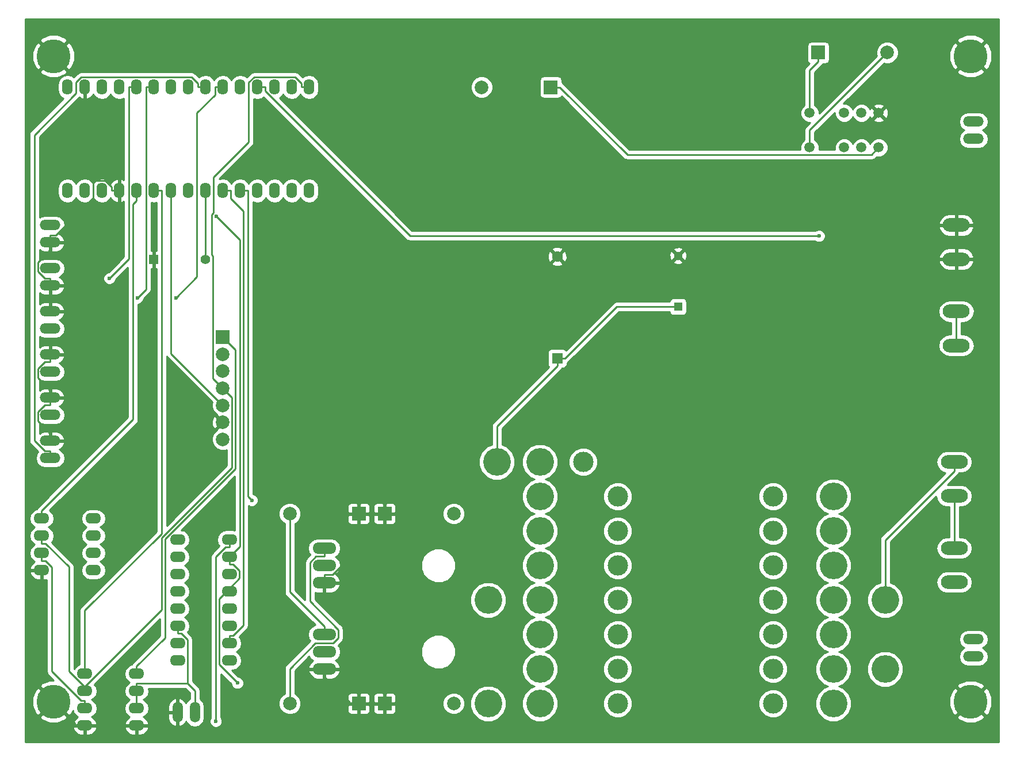
<source format=gbl>
G04 #@! TF.FileFunction,Copper,L2,Bot,Signal*
%FSLAX46Y46*%
G04 Gerber Fmt 4.6, Leading zero omitted, Abs format (unit mm)*
G04 Created by KiCad (PCBNEW (after 2015-mar-04 BZR unknown)-product) date 9/14/2015 9:21:43 PM*
%MOMM*%
G01*
G04 APERTURE LIST*
%ADD10C,0.100000*%
%ADD11R,1.422400X1.422400*%
%ADD12C,1.422400*%
%ADD13R,1.300000X1.300000*%
%ADD14C,1.300000*%
%ADD15R,1.600000X1.600000*%
%ADD16C,1.600000*%
%ADD17C,1.998980*%
%ADD18R,1.998980X1.998980*%
%ADD19O,3.962400X1.981200*%
%ADD20C,4.064000*%
%ADD21C,2.999740*%
%ADD22R,2.000000X2.000000*%
%ADD23C,2.000000*%
%ADD24O,2.300000X1.600000*%
%ADD25O,1.600000X2.300000*%
%ADD26O,3.500120X1.699260*%
%ADD27O,3.014980X1.506220*%
%ADD28O,1.506220X3.014980*%
%ADD29C,5.000000*%
%ADD30C,1.500000*%
%ADD31C,0.600000*%
%ADD32C,0.250000*%
%ADD33C,0.254000*%
G04 APERTURE END LIST*
D10*
D11*
X64770000Y-77470000D03*
D12*
X72390000Y-77470000D03*
D13*
X141920000Y-84380000D03*
D14*
X141920000Y-76880000D03*
D15*
X124140000Y-92000000D03*
D16*
X124140000Y-77000000D03*
D17*
X84770000Y-114862540D03*
D18*
X94930000Y-114862540D03*
D17*
X84770000Y-142802540D03*
D18*
X94930000Y-142802540D03*
D17*
X108900000Y-142797460D03*
D18*
X98740000Y-142797460D03*
D17*
X108900000Y-114857460D03*
D18*
X98740000Y-114857460D03*
D19*
X182880000Y-85090000D03*
X182880000Y-90090000D03*
X182880000Y-72390000D03*
X182880000Y-77390000D03*
X182560000Y-107240000D03*
X182560000Y-112240000D03*
X182560000Y-119940000D03*
X182560000Y-124940000D03*
D20*
X113980000Y-142800000D03*
X115250000Y-107240000D03*
X113980000Y-127560000D03*
X121600000Y-142800000D03*
X121600000Y-107240000D03*
X121600000Y-132640000D03*
X121600000Y-137720000D03*
X121600000Y-127560000D03*
X121600000Y-122480000D03*
X121600000Y-117400000D03*
X121600000Y-112320000D03*
X164780000Y-142800000D03*
X164780000Y-137720000D03*
X164780000Y-132640000D03*
X164780000Y-127560000D03*
X164780000Y-122480000D03*
X164780000Y-117400000D03*
X164780000Y-112320000D03*
X172400000Y-127560000D03*
X172400000Y-137720000D03*
D21*
X133030000Y-142800000D03*
X133030000Y-137720000D03*
X133030000Y-132640000D03*
X133030000Y-127560000D03*
X133030000Y-122480000D03*
X133030000Y-117400000D03*
X133030000Y-112320000D03*
X155890000Y-112320000D03*
X155890000Y-117400000D03*
X155890000Y-122480000D03*
X155890000Y-127560000D03*
X155890000Y-132640000D03*
X155890000Y-137720000D03*
X155890000Y-142800000D03*
X127950000Y-107240000D03*
D22*
X74930000Y-88900000D03*
D23*
X74930000Y-91393000D03*
X74930000Y-93893000D03*
X74930000Y-96393000D03*
X74930000Y-98893000D03*
X74930000Y-101393000D03*
X74930000Y-103893000D03*
D24*
X54610000Y-138430000D03*
X54610000Y-140970000D03*
X54610000Y-143510000D03*
X54610000Y-146050000D03*
X62230000Y-146050000D03*
X62230000Y-143510000D03*
X62230000Y-140970000D03*
X62230000Y-138430000D03*
X48260000Y-115570000D03*
X48260000Y-118110000D03*
X48260000Y-120650000D03*
X48260000Y-123190000D03*
X55880000Y-123190000D03*
X55880000Y-120650000D03*
X55880000Y-118110000D03*
X55880000Y-115570000D03*
X68260000Y-118670000D03*
X68260000Y-121210000D03*
X68260000Y-123750000D03*
X68260000Y-126290000D03*
X68260000Y-128830000D03*
X68260000Y-131370000D03*
X68260000Y-133910000D03*
X68260000Y-136450000D03*
X75880000Y-136450000D03*
X75880000Y-133910000D03*
X75880000Y-131370000D03*
X75880000Y-128830000D03*
X75880000Y-126290000D03*
X75880000Y-123750000D03*
X75880000Y-121210000D03*
X75880000Y-118670000D03*
D25*
X52070000Y-67310000D03*
X54610000Y-67310000D03*
X57150000Y-67310000D03*
X59690000Y-67310000D03*
X62230000Y-67310000D03*
X64770000Y-67310000D03*
X67310000Y-67310000D03*
X69850000Y-67310000D03*
X72390000Y-67310000D03*
X74930000Y-67310000D03*
X77470000Y-67310000D03*
X80010000Y-67310000D03*
X82550000Y-67310000D03*
X85090000Y-67310000D03*
X87630000Y-67310000D03*
X87630000Y-52070000D03*
X85090000Y-52070000D03*
X82550000Y-52070000D03*
X80010000Y-52070000D03*
X77470000Y-52070000D03*
X74930000Y-52070000D03*
X72390000Y-52070000D03*
X69850000Y-52070000D03*
X67310000Y-52070000D03*
X64770000Y-52070000D03*
X62230000Y-52070000D03*
X59690000Y-52070000D03*
X57150000Y-52070000D03*
X54610000Y-52070000D03*
X52070000Y-52070000D03*
D26*
X89850000Y-135180000D03*
X89850000Y-132640000D03*
X89850000Y-137720000D03*
X89850000Y-122480000D03*
X89850000Y-119940000D03*
X89850000Y-125020000D03*
D27*
X185420000Y-133350000D03*
X185420000Y-135890000D03*
X49530000Y-74930000D03*
X49530000Y-72390000D03*
X49530000Y-81280000D03*
X49530000Y-78740000D03*
X49530000Y-87630000D03*
X49530000Y-85090000D03*
X49530000Y-93980000D03*
X49530000Y-91440000D03*
X49530000Y-106680000D03*
X49530000Y-104140000D03*
X49530000Y-100330000D03*
X49530000Y-97790000D03*
D28*
X68260000Y-144070000D03*
X70800000Y-144070000D03*
D29*
X50000000Y-142500000D03*
X50000000Y-47500000D03*
X185000000Y-142500000D03*
X185000000Y-47500000D03*
D17*
X172720000Y-46987460D03*
D18*
X162560000Y-46987460D03*
D17*
X113030000Y-52072540D03*
D18*
X123190000Y-52072540D03*
D30*
X161290000Y-55880000D03*
X161290000Y-60960000D03*
X166370000Y-60960000D03*
X168910000Y-60960000D03*
X171450000Y-60960000D03*
X166370000Y-55880000D03*
X168910000Y-55880000D03*
X171450000Y-55880000D03*
D27*
X185420000Y-59690000D03*
X185420000Y-57150000D03*
D31*
X102684400Y-100528400D03*
X73974300Y-71095600D03*
X77077700Y-139774700D03*
X68020700Y-83086000D03*
X79178700Y-112870000D03*
X73903000Y-145425100D03*
X58234900Y-80230900D03*
X62348500Y-83086000D03*
X162673500Y-73972500D03*
D32*
X53134700Y-145634700D02*
X53134700Y-146050000D01*
X50000000Y-142500000D02*
X53134700Y-145634700D01*
X54610000Y-146050000D02*
X53134700Y-146050000D01*
X59690000Y-67310000D02*
X58564700Y-67310000D01*
X49530000Y-74930000D02*
X49530000Y-73851600D01*
X93605200Y-142650100D02*
X93605200Y-142802500D01*
X89850000Y-138894900D02*
X93605200Y-142650100D01*
X89850000Y-137720000D02*
X89850000Y-138894900D01*
X94930000Y-142802500D02*
X93605200Y-142802500D01*
X57651600Y-65834300D02*
X56024800Y-65834300D01*
X58564700Y-66747400D02*
X57651600Y-65834300D01*
X58564700Y-67310000D02*
X58564700Y-66747400D01*
X50355600Y-73851600D02*
X49530000Y-73851600D01*
X55856600Y-68350600D02*
X50355600Y-73851600D01*
X55856600Y-66002500D02*
X55856600Y-68350600D01*
X56024800Y-65834300D02*
X55856600Y-66002500D01*
X54610000Y-64419500D02*
X54610000Y-52070000D01*
X56024800Y-65834300D02*
X54610000Y-64419500D01*
X47697100Y-94878700D02*
X49530000Y-96711600D01*
X47697100Y-93525600D02*
X47697100Y-94878700D01*
X48704300Y-92518400D02*
X47697100Y-93525600D01*
X49530000Y-92518400D02*
X48704300Y-92518400D01*
X49530000Y-91440000D02*
X49530000Y-92518400D01*
X49530000Y-97790000D02*
X49530000Y-96711600D01*
X89850000Y-125020000D02*
X89850000Y-123845100D01*
X182880000Y-77390000D02*
X182880000Y-72390000D01*
X98740000Y-104472800D02*
X102684400Y-100528400D01*
X98740000Y-114857500D02*
X98740000Y-104472800D01*
X98740000Y-114857500D02*
X97415200Y-114857500D01*
X91047300Y-123845100D02*
X89850000Y-123845100D01*
X94930000Y-119962400D02*
X91047300Y-123845100D01*
X94930000Y-114862500D02*
X94930000Y-119962400D01*
X97410200Y-114862500D02*
X97415200Y-114857500D01*
X94930000Y-114862500D02*
X97410200Y-114862500D01*
X185000000Y-47500000D02*
X174035000Y-58465000D01*
X171450000Y-55880000D02*
X174035000Y-58465000D01*
X182880000Y-67310000D02*
X182880000Y-72390000D01*
X174035000Y-58465000D02*
X182880000Y-67310000D01*
X48704300Y-98868400D02*
X49530000Y-98868400D01*
X47683400Y-99889300D02*
X48704300Y-98868400D01*
X47683400Y-101215000D02*
X47683400Y-99889300D01*
X49530000Y-103061600D02*
X47683400Y-101215000D01*
X49530000Y-104140000D02*
X49530000Y-103061600D01*
X49530000Y-97790000D02*
X49530000Y-98868400D01*
X49530000Y-74930000D02*
X49530000Y-76008400D01*
X49530000Y-85090000D02*
X49530000Y-81280000D01*
X47687800Y-77850600D02*
X49530000Y-76008400D01*
X47687800Y-79185100D02*
X47687800Y-77850600D01*
X48704300Y-80201600D02*
X47687800Y-79185100D01*
X49530000Y-80201600D02*
X48704300Y-80201600D01*
X49530000Y-81280000D02*
X49530000Y-80201600D01*
X72390000Y-67310000D02*
X72390000Y-77470000D01*
X161290000Y-58417500D02*
X161290000Y-60960000D01*
X172720000Y-46987500D02*
X161290000Y-58417500D01*
X76771500Y-90741500D02*
X74930000Y-88900000D01*
X76771500Y-108216300D02*
X76771500Y-90741500D01*
X66436100Y-118551700D02*
X76771500Y-108216300D01*
X66436100Y-133098600D02*
X66436100Y-118551700D01*
X62230000Y-137304700D02*
X66436100Y-133098600D01*
X62230000Y-138430000D02*
X62230000Y-137304700D01*
X115250000Y-102015300D02*
X115250000Y-107240000D01*
X124140000Y-93125300D02*
X115250000Y-102015300D01*
X124140000Y-92000000D02*
X124140000Y-93125300D01*
X132885300Y-84380000D02*
X125265300Y-92000000D01*
X141920000Y-84380000D02*
X132885300Y-84380000D01*
X124140000Y-92000000D02*
X125265300Y-92000000D01*
X182880000Y-90090000D02*
X182880000Y-85090000D01*
X75880000Y-126290000D02*
X75880000Y-125831500D01*
X74353400Y-137050400D02*
X77077700Y-139774700D01*
X74353400Y-127358100D02*
X74353400Y-137050400D01*
X75880000Y-125831500D02*
X74353400Y-127358100D01*
X77380100Y-124331400D02*
X75880000Y-125831500D01*
X77380100Y-123272800D02*
X77380100Y-124331400D01*
X76442600Y-122335300D02*
X77380100Y-123272800D01*
X75880000Y-122335300D02*
X76442600Y-122335300D01*
X75880000Y-121210000D02*
X75880000Y-122335300D01*
X77446500Y-119643500D02*
X75880000Y-121210000D01*
X77446500Y-74567800D02*
X77446500Y-119643500D01*
X73974300Y-71095600D02*
X77446500Y-74567800D01*
X89850000Y-132640000D02*
X89850000Y-131465100D01*
X84770000Y-126385100D02*
X84770000Y-114862500D01*
X89850000Y-131465100D02*
X84770000Y-126385100D01*
X84770000Y-137670600D02*
X84770000Y-142802500D01*
X88530600Y-133910000D02*
X84770000Y-137670600D01*
X91156700Y-133910000D02*
X88530600Y-133910000D01*
X91932300Y-133134400D02*
X91156700Y-133910000D01*
X91932300Y-131922400D02*
X91932300Y-133134400D01*
X87755800Y-127745900D02*
X91932300Y-131922400D01*
X87755800Y-122011900D02*
X87755800Y-127745900D01*
X88652800Y-121114900D02*
X87755800Y-122011900D01*
X89850000Y-121114900D02*
X88652800Y-121114900D01*
X89850000Y-119940000D02*
X89850000Y-121114900D01*
X172400000Y-118715900D02*
X182560000Y-108555900D01*
X172400000Y-127560000D02*
X172400000Y-118715900D01*
X182560000Y-107240000D02*
X182560000Y-108555900D01*
X182560000Y-119940000D02*
X182560000Y-112240000D01*
X71264700Y-51507400D02*
X71264700Y-52070000D01*
X70333400Y-50576100D02*
X71264700Y-51507400D01*
X54094600Y-50576100D02*
X70333400Y-50576100D01*
X53340000Y-51330700D02*
X54094600Y-50576100D01*
X53340000Y-52950200D02*
X53340000Y-51330700D01*
X47178000Y-59112200D02*
X53340000Y-52950200D01*
X47178000Y-104075300D02*
X47178000Y-59112200D01*
X48704300Y-105601600D02*
X47178000Y-104075300D01*
X49530000Y-105601600D02*
X48704300Y-105601600D01*
X49530000Y-106680000D02*
X49530000Y-105601600D01*
X72390000Y-52070000D02*
X71264700Y-52070000D01*
X73804700Y-53195300D02*
X73804700Y-52070000D01*
X71120000Y-55880000D02*
X73804700Y-53195300D01*
X71120000Y-79986700D02*
X71120000Y-55880000D01*
X68020700Y-83086000D02*
X71120000Y-79986700D01*
X74930000Y-52070000D02*
X73804700Y-52070000D01*
X78595300Y-112286600D02*
X79178700Y-112870000D01*
X78595300Y-67310000D02*
X78595300Y-112286600D01*
X77470000Y-67310000D02*
X78595300Y-67310000D01*
X75880000Y-118670000D02*
X75880000Y-119795300D01*
X73903000Y-121209700D02*
X73903000Y-145425100D01*
X75317400Y-119795300D02*
X73903000Y-121209700D01*
X75880000Y-119795300D02*
X75317400Y-119795300D01*
X74930000Y-67310000D02*
X76055300Y-67310000D01*
X75880000Y-133910000D02*
X75880000Y-132784700D01*
X76442600Y-132784700D02*
X75880000Y-132784700D01*
X77922300Y-131305000D02*
X76442600Y-132784700D01*
X77922300Y-70302300D02*
X77922300Y-131305000D01*
X76055300Y-68435300D02*
X77922300Y-70302300D01*
X76055300Y-67310000D02*
X76055300Y-68435300D01*
X61104700Y-77361100D02*
X58234900Y-80230900D01*
X61104700Y-52070000D02*
X61104700Y-77361100D01*
X62230000Y-52070000D02*
X61104700Y-52070000D01*
X63644700Y-81789800D02*
X62348500Y-83086000D01*
X63644700Y-52070000D02*
X63644700Y-81789800D01*
X64770000Y-52070000D02*
X63644700Y-52070000D01*
X102475200Y-73972500D02*
X162673500Y-73972500D01*
X81135300Y-52632600D02*
X102475200Y-73972500D01*
X81135300Y-52070000D02*
X81135300Y-52632600D01*
X80010000Y-52070000D02*
X81135300Y-52070000D01*
X54083100Y-142384700D02*
X54610000Y-142384700D01*
X49735400Y-138037000D02*
X54083100Y-142384700D01*
X49735400Y-122688100D02*
X49735400Y-138037000D01*
X48822600Y-121775300D02*
X49735400Y-122688100D01*
X48260000Y-121775300D02*
X48822600Y-121775300D01*
X48260000Y-120650000D02*
X48260000Y-121775300D01*
X54610000Y-143510000D02*
X54610000Y-142384700D01*
X54610000Y-140970000D02*
X54610000Y-140511500D01*
X48260000Y-118110000D02*
X48260000Y-119235300D01*
X54612300Y-140509200D02*
X54612300Y-140373800D01*
X54610000Y-140511500D02*
X54612300Y-140509200D01*
X87630000Y-52070000D02*
X86504700Y-52070000D01*
X48822700Y-119235300D02*
X48260000Y-119235300D01*
X52256600Y-122669200D02*
X48822700Y-119235300D01*
X52256600Y-138018100D02*
X52256600Y-122669200D01*
X54612300Y-140373800D02*
X52256600Y-138018100D01*
X86504700Y-51507400D02*
X86504700Y-52070000D01*
X85582100Y-50584800D02*
X86504700Y-51507400D01*
X79538700Y-50584800D02*
X85582100Y-50584800D01*
X78740000Y-51383500D02*
X79538700Y-50584800D01*
X78740000Y-60157100D02*
X78740000Y-51383500D01*
X73574200Y-65322900D02*
X78740000Y-60157100D01*
X73574200Y-70591000D02*
X73574200Y-65322900D01*
X73303700Y-70861500D02*
X73574200Y-70591000D01*
X73303700Y-76752300D02*
X73303700Y-70861500D01*
X73454000Y-76902600D02*
X73303700Y-76752300D01*
X73454000Y-94917000D02*
X73454000Y-76902600D01*
X74930000Y-96393000D02*
X73454000Y-94917000D01*
X65955700Y-129030400D02*
X54612300Y-140373800D01*
X65955700Y-118395200D02*
X65955700Y-129030400D01*
X76272300Y-108078600D02*
X65955700Y-118395200D01*
X76272300Y-97735300D02*
X76272300Y-108078600D01*
X74930000Y-96393000D02*
X76272300Y-97735300D01*
X67310000Y-91273000D02*
X74930000Y-98893000D01*
X67310000Y-67310000D02*
X67310000Y-91273000D01*
X64770000Y-67310000D02*
X65895300Y-67310000D01*
X54610000Y-129104000D02*
X54610000Y-138430000D01*
X65895300Y-117818700D02*
X54610000Y-129104000D01*
X65895300Y-67310000D02*
X65895300Y-117818700D01*
X68260000Y-131370000D02*
X68260000Y-132495300D01*
X62230000Y-140970000D02*
X62230000Y-143510000D01*
X62230000Y-140970000D02*
X62230000Y-139844700D01*
X68822600Y-132495300D02*
X68260000Y-132495300D01*
X69749500Y-133422200D02*
X68822600Y-132495300D01*
X69749500Y-139844700D02*
X69749500Y-133422200D01*
X70800000Y-140895200D02*
X69749500Y-139844700D01*
X70800000Y-144070000D02*
X70800000Y-140895200D01*
X69749500Y-139844700D02*
X62230000Y-139844700D01*
X48260000Y-115570000D02*
X48260000Y-114444700D01*
X62230000Y-67310000D02*
X62230000Y-68785300D01*
X61723200Y-100981500D02*
X48260000Y-114444700D01*
X61723200Y-69292100D02*
X61723200Y-100981500D01*
X62230000Y-68785300D02*
X61723200Y-69292100D01*
X161290000Y-49582300D02*
X161290000Y-55880000D01*
X162560000Y-48312300D02*
X161290000Y-49582300D01*
X162560000Y-46987500D02*
X162560000Y-48312300D01*
X134478700Y-62036400D02*
X124514800Y-52072500D01*
X170373600Y-62036400D02*
X134478700Y-62036400D01*
X171450000Y-60960000D02*
X170373600Y-62036400D01*
X123190000Y-52072500D02*
X124514800Y-52072500D01*
D33*
G36*
X65135300Y-117503898D02*
X57699970Y-124939228D01*
X57699970Y-123190000D01*
X57590737Y-122640849D01*
X57279668Y-122175302D01*
X56897582Y-121920000D01*
X57279668Y-121664698D01*
X57590737Y-121199151D01*
X57699970Y-120650000D01*
X57590737Y-120100849D01*
X57279668Y-119635302D01*
X56897582Y-119380000D01*
X57279668Y-119124698D01*
X57590737Y-118659151D01*
X57699970Y-118110000D01*
X57590737Y-117560849D01*
X57279668Y-117095302D01*
X56897582Y-116840000D01*
X57279668Y-116584698D01*
X57590737Y-116119151D01*
X57699970Y-115570000D01*
X57590737Y-115020849D01*
X57279668Y-114555302D01*
X56814121Y-114244233D01*
X56264970Y-114135000D01*
X55495030Y-114135000D01*
X54945879Y-114244233D01*
X54480332Y-114555302D01*
X54169263Y-115020849D01*
X54060030Y-115570000D01*
X54169263Y-116119151D01*
X54480332Y-116584698D01*
X54862417Y-116840000D01*
X54480332Y-117095302D01*
X54169263Y-117560849D01*
X54060030Y-118110000D01*
X54169263Y-118659151D01*
X54480332Y-119124698D01*
X54862417Y-119380000D01*
X54480332Y-119635302D01*
X54169263Y-120100849D01*
X54060030Y-120650000D01*
X54169263Y-121199151D01*
X54480332Y-121664698D01*
X54862417Y-121920000D01*
X54480332Y-122175302D01*
X54169263Y-122640849D01*
X54060030Y-123190000D01*
X54169263Y-123739151D01*
X54480332Y-124204698D01*
X54945879Y-124515767D01*
X55495030Y-124625000D01*
X56264970Y-124625000D01*
X56814121Y-124515767D01*
X57279668Y-124204698D01*
X57590737Y-123739151D01*
X57699970Y-123190000D01*
X57699970Y-124939228D01*
X54072599Y-128566599D01*
X53907852Y-128813161D01*
X53850000Y-129104000D01*
X53850000Y-137069598D01*
X53675879Y-137104233D01*
X53210332Y-137415302D01*
X53017378Y-137704076D01*
X53016600Y-137703298D01*
X53016600Y-122669200D01*
X52958748Y-122378361D01*
X52794001Y-122131799D01*
X49710630Y-119048428D01*
X49970737Y-118659151D01*
X50079970Y-118110000D01*
X49970737Y-117560849D01*
X49659668Y-117095302D01*
X49277582Y-116840000D01*
X49659668Y-116584698D01*
X49970737Y-116119151D01*
X50079970Y-115570000D01*
X49970737Y-115020849D01*
X49659668Y-114555302D01*
X49398624Y-114380877D01*
X62260601Y-101518901D01*
X62425348Y-101272339D01*
X62483200Y-100981500D01*
X62483200Y-84021118D01*
X62533667Y-84021162D01*
X62877443Y-83879117D01*
X63140692Y-83616327D01*
X63283338Y-83272799D01*
X63283378Y-83225923D01*
X64182101Y-82327201D01*
X64346848Y-82080639D01*
X64404700Y-81789800D01*
X64404700Y-78816200D01*
X64484250Y-78816200D01*
X64643000Y-78657450D01*
X64643000Y-77597000D01*
X64623000Y-77597000D01*
X64623000Y-77343000D01*
X64643000Y-77343000D01*
X64643000Y-76282550D01*
X64484250Y-76123800D01*
X64404700Y-76123800D01*
X64404700Y-69057307D01*
X64770000Y-69129970D01*
X65135300Y-69057307D01*
X65135300Y-76123800D01*
X65055750Y-76123800D01*
X64897000Y-76282550D01*
X64897000Y-77343000D01*
X64917000Y-77343000D01*
X64917000Y-77597000D01*
X64897000Y-77597000D01*
X64897000Y-78657450D01*
X65055750Y-78816200D01*
X65135300Y-78816200D01*
X65135300Y-117503898D01*
X65135300Y-117503898D01*
G37*
X65135300Y-117503898D02*
X57699970Y-124939228D01*
X57699970Y-123190000D01*
X57590737Y-122640849D01*
X57279668Y-122175302D01*
X56897582Y-121920000D01*
X57279668Y-121664698D01*
X57590737Y-121199151D01*
X57699970Y-120650000D01*
X57590737Y-120100849D01*
X57279668Y-119635302D01*
X56897582Y-119380000D01*
X57279668Y-119124698D01*
X57590737Y-118659151D01*
X57699970Y-118110000D01*
X57590737Y-117560849D01*
X57279668Y-117095302D01*
X56897582Y-116840000D01*
X57279668Y-116584698D01*
X57590737Y-116119151D01*
X57699970Y-115570000D01*
X57590737Y-115020849D01*
X57279668Y-114555302D01*
X56814121Y-114244233D01*
X56264970Y-114135000D01*
X55495030Y-114135000D01*
X54945879Y-114244233D01*
X54480332Y-114555302D01*
X54169263Y-115020849D01*
X54060030Y-115570000D01*
X54169263Y-116119151D01*
X54480332Y-116584698D01*
X54862417Y-116840000D01*
X54480332Y-117095302D01*
X54169263Y-117560849D01*
X54060030Y-118110000D01*
X54169263Y-118659151D01*
X54480332Y-119124698D01*
X54862417Y-119380000D01*
X54480332Y-119635302D01*
X54169263Y-120100849D01*
X54060030Y-120650000D01*
X54169263Y-121199151D01*
X54480332Y-121664698D01*
X54862417Y-121920000D01*
X54480332Y-122175302D01*
X54169263Y-122640849D01*
X54060030Y-123190000D01*
X54169263Y-123739151D01*
X54480332Y-124204698D01*
X54945879Y-124515767D01*
X55495030Y-124625000D01*
X56264970Y-124625000D01*
X56814121Y-124515767D01*
X57279668Y-124204698D01*
X57590737Y-123739151D01*
X57699970Y-123190000D01*
X57699970Y-124939228D01*
X54072599Y-128566599D01*
X53907852Y-128813161D01*
X53850000Y-129104000D01*
X53850000Y-137069598D01*
X53675879Y-137104233D01*
X53210332Y-137415302D01*
X53017378Y-137704076D01*
X53016600Y-137703298D01*
X53016600Y-122669200D01*
X52958748Y-122378361D01*
X52794001Y-122131799D01*
X49710630Y-119048428D01*
X49970737Y-118659151D01*
X50079970Y-118110000D01*
X49970737Y-117560849D01*
X49659668Y-117095302D01*
X49277582Y-116840000D01*
X49659668Y-116584698D01*
X49970737Y-116119151D01*
X50079970Y-115570000D01*
X49970737Y-115020849D01*
X49659668Y-114555302D01*
X49398624Y-114380877D01*
X62260601Y-101518901D01*
X62425348Y-101272339D01*
X62483200Y-100981500D01*
X62483200Y-84021118D01*
X62533667Y-84021162D01*
X62877443Y-83879117D01*
X63140692Y-83616327D01*
X63283338Y-83272799D01*
X63283378Y-83225923D01*
X64182101Y-82327201D01*
X64346848Y-82080639D01*
X64404700Y-81789800D01*
X64404700Y-78816200D01*
X64484250Y-78816200D01*
X64643000Y-78657450D01*
X64643000Y-77597000D01*
X64623000Y-77597000D01*
X64623000Y-77343000D01*
X64643000Y-77343000D01*
X64643000Y-76282550D01*
X64484250Y-76123800D01*
X64404700Y-76123800D01*
X64404700Y-69057307D01*
X64770000Y-69129970D01*
X65135300Y-69057307D01*
X65135300Y-76123800D01*
X65055750Y-76123800D01*
X64897000Y-76282550D01*
X64897000Y-77343000D01*
X64917000Y-77343000D01*
X64917000Y-77597000D01*
X64897000Y-77597000D01*
X64897000Y-78657450D01*
X65055750Y-78816200D01*
X65135300Y-78816200D01*
X65135300Y-117503898D01*
G36*
X75123747Y-91407142D02*
X74944142Y-91586747D01*
X74930000Y-91572605D01*
X74915857Y-91586747D01*
X74736252Y-91407142D01*
X74750395Y-91393000D01*
X74736252Y-91378857D01*
X74915857Y-91199252D01*
X74930000Y-91213395D01*
X74944142Y-91199252D01*
X75123747Y-91378857D01*
X75109605Y-91393000D01*
X75123747Y-91407142D01*
X75123747Y-91407142D01*
G37*
X75123747Y-91407142D02*
X74944142Y-91586747D01*
X74930000Y-91572605D01*
X74915857Y-91586747D01*
X74736252Y-91407142D01*
X74750395Y-91393000D01*
X74736252Y-91378857D01*
X74915857Y-91199252D01*
X74930000Y-91213395D01*
X74944142Y-91199252D01*
X75123747Y-91378857D01*
X75109605Y-91393000D01*
X75123747Y-91407142D01*
G36*
X75512300Y-107763798D02*
X66655300Y-116620798D01*
X66655300Y-91634850D01*
X66772599Y-91810401D01*
X73363725Y-98401527D01*
X73295284Y-98566352D01*
X73294716Y-99216795D01*
X73543106Y-99817943D01*
X73959186Y-100234751D01*
X73957073Y-100240468D01*
X74930000Y-101213395D01*
X74944142Y-101199252D01*
X75123747Y-101378857D01*
X75109605Y-101393000D01*
X75123747Y-101407142D01*
X74944142Y-101586747D01*
X74930000Y-101572605D01*
X74750395Y-101752210D01*
X74750395Y-101393000D01*
X73777468Y-100420073D01*
X73510613Y-100518736D01*
X73284092Y-101128461D01*
X73308144Y-101778460D01*
X73510613Y-102267264D01*
X73777468Y-102365927D01*
X74750395Y-101393000D01*
X74750395Y-101752210D01*
X73957073Y-102545532D01*
X73959361Y-102551721D01*
X73544722Y-102965637D01*
X73295284Y-103566352D01*
X73294716Y-104216795D01*
X73543106Y-104817943D01*
X74002637Y-105278278D01*
X74603352Y-105527716D01*
X75253795Y-105528284D01*
X75512300Y-105421471D01*
X75512300Y-107763798D01*
X75512300Y-107763798D01*
G37*
X75512300Y-107763798D02*
X66655300Y-116620798D01*
X66655300Y-91634850D01*
X66772599Y-91810401D01*
X73363725Y-98401527D01*
X73295284Y-98566352D01*
X73294716Y-99216795D01*
X73543106Y-99817943D01*
X73959186Y-100234751D01*
X73957073Y-100240468D01*
X74930000Y-101213395D01*
X74944142Y-101199252D01*
X75123747Y-101378857D01*
X75109605Y-101393000D01*
X75123747Y-101407142D01*
X74944142Y-101586747D01*
X74930000Y-101572605D01*
X74750395Y-101752210D01*
X74750395Y-101393000D01*
X73777468Y-100420073D01*
X73510613Y-100518736D01*
X73284092Y-101128461D01*
X73308144Y-101778460D01*
X73510613Y-102267264D01*
X73777468Y-102365927D01*
X74750395Y-101393000D01*
X74750395Y-101752210D01*
X73957073Y-102545532D01*
X73959361Y-102551721D01*
X73544722Y-102965637D01*
X73295284Y-103566352D01*
X73294716Y-104216795D01*
X73543106Y-104817943D01*
X74002637Y-105278278D01*
X74603352Y-105527716D01*
X75253795Y-105528284D01*
X75512300Y-105421471D01*
X75512300Y-107763798D01*
G36*
X76027000Y-128957000D02*
X76007000Y-128957000D01*
X76007000Y-128977000D01*
X75753000Y-128977000D01*
X75753000Y-128957000D01*
X75733000Y-128957000D01*
X75733000Y-128703000D01*
X75753000Y-128703000D01*
X75753000Y-128683000D01*
X76007000Y-128683000D01*
X76007000Y-128703000D01*
X76027000Y-128703000D01*
X76027000Y-128957000D01*
X76027000Y-128957000D01*
G37*
X76027000Y-128957000D02*
X76007000Y-128957000D01*
X76007000Y-128977000D01*
X75753000Y-128977000D01*
X75753000Y-128957000D01*
X75733000Y-128957000D01*
X75733000Y-128703000D01*
X75753000Y-128703000D01*
X75753000Y-128683000D01*
X76007000Y-128683000D01*
X76007000Y-128703000D01*
X76027000Y-128703000D01*
X76027000Y-128957000D01*
G36*
X189103000Y-148463000D02*
X188135294Y-148463000D01*
X188135294Y-143122108D01*
X188135294Y-48122108D01*
X188134705Y-46874928D01*
X187658564Y-45725421D01*
X187235880Y-45443725D01*
X187056275Y-45623330D01*
X187056275Y-45264120D01*
X186774579Y-44841436D01*
X185622108Y-44364706D01*
X184374928Y-44365295D01*
X183225421Y-44841436D01*
X182943725Y-45264120D01*
X185000000Y-47320395D01*
X187056275Y-45264120D01*
X187056275Y-45623330D01*
X185179605Y-47500000D01*
X187235880Y-49556275D01*
X187658564Y-49274579D01*
X188135294Y-48122108D01*
X188135294Y-143122108D01*
X188134705Y-141874928D01*
X187658564Y-140725421D01*
X187604464Y-140689366D01*
X187604464Y-135890000D01*
X187498800Y-135358793D01*
X187197896Y-134908458D01*
X186766187Y-134620000D01*
X187197896Y-134331542D01*
X187498800Y-133881207D01*
X187604464Y-133350000D01*
X187604464Y-59690000D01*
X187498800Y-59158793D01*
X187197896Y-58708458D01*
X186766187Y-58420000D01*
X187197896Y-58131542D01*
X187498800Y-57681207D01*
X187604464Y-57150000D01*
X187498800Y-56618793D01*
X187197896Y-56168458D01*
X187056275Y-56073829D01*
X187056275Y-49735880D01*
X185000000Y-47679605D01*
X184820395Y-47859210D01*
X184820395Y-47500000D01*
X182764120Y-45443725D01*
X182341436Y-45725421D01*
X181864706Y-46877892D01*
X181865295Y-48125072D01*
X182341436Y-49274579D01*
X182764120Y-49556275D01*
X184820395Y-47500000D01*
X184820395Y-47859210D01*
X182943725Y-49735880D01*
X183225421Y-50158564D01*
X184377892Y-50635294D01*
X185625072Y-50634705D01*
X186774579Y-50158564D01*
X187056275Y-49735880D01*
X187056275Y-56073829D01*
X186747561Y-55867554D01*
X186216354Y-55761890D01*
X184623646Y-55761890D01*
X184092439Y-55867554D01*
X183642104Y-56168458D01*
X183341200Y-56618793D01*
X183235536Y-57150000D01*
X183341200Y-57681207D01*
X183642104Y-58131542D01*
X184073812Y-58420000D01*
X183642104Y-58708458D01*
X183341200Y-59158793D01*
X183235536Y-59690000D01*
X183341200Y-60221207D01*
X183642104Y-60671542D01*
X184092439Y-60972446D01*
X184623646Y-61078110D01*
X186216354Y-61078110D01*
X186747561Y-60972446D01*
X187197896Y-60671542D01*
X187498800Y-60221207D01*
X187604464Y-59690000D01*
X187604464Y-133350000D01*
X187498800Y-132818793D01*
X187197896Y-132368458D01*
X186747561Y-132067554D01*
X186216354Y-131961890D01*
X185547454Y-131961890D01*
X185547454Y-90090000D01*
X185423713Y-89467910D01*
X185071327Y-88940527D01*
X184543944Y-88588141D01*
X183921854Y-88464400D01*
X183640000Y-88464400D01*
X183640000Y-86715600D01*
X183921854Y-86715600D01*
X184543944Y-86591859D01*
X185071327Y-86239473D01*
X185423713Y-85712090D01*
X185547454Y-85090000D01*
X185451411Y-84607157D01*
X185451411Y-77768959D01*
X185451411Y-77011041D01*
X185451411Y-72768959D01*
X185451411Y-72011041D01*
X185421060Y-71885243D01*
X185109876Y-71330330D01*
X184610023Y-70936742D01*
X183997600Y-70764400D01*
X183007000Y-70764400D01*
X183007000Y-72263000D01*
X185331942Y-72263000D01*
X185451411Y-72011041D01*
X185451411Y-72768959D01*
X185331942Y-72517000D01*
X183007000Y-72517000D01*
X183007000Y-74015600D01*
X183997600Y-74015600D01*
X184610023Y-73843258D01*
X185109876Y-73449670D01*
X185421060Y-72894757D01*
X185451411Y-72768959D01*
X185451411Y-77011041D01*
X185421060Y-76885243D01*
X185109876Y-76330330D01*
X184610023Y-75936742D01*
X183997600Y-75764400D01*
X183007000Y-75764400D01*
X183007000Y-77263000D01*
X185331942Y-77263000D01*
X185451411Y-77011041D01*
X185451411Y-77768959D01*
X185331942Y-77517000D01*
X183007000Y-77517000D01*
X183007000Y-79015600D01*
X183997600Y-79015600D01*
X184610023Y-78843258D01*
X185109876Y-78449670D01*
X185421060Y-77894757D01*
X185451411Y-77768959D01*
X185451411Y-84607157D01*
X185423713Y-84467910D01*
X185071327Y-83940527D01*
X184543944Y-83588141D01*
X183921854Y-83464400D01*
X182753000Y-83464400D01*
X182753000Y-79015600D01*
X182753000Y-77517000D01*
X182753000Y-77263000D01*
X182753000Y-75764400D01*
X182753000Y-74015600D01*
X182753000Y-72517000D01*
X182753000Y-72263000D01*
X182753000Y-70764400D01*
X181762400Y-70764400D01*
X181149977Y-70936742D01*
X180650124Y-71330330D01*
X180338940Y-71885243D01*
X180308589Y-72011041D01*
X180428058Y-72263000D01*
X182753000Y-72263000D01*
X182753000Y-72517000D01*
X180428058Y-72517000D01*
X180308589Y-72768959D01*
X180338940Y-72894757D01*
X180650124Y-73449670D01*
X181149977Y-73843258D01*
X181762400Y-74015600D01*
X182753000Y-74015600D01*
X182753000Y-75764400D01*
X181762400Y-75764400D01*
X181149977Y-75936742D01*
X180650124Y-76330330D01*
X180338940Y-76885243D01*
X180308589Y-77011041D01*
X180428058Y-77263000D01*
X182753000Y-77263000D01*
X182753000Y-77517000D01*
X180428058Y-77517000D01*
X180308589Y-77768959D01*
X180338940Y-77894757D01*
X180650124Y-78449670D01*
X181149977Y-78843258D01*
X181762400Y-79015600D01*
X182753000Y-79015600D01*
X182753000Y-83464400D01*
X181838146Y-83464400D01*
X181216056Y-83588141D01*
X180688673Y-83940527D01*
X180336287Y-84467910D01*
X180212546Y-85090000D01*
X180336287Y-85712090D01*
X180688673Y-86239473D01*
X181216056Y-86591859D01*
X181838146Y-86715600D01*
X182120000Y-86715600D01*
X182120000Y-88464400D01*
X181838146Y-88464400D01*
X181216056Y-88588141D01*
X180688673Y-88940527D01*
X180336287Y-89467910D01*
X180212546Y-90090000D01*
X180336287Y-90712090D01*
X180688673Y-91239473D01*
X181216056Y-91591859D01*
X181838146Y-91715600D01*
X183921854Y-91715600D01*
X184543944Y-91591859D01*
X185071327Y-91239473D01*
X185423713Y-90712090D01*
X185547454Y-90090000D01*
X185547454Y-131961890D01*
X185227454Y-131961890D01*
X185227454Y-124940000D01*
X185227454Y-119940000D01*
X185103713Y-119317910D01*
X184751327Y-118790527D01*
X184223944Y-118438141D01*
X183601854Y-118314400D01*
X183320000Y-118314400D01*
X183320000Y-113865600D01*
X183601854Y-113865600D01*
X184223944Y-113741859D01*
X184751327Y-113389473D01*
X185103713Y-112862090D01*
X185227454Y-112240000D01*
X185103713Y-111617910D01*
X184751327Y-111090527D01*
X184223944Y-110738141D01*
X183601854Y-110614400D01*
X181576302Y-110614400D01*
X183097401Y-109093301D01*
X183249545Y-108865600D01*
X183601854Y-108865600D01*
X184223944Y-108741859D01*
X184751327Y-108389473D01*
X185103713Y-107862090D01*
X185227454Y-107240000D01*
X185103713Y-106617910D01*
X184751327Y-106090527D01*
X184223944Y-105738141D01*
X183601854Y-105614400D01*
X181518146Y-105614400D01*
X180896056Y-105738141D01*
X180368673Y-106090527D01*
X180016287Y-106617910D01*
X179892546Y-107240000D01*
X180016287Y-107862090D01*
X180368673Y-108389473D01*
X180896056Y-108741859D01*
X181232346Y-108808751D01*
X174354774Y-115686323D01*
X174354774Y-46663766D01*
X174106462Y-46062805D01*
X173647073Y-45602614D01*
X173046547Y-45353254D01*
X172396306Y-45352686D01*
X171795345Y-45600998D01*
X171335154Y-46060387D01*
X171085794Y-46660913D01*
X171085226Y-47311154D01*
X171154321Y-47478376D01*
X162674932Y-55957765D01*
X162675240Y-55605715D01*
X162464831Y-55096485D01*
X162075564Y-54706539D01*
X162050000Y-54695923D01*
X162050000Y-49897102D01*
X163097401Y-48849701D01*
X163241266Y-48634390D01*
X163241267Y-48634390D01*
X163559490Y-48634390D01*
X163801613Y-48587413D01*
X164014417Y-48447623D01*
X164156867Y-48236590D01*
X164206930Y-47986950D01*
X164206930Y-45987970D01*
X164159953Y-45745847D01*
X164020163Y-45533043D01*
X163809130Y-45390593D01*
X163559490Y-45340530D01*
X161560510Y-45340530D01*
X161318387Y-45387507D01*
X161105583Y-45527297D01*
X160963133Y-45738330D01*
X160913070Y-45987970D01*
X160913070Y-47986950D01*
X160960047Y-48229073D01*
X161099837Y-48441877D01*
X161252542Y-48544955D01*
X160752599Y-49044899D01*
X160587852Y-49291461D01*
X160530000Y-49582300D01*
X160530000Y-54695452D01*
X160506485Y-54705169D01*
X160116539Y-55094436D01*
X159905241Y-55603298D01*
X159904760Y-56154285D01*
X160115169Y-56663515D01*
X160504436Y-57053461D01*
X161013298Y-57264759D01*
X161367629Y-57265068D01*
X160752599Y-57880099D01*
X160587852Y-58126661D01*
X160530000Y-58417500D01*
X160530000Y-59775452D01*
X160506485Y-59785169D01*
X160116539Y-60174436D01*
X159905241Y-60683298D01*
X159904760Y-61234285D01*
X159922161Y-61276400D01*
X134793502Y-61276400D01*
X125052201Y-51535099D01*
X124836930Y-51391259D01*
X124836930Y-51073050D01*
X124789953Y-50830927D01*
X124650163Y-50618123D01*
X124439130Y-50475673D01*
X124189490Y-50425610D01*
X122190510Y-50425610D01*
X121948387Y-50472587D01*
X121735583Y-50612377D01*
X121593133Y-50823410D01*
X121543070Y-51073050D01*
X121543070Y-53072030D01*
X121590047Y-53314153D01*
X121729837Y-53526957D01*
X121940870Y-53669407D01*
X122190510Y-53719470D01*
X124189490Y-53719470D01*
X124431613Y-53672493D01*
X124644417Y-53532703D01*
X124747495Y-53379997D01*
X133941299Y-62573801D01*
X134187861Y-62738548D01*
X134478700Y-62796400D01*
X170373600Y-62796400D01*
X170664439Y-62738548D01*
X170911001Y-62573801D01*
X171149800Y-62335001D01*
X171173298Y-62344759D01*
X171724285Y-62345240D01*
X172233515Y-62134831D01*
X172623461Y-61745564D01*
X172834759Y-61236702D01*
X172835240Y-60685715D01*
X172624831Y-60176485D01*
X172241912Y-59792898D01*
X172241912Y-56851517D01*
X171450000Y-56059605D01*
X170658088Y-56851517D01*
X170726077Y-57092460D01*
X171245171Y-57277201D01*
X171795448Y-57249230D01*
X172173923Y-57092460D01*
X172241912Y-56851517D01*
X172241912Y-59792898D01*
X172235564Y-59786539D01*
X171726702Y-59575241D01*
X171175715Y-59574760D01*
X170666485Y-59785169D01*
X170276539Y-60174436D01*
X170180023Y-60406870D01*
X170084831Y-60176485D01*
X169695564Y-59786539D01*
X169186702Y-59575241D01*
X168635715Y-59574760D01*
X168126485Y-59785169D01*
X167736539Y-60174436D01*
X167640023Y-60406870D01*
X167544831Y-60176485D01*
X167155564Y-59786539D01*
X166646702Y-59575241D01*
X166095715Y-59574760D01*
X165586485Y-59785169D01*
X165196539Y-60174436D01*
X164985241Y-60683298D01*
X164984760Y-61234285D01*
X165002161Y-61276400D01*
X162658274Y-61276400D01*
X162674759Y-61236702D01*
X162675240Y-60685715D01*
X162464831Y-60176485D01*
X162075564Y-59786539D01*
X162050000Y-59775923D01*
X162050000Y-58732302D01*
X164985071Y-55797230D01*
X164984760Y-56154285D01*
X165195169Y-56663515D01*
X165584436Y-57053461D01*
X166093298Y-57264759D01*
X166644285Y-57265240D01*
X167153515Y-57054831D01*
X167543461Y-56665564D01*
X167639976Y-56433129D01*
X167735169Y-56663515D01*
X168124436Y-57053461D01*
X168633298Y-57264759D01*
X169184285Y-57265240D01*
X169693515Y-57054831D01*
X170083461Y-56665564D01*
X170173377Y-56449021D01*
X170237540Y-56603923D01*
X170478483Y-56671912D01*
X171270395Y-55880000D01*
X170478483Y-55088088D01*
X170237540Y-55156077D01*
X170178268Y-55322621D01*
X170084831Y-55096485D01*
X169695564Y-54706539D01*
X169186702Y-54495241D01*
X168635715Y-54494760D01*
X168126485Y-54705169D01*
X167736539Y-55094436D01*
X167640023Y-55326870D01*
X167544831Y-55096485D01*
X167155564Y-54706539D01*
X166646702Y-54495241D01*
X166287374Y-54494927D01*
X172228945Y-48553356D01*
X172393453Y-48621666D01*
X173043694Y-48622234D01*
X173644655Y-48373922D01*
X174104846Y-47914533D01*
X174354206Y-47314007D01*
X174354774Y-46663766D01*
X174354774Y-115686323D01*
X172847201Y-117193896D01*
X172847201Y-56084829D01*
X172819230Y-55534552D01*
X172662460Y-55156077D01*
X172421517Y-55088088D01*
X172241912Y-55267693D01*
X172241912Y-54908483D01*
X172173923Y-54667540D01*
X171654829Y-54482799D01*
X171104552Y-54510770D01*
X170726077Y-54667540D01*
X170658088Y-54908483D01*
X171450000Y-55700395D01*
X172241912Y-54908483D01*
X172241912Y-55267693D01*
X171629605Y-55880000D01*
X172421517Y-56671912D01*
X172662460Y-56603923D01*
X172847201Y-56084829D01*
X172847201Y-117193896D01*
X171862599Y-118178499D01*
X171697852Y-118425061D01*
X171640000Y-118715900D01*
X171640000Y-124988327D01*
X170891239Y-125297709D01*
X170140345Y-126047293D01*
X169733464Y-127027173D01*
X169732538Y-128088172D01*
X170137709Y-129068761D01*
X170887293Y-129819655D01*
X171867173Y-130226536D01*
X172928172Y-130227462D01*
X173908761Y-129822291D01*
X174659655Y-129072707D01*
X175066536Y-128092827D01*
X175067462Y-127031828D01*
X174662291Y-126051239D01*
X173912707Y-125300345D01*
X173160000Y-124987794D01*
X173160000Y-119030702D01*
X179902194Y-112288507D01*
X180016287Y-112862090D01*
X180368673Y-113389473D01*
X180896056Y-113741859D01*
X181518146Y-113865600D01*
X181800000Y-113865600D01*
X181800000Y-118314400D01*
X181518146Y-118314400D01*
X180896056Y-118438141D01*
X180368673Y-118790527D01*
X180016287Y-119317910D01*
X179892546Y-119940000D01*
X180016287Y-120562090D01*
X180368673Y-121089473D01*
X180896056Y-121441859D01*
X181518146Y-121565600D01*
X183601854Y-121565600D01*
X184223944Y-121441859D01*
X184751327Y-121089473D01*
X185103713Y-120562090D01*
X185227454Y-119940000D01*
X185227454Y-124940000D01*
X185103713Y-124317910D01*
X184751327Y-123790527D01*
X184223944Y-123438141D01*
X183601854Y-123314400D01*
X181518146Y-123314400D01*
X180896056Y-123438141D01*
X180368673Y-123790527D01*
X180016287Y-124317910D01*
X179892546Y-124940000D01*
X180016287Y-125562090D01*
X180368673Y-126089473D01*
X180896056Y-126441859D01*
X181518146Y-126565600D01*
X183601854Y-126565600D01*
X184223944Y-126441859D01*
X184751327Y-126089473D01*
X185103713Y-125562090D01*
X185227454Y-124940000D01*
X185227454Y-131961890D01*
X184623646Y-131961890D01*
X184092439Y-132067554D01*
X183642104Y-132368458D01*
X183341200Y-132818793D01*
X183235536Y-133350000D01*
X183341200Y-133881207D01*
X183642104Y-134331542D01*
X184073812Y-134620000D01*
X183642104Y-134908458D01*
X183341200Y-135358793D01*
X183235536Y-135890000D01*
X183341200Y-136421207D01*
X183642104Y-136871542D01*
X184092439Y-137172446D01*
X184623646Y-137278110D01*
X186216354Y-137278110D01*
X186747561Y-137172446D01*
X187197896Y-136871542D01*
X187498800Y-136421207D01*
X187604464Y-135890000D01*
X187604464Y-140689366D01*
X187235880Y-140443725D01*
X187056275Y-140623330D01*
X187056275Y-140264120D01*
X186774579Y-139841436D01*
X185622108Y-139364706D01*
X184374928Y-139365295D01*
X183225421Y-139841436D01*
X182943725Y-140264120D01*
X185000000Y-142320395D01*
X187056275Y-140264120D01*
X187056275Y-140623330D01*
X185179605Y-142500000D01*
X187235880Y-144556275D01*
X187658564Y-144274579D01*
X188135294Y-143122108D01*
X188135294Y-148463000D01*
X187056275Y-148463000D01*
X187056275Y-144735880D01*
X185000000Y-142679605D01*
X184820395Y-142859210D01*
X184820395Y-142500000D01*
X182764120Y-140443725D01*
X182341436Y-140725421D01*
X181864706Y-141877892D01*
X181865295Y-143125072D01*
X182341436Y-144274579D01*
X182764120Y-144556275D01*
X184820395Y-142500000D01*
X184820395Y-142859210D01*
X182943725Y-144735880D01*
X183225421Y-145158564D01*
X184377892Y-145635294D01*
X185625072Y-145634705D01*
X186774579Y-145158564D01*
X187056275Y-144735880D01*
X187056275Y-148463000D01*
X175067462Y-148463000D01*
X175067462Y-137191828D01*
X174662291Y-136211239D01*
X173912707Y-135460345D01*
X172932827Y-135053464D01*
X171871828Y-135052538D01*
X170891239Y-135457709D01*
X170140345Y-136207293D01*
X169733464Y-137187173D01*
X169732538Y-138248172D01*
X170137709Y-139228761D01*
X170887293Y-139979655D01*
X171867173Y-140386536D01*
X172928172Y-140387462D01*
X173908761Y-139982291D01*
X174659655Y-139232707D01*
X175066536Y-138252827D01*
X175067462Y-137191828D01*
X175067462Y-148463000D01*
X167447462Y-148463000D01*
X167447462Y-142271828D01*
X167042291Y-141291239D01*
X166292707Y-140540345D01*
X165617107Y-140259812D01*
X166288761Y-139982291D01*
X167039655Y-139232707D01*
X167446536Y-138252827D01*
X167447462Y-137191828D01*
X167042291Y-136211239D01*
X166292707Y-135460345D01*
X165617107Y-135179812D01*
X166288761Y-134902291D01*
X167039655Y-134152707D01*
X167446536Y-133172827D01*
X167447462Y-132111828D01*
X167042291Y-131131239D01*
X166292707Y-130380345D01*
X165617107Y-130099812D01*
X166288761Y-129822291D01*
X167039655Y-129072707D01*
X167446536Y-128092827D01*
X167447462Y-127031828D01*
X167042291Y-126051239D01*
X166292707Y-125300345D01*
X165617107Y-125019812D01*
X166288761Y-124742291D01*
X167039655Y-123992707D01*
X167446536Y-123012827D01*
X167447462Y-121951828D01*
X167042291Y-120971239D01*
X166292707Y-120220345D01*
X165617107Y-119939812D01*
X166288761Y-119662291D01*
X167039655Y-118912707D01*
X167446536Y-117932827D01*
X167447462Y-116871828D01*
X167042291Y-115891239D01*
X166292707Y-115140345D01*
X165617107Y-114859812D01*
X166288761Y-114582291D01*
X167039655Y-113832707D01*
X167446536Y-112852827D01*
X167447462Y-111791828D01*
X167042291Y-110811239D01*
X166292707Y-110060345D01*
X165312827Y-109653464D01*
X164251828Y-109652538D01*
X163608662Y-109918288D01*
X163608662Y-73787333D01*
X163466617Y-73443557D01*
X163203827Y-73180308D01*
X162860299Y-73037662D01*
X162488333Y-73037338D01*
X162144557Y-73179383D01*
X162111382Y-73212500D01*
X114664774Y-73212500D01*
X114664774Y-51748846D01*
X114416462Y-51147885D01*
X113957073Y-50687694D01*
X113356547Y-50438334D01*
X112706306Y-50437766D01*
X112105345Y-50686078D01*
X111645154Y-51145467D01*
X111395794Y-51745993D01*
X111395226Y-52396234D01*
X111643538Y-52997195D01*
X112102927Y-53457386D01*
X112703453Y-53706746D01*
X113353694Y-53707314D01*
X113954655Y-53459002D01*
X114414846Y-52999613D01*
X114664206Y-52399087D01*
X114664774Y-51748846D01*
X114664774Y-73212500D01*
X102790002Y-73212500D01*
X83254462Y-53676960D01*
X83564698Y-53469668D01*
X83820000Y-53087582D01*
X84075302Y-53469668D01*
X84540849Y-53780737D01*
X85090000Y-53889970D01*
X85639151Y-53780737D01*
X86104698Y-53469668D01*
X86360000Y-53087582D01*
X86615302Y-53469668D01*
X87080849Y-53780737D01*
X87630000Y-53889970D01*
X88179151Y-53780737D01*
X88644698Y-53469668D01*
X88955767Y-53004121D01*
X89065000Y-52454970D01*
X89065000Y-51685030D01*
X88955767Y-51135879D01*
X88644698Y-50670332D01*
X88179151Y-50359263D01*
X87630000Y-50250030D01*
X87080849Y-50359263D01*
X86691512Y-50619410D01*
X86119501Y-50047399D01*
X85872939Y-49882652D01*
X85582100Y-49824800D01*
X79538700Y-49824800D01*
X79247860Y-49882652D01*
X79001299Y-50047399D01*
X78420956Y-50627741D01*
X78019151Y-50359263D01*
X77470000Y-50250030D01*
X76920849Y-50359263D01*
X76455302Y-50670332D01*
X76200000Y-51052417D01*
X75944698Y-50670332D01*
X75479151Y-50359263D01*
X74930000Y-50250030D01*
X74380849Y-50359263D01*
X73915302Y-50670332D01*
X73660000Y-51052417D01*
X73404698Y-50670332D01*
X72939151Y-50359263D01*
X72390000Y-50250030D01*
X71840849Y-50359263D01*
X71451512Y-50619410D01*
X70870801Y-50038699D01*
X70624239Y-49873952D01*
X70333400Y-49816100D01*
X54094600Y-49816100D01*
X53803761Y-49873952D01*
X53557199Y-50038699D01*
X53135294Y-50460603D01*
X53135294Y-48122108D01*
X53134705Y-46874928D01*
X52658564Y-45725421D01*
X52235880Y-45443725D01*
X52056275Y-45623330D01*
X52056275Y-45264120D01*
X51774579Y-44841436D01*
X50622108Y-44364706D01*
X49374928Y-44365295D01*
X48225421Y-44841436D01*
X47943725Y-45264120D01*
X50000000Y-47320395D01*
X52056275Y-45264120D01*
X52056275Y-45623330D01*
X50179605Y-47500000D01*
X52235880Y-49556275D01*
X52658564Y-49274579D01*
X53135294Y-48122108D01*
X53135294Y-50460603D01*
X52989305Y-50606592D01*
X52619151Y-50359263D01*
X52070000Y-50250030D01*
X52056275Y-50252760D01*
X52056275Y-49735880D01*
X50000000Y-47679605D01*
X49820395Y-47859210D01*
X49820395Y-47500000D01*
X47764120Y-45443725D01*
X47341436Y-45725421D01*
X46864706Y-46877892D01*
X46865295Y-48125072D01*
X47341436Y-49274579D01*
X47764120Y-49556275D01*
X49820395Y-47500000D01*
X49820395Y-47859210D01*
X47943725Y-49735880D01*
X48225421Y-50158564D01*
X49377892Y-50635294D01*
X50625072Y-50634705D01*
X51774579Y-50158564D01*
X52056275Y-49735880D01*
X52056275Y-50252760D01*
X51520849Y-50359263D01*
X51055302Y-50670332D01*
X50744233Y-51135879D01*
X50635000Y-51685030D01*
X50635000Y-52454970D01*
X50744233Y-53004121D01*
X51055302Y-53469668D01*
X51469183Y-53746214D01*
X46640599Y-58574799D01*
X46475852Y-58821361D01*
X46418000Y-59112200D01*
X46418000Y-104075300D01*
X46475852Y-104366139D01*
X46640599Y-104612701D01*
X47741790Y-105713892D01*
X47451200Y-106148793D01*
X47345536Y-106680000D01*
X47451200Y-107211207D01*
X47752104Y-107661542D01*
X48202439Y-107962446D01*
X48733646Y-108068110D01*
X50326354Y-108068110D01*
X50857561Y-107962446D01*
X51307896Y-107661542D01*
X51608800Y-107211207D01*
X51714464Y-106680000D01*
X51608800Y-106148793D01*
X51307896Y-105698458D01*
X50857561Y-105397554D01*
X50854694Y-105396983D01*
X50932919Y-105373846D01*
X51355724Y-105031740D01*
X51615427Y-104553875D01*
X51629783Y-104481674D01*
X51629783Y-103798326D01*
X51615427Y-103726125D01*
X51355724Y-103248260D01*
X50932919Y-102906154D01*
X50411380Y-102751890D01*
X49657000Y-102751890D01*
X49657000Y-104013000D01*
X51507162Y-104013000D01*
X51629783Y-103798326D01*
X51629783Y-104481674D01*
X51507162Y-104267000D01*
X49657000Y-104267000D01*
X49657000Y-104287000D01*
X49403000Y-104287000D01*
X49403000Y-104267000D01*
X49383000Y-104267000D01*
X49383000Y-104013000D01*
X49403000Y-104013000D01*
X49403000Y-102751890D01*
X48648620Y-102751890D01*
X48127081Y-102906154D01*
X47938000Y-103059145D01*
X47938000Y-101435753D01*
X48202439Y-101612446D01*
X48733646Y-101718110D01*
X50326354Y-101718110D01*
X50857561Y-101612446D01*
X51307896Y-101311542D01*
X51608800Y-100861207D01*
X51714464Y-100330000D01*
X51608800Y-99798793D01*
X51307896Y-99348458D01*
X50857561Y-99047554D01*
X50854694Y-99046983D01*
X50932919Y-99023846D01*
X51355724Y-98681740D01*
X51615427Y-98203875D01*
X51629783Y-98131674D01*
X51629783Y-97448326D01*
X51615427Y-97376125D01*
X51355724Y-96898260D01*
X50932919Y-96556154D01*
X50411380Y-96401890D01*
X49657000Y-96401890D01*
X49657000Y-97663000D01*
X51507162Y-97663000D01*
X51629783Y-97448326D01*
X51629783Y-98131674D01*
X51507162Y-97917000D01*
X49657000Y-97917000D01*
X49657000Y-97937000D01*
X49403000Y-97937000D01*
X49403000Y-97917000D01*
X49383000Y-97917000D01*
X49383000Y-97663000D01*
X49403000Y-97663000D01*
X49403000Y-96401890D01*
X48648620Y-96401890D01*
X48127081Y-96556154D01*
X47938000Y-96709145D01*
X47938000Y-95085753D01*
X48202439Y-95262446D01*
X48733646Y-95368110D01*
X50326354Y-95368110D01*
X50857561Y-95262446D01*
X51307896Y-94961542D01*
X51608800Y-94511207D01*
X51714464Y-93980000D01*
X51608800Y-93448793D01*
X51307896Y-92998458D01*
X50857561Y-92697554D01*
X50854694Y-92696983D01*
X50932919Y-92673846D01*
X51355724Y-92331740D01*
X51615427Y-91853875D01*
X51629783Y-91781674D01*
X51629783Y-91098326D01*
X51615427Y-91026125D01*
X51355724Y-90548260D01*
X50932919Y-90206154D01*
X50411380Y-90051890D01*
X49657000Y-90051890D01*
X49657000Y-91313000D01*
X51507162Y-91313000D01*
X51629783Y-91098326D01*
X51629783Y-91781674D01*
X51507162Y-91567000D01*
X49657000Y-91567000D01*
X49657000Y-91587000D01*
X49403000Y-91587000D01*
X49403000Y-91567000D01*
X49383000Y-91567000D01*
X49383000Y-91313000D01*
X49403000Y-91313000D01*
X49403000Y-90051890D01*
X48648620Y-90051890D01*
X48127081Y-90206154D01*
X47938000Y-90359145D01*
X47938000Y-88735753D01*
X48202439Y-88912446D01*
X48733646Y-89018110D01*
X50326354Y-89018110D01*
X50857561Y-88912446D01*
X51307896Y-88611542D01*
X51608800Y-88161207D01*
X51714464Y-87630000D01*
X51608800Y-87098793D01*
X51307896Y-86648458D01*
X50857561Y-86347554D01*
X50854694Y-86346983D01*
X50932919Y-86323846D01*
X51355724Y-85981740D01*
X51615427Y-85503875D01*
X51629783Y-85431674D01*
X51629783Y-84748326D01*
X51629783Y-81621674D01*
X51507162Y-81407000D01*
X49657000Y-81407000D01*
X49657000Y-82668110D01*
X50411380Y-82668110D01*
X50932919Y-82513846D01*
X51355724Y-82171740D01*
X51615427Y-81693875D01*
X51629783Y-81621674D01*
X51629783Y-84748326D01*
X51615427Y-84676125D01*
X51355724Y-84198260D01*
X50932919Y-83856154D01*
X50411380Y-83701890D01*
X49657000Y-83701890D01*
X49657000Y-84963000D01*
X51507162Y-84963000D01*
X51629783Y-84748326D01*
X51629783Y-85431674D01*
X51507162Y-85217000D01*
X49657000Y-85217000D01*
X49657000Y-85237000D01*
X49403000Y-85237000D01*
X49403000Y-85217000D01*
X49383000Y-85217000D01*
X49383000Y-84963000D01*
X49403000Y-84963000D01*
X49403000Y-83701890D01*
X48648620Y-83701890D01*
X48127081Y-83856154D01*
X47938000Y-84009145D01*
X47938000Y-82360854D01*
X48127081Y-82513846D01*
X48648620Y-82668110D01*
X49403000Y-82668110D01*
X49403000Y-81407000D01*
X49383000Y-81407000D01*
X49383000Y-81153000D01*
X49403000Y-81153000D01*
X49403000Y-81133000D01*
X49657000Y-81133000D01*
X49657000Y-81153000D01*
X51507162Y-81153000D01*
X51629783Y-80938326D01*
X51615427Y-80866125D01*
X51355724Y-80388260D01*
X50932919Y-80046154D01*
X50854694Y-80023016D01*
X50857561Y-80022446D01*
X51307896Y-79721542D01*
X51608800Y-79271207D01*
X51714464Y-78740000D01*
X51629783Y-78314281D01*
X51629783Y-75271674D01*
X51507162Y-75057000D01*
X49657000Y-75057000D01*
X49657000Y-76318110D01*
X50411380Y-76318110D01*
X50932919Y-76163846D01*
X51355724Y-75821740D01*
X51615427Y-75343875D01*
X51629783Y-75271674D01*
X51629783Y-78314281D01*
X51608800Y-78208793D01*
X51307896Y-77758458D01*
X50857561Y-77457554D01*
X50326354Y-77351890D01*
X48733646Y-77351890D01*
X48202439Y-77457554D01*
X47938000Y-77634246D01*
X47938000Y-76010854D01*
X48127081Y-76163846D01*
X48648620Y-76318110D01*
X49403000Y-76318110D01*
X49403000Y-75057000D01*
X49383000Y-75057000D01*
X49383000Y-74803000D01*
X49403000Y-74803000D01*
X49403000Y-74783000D01*
X49657000Y-74783000D01*
X49657000Y-74803000D01*
X51507162Y-74803000D01*
X51629783Y-74588326D01*
X51615427Y-74516125D01*
X51355724Y-74038260D01*
X50932919Y-73696154D01*
X50854694Y-73673016D01*
X50857561Y-73672446D01*
X51307896Y-73371542D01*
X51608800Y-72921207D01*
X51714464Y-72390000D01*
X51608800Y-71858793D01*
X51307896Y-71408458D01*
X50857561Y-71107554D01*
X50326354Y-71001890D01*
X48733646Y-71001890D01*
X48202439Y-71107554D01*
X47938000Y-71284246D01*
X47938000Y-59427002D01*
X53785534Y-53579467D01*
X54178181Y-53794367D01*
X54260961Y-53811904D01*
X54483000Y-53689915D01*
X54483000Y-52197000D01*
X54463000Y-52197000D01*
X54463000Y-51943000D01*
X54483000Y-51943000D01*
X54483000Y-51923000D01*
X54737000Y-51923000D01*
X54737000Y-51943000D01*
X54757000Y-51943000D01*
X54757000Y-52197000D01*
X54737000Y-52197000D01*
X54737000Y-53689915D01*
X54959039Y-53811904D01*
X55041819Y-53794367D01*
X55534896Y-53524500D01*
X55882850Y-53091848D01*
X56135302Y-53469668D01*
X56600849Y-53780737D01*
X57150000Y-53889970D01*
X57699151Y-53780737D01*
X58164698Y-53469668D01*
X58420000Y-53087582D01*
X58675302Y-53469668D01*
X59140849Y-53780737D01*
X59690000Y-53889970D01*
X60239151Y-53780737D01*
X60344700Y-53710211D01*
X60344700Y-65707618D01*
X60121819Y-65585633D01*
X60039039Y-65568096D01*
X59817000Y-65690085D01*
X59817000Y-67183000D01*
X59837000Y-67183000D01*
X59837000Y-67437000D01*
X59817000Y-67437000D01*
X59817000Y-68929915D01*
X60039039Y-69051904D01*
X60121819Y-69034367D01*
X60344700Y-68912381D01*
X60344700Y-77046298D01*
X59563000Y-77827997D01*
X59563000Y-68929915D01*
X59563000Y-67437000D01*
X59543000Y-67437000D01*
X59543000Y-67183000D01*
X59563000Y-67183000D01*
X59563000Y-65690085D01*
X59340961Y-65568096D01*
X59258181Y-65585633D01*
X58765104Y-65855500D01*
X58417149Y-66288151D01*
X58164698Y-65910332D01*
X57699151Y-65599263D01*
X57150000Y-65490030D01*
X56600849Y-65599263D01*
X56135302Y-65910332D01*
X55880000Y-66292417D01*
X55624698Y-65910332D01*
X55159151Y-65599263D01*
X54610000Y-65490030D01*
X54060849Y-65599263D01*
X53595302Y-65910332D01*
X53340000Y-66292417D01*
X53084698Y-65910332D01*
X52619151Y-65599263D01*
X52070000Y-65490030D01*
X51520849Y-65599263D01*
X51055302Y-65910332D01*
X50744233Y-66375879D01*
X50635000Y-66925030D01*
X50635000Y-67694970D01*
X50744233Y-68244121D01*
X51055302Y-68709668D01*
X51520849Y-69020737D01*
X52070000Y-69129970D01*
X52619151Y-69020737D01*
X53084698Y-68709668D01*
X53340000Y-68327582D01*
X53595302Y-68709668D01*
X54060849Y-69020737D01*
X54610000Y-69129970D01*
X55159151Y-69020737D01*
X55624698Y-68709668D01*
X55880000Y-68327582D01*
X56135302Y-68709668D01*
X56600849Y-69020737D01*
X57150000Y-69129970D01*
X57699151Y-69020737D01*
X58164698Y-68709668D01*
X58417149Y-68331848D01*
X58765104Y-68764500D01*
X59258181Y-69034367D01*
X59340961Y-69051904D01*
X59563000Y-68929915D01*
X59563000Y-77827997D01*
X58095220Y-79295777D01*
X58049733Y-79295738D01*
X57705957Y-79437783D01*
X57442708Y-79700573D01*
X57300062Y-80044101D01*
X57299738Y-80416067D01*
X57441783Y-80759843D01*
X57704573Y-81023092D01*
X58048101Y-81165738D01*
X58420067Y-81166062D01*
X58763843Y-81024017D01*
X59027092Y-80761227D01*
X59169738Y-80417699D01*
X59169778Y-80370823D01*
X60963200Y-78577402D01*
X60963200Y-100666698D01*
X47722599Y-113907299D01*
X47557852Y-114153861D01*
X47548691Y-114199912D01*
X47325879Y-114244233D01*
X46860332Y-114555302D01*
X46549263Y-115020849D01*
X46440030Y-115570000D01*
X46549263Y-116119151D01*
X46860332Y-116584698D01*
X47242417Y-116840000D01*
X46860332Y-117095302D01*
X46549263Y-117560849D01*
X46440030Y-118110000D01*
X46549263Y-118659151D01*
X46860332Y-119124698D01*
X47242417Y-119380000D01*
X46860332Y-119635302D01*
X46549263Y-120100849D01*
X46440030Y-120650000D01*
X46549263Y-121199151D01*
X46860332Y-121664698D01*
X47238151Y-121917149D01*
X46805500Y-122265104D01*
X46535633Y-122758181D01*
X46518096Y-122840961D01*
X46640085Y-123063000D01*
X48133000Y-123063000D01*
X48133000Y-123043000D01*
X48387000Y-123043000D01*
X48387000Y-123063000D01*
X48407000Y-123063000D01*
X48407000Y-123317000D01*
X48387000Y-123317000D01*
X48387000Y-124625000D01*
X48737000Y-124625000D01*
X48975400Y-124555252D01*
X48975400Y-138037000D01*
X49033252Y-138327839D01*
X49197999Y-138574401D01*
X49988603Y-139365005D01*
X49374928Y-139365295D01*
X48225421Y-139841436D01*
X48133000Y-139980113D01*
X48133000Y-124625000D01*
X48133000Y-123317000D01*
X46640085Y-123317000D01*
X46518096Y-123539039D01*
X46535633Y-123621819D01*
X46805500Y-124114896D01*
X47243517Y-124467166D01*
X47783000Y-124625000D01*
X48133000Y-124625000D01*
X48133000Y-139980113D01*
X47943725Y-140264120D01*
X50000000Y-142320395D01*
X50014142Y-142306252D01*
X50193747Y-142485857D01*
X50179605Y-142500000D01*
X52235880Y-144556275D01*
X52658564Y-144274579D01*
X52850040Y-143811693D01*
X52899263Y-144059151D01*
X53210332Y-144524698D01*
X53588151Y-144777149D01*
X53155500Y-145125104D01*
X52885633Y-145618181D01*
X52868096Y-145700961D01*
X52990085Y-145923000D01*
X54483000Y-145923000D01*
X54483000Y-145903000D01*
X54737000Y-145903000D01*
X54737000Y-145923000D01*
X56229915Y-145923000D01*
X56351904Y-145700961D01*
X56334367Y-145618181D01*
X56064500Y-145125104D01*
X55631848Y-144777149D01*
X56009668Y-144524698D01*
X56320737Y-144059151D01*
X56429970Y-143510000D01*
X56320737Y-142960849D01*
X56009668Y-142495302D01*
X55627582Y-142240000D01*
X56009668Y-141984698D01*
X56320737Y-141519151D01*
X56429970Y-140970000D01*
X56320737Y-140420849D01*
X56048093Y-140012808D01*
X65676100Y-130384802D01*
X65676100Y-132783798D01*
X61692599Y-136767299D01*
X61527852Y-137013861D01*
X61518691Y-137059912D01*
X61295879Y-137104233D01*
X60830332Y-137415302D01*
X60519263Y-137880849D01*
X60410030Y-138430000D01*
X60519263Y-138979151D01*
X60830332Y-139444698D01*
X61212417Y-139700000D01*
X60830332Y-139955302D01*
X60519263Y-140420849D01*
X60410030Y-140970000D01*
X60519263Y-141519151D01*
X60830332Y-141984698D01*
X61212417Y-142240000D01*
X60830332Y-142495302D01*
X60519263Y-142960849D01*
X60410030Y-143510000D01*
X60519263Y-144059151D01*
X60830332Y-144524698D01*
X61208151Y-144777149D01*
X60775500Y-145125104D01*
X60505633Y-145618181D01*
X60488096Y-145700961D01*
X60610085Y-145923000D01*
X62103000Y-145923000D01*
X62103000Y-145903000D01*
X62357000Y-145903000D01*
X62357000Y-145923000D01*
X63849915Y-145923000D01*
X63971904Y-145700961D01*
X63954367Y-145618181D01*
X63684500Y-145125104D01*
X63251848Y-144777149D01*
X63629668Y-144524698D01*
X63940737Y-144059151D01*
X64049970Y-143510000D01*
X63940737Y-142960849D01*
X63629668Y-142495302D01*
X63247582Y-142240000D01*
X63629668Y-141984698D01*
X63940737Y-141519151D01*
X64049970Y-140970000D01*
X63977307Y-140604700D01*
X69434697Y-140604700D01*
X70040000Y-141210002D01*
X70040000Y-142144074D01*
X69818458Y-142292104D01*
X69517554Y-142742439D01*
X69516983Y-142745305D01*
X69493846Y-142667081D01*
X69151740Y-142244276D01*
X68673875Y-141984573D01*
X68601674Y-141970217D01*
X68387000Y-142092838D01*
X68387000Y-143943000D01*
X68407000Y-143943000D01*
X68407000Y-144197000D01*
X68387000Y-144197000D01*
X68387000Y-146047162D01*
X68601674Y-146169783D01*
X68673875Y-146155427D01*
X69151740Y-145895724D01*
X69493846Y-145472919D01*
X69516983Y-145394694D01*
X69517554Y-145397561D01*
X69818458Y-145847896D01*
X70268793Y-146148800D01*
X70800000Y-146254464D01*
X71331207Y-146148800D01*
X71781542Y-145847896D01*
X72082446Y-145397561D01*
X72188110Y-144866354D01*
X72188110Y-143273646D01*
X72082446Y-142742439D01*
X71781542Y-142292104D01*
X71560000Y-142144074D01*
X71560000Y-140895200D01*
X71502148Y-140604361D01*
X71502148Y-140604360D01*
X71337401Y-140357799D01*
X70509500Y-139529898D01*
X70509500Y-133422200D01*
X70451648Y-133131361D01*
X70286901Y-132884799D01*
X69710589Y-132308487D01*
X69970737Y-131919151D01*
X70079970Y-131370000D01*
X69970737Y-130820849D01*
X69659668Y-130355302D01*
X69277582Y-130100000D01*
X69659668Y-129844698D01*
X69970737Y-129379151D01*
X70079970Y-128830000D01*
X69970737Y-128280849D01*
X69659668Y-127815302D01*
X69277582Y-127560000D01*
X69659668Y-127304698D01*
X69970737Y-126839151D01*
X70079970Y-126290000D01*
X69970737Y-125740849D01*
X69659668Y-125275302D01*
X69277582Y-125020000D01*
X69659668Y-124764698D01*
X69970737Y-124299151D01*
X70079970Y-123750000D01*
X69970737Y-123200849D01*
X69659668Y-122735302D01*
X69277582Y-122480000D01*
X69659668Y-122224698D01*
X69970737Y-121759151D01*
X70079970Y-121210000D01*
X69970737Y-120660849D01*
X69659668Y-120195302D01*
X69277582Y-119940000D01*
X69659668Y-119684698D01*
X69970737Y-119219151D01*
X70079970Y-118670000D01*
X69970737Y-118120849D01*
X69659668Y-117655302D01*
X69194121Y-117344233D01*
X68797301Y-117265300D01*
X76686500Y-109376102D01*
X76686500Y-117318847D01*
X76264970Y-117235000D01*
X75495030Y-117235000D01*
X74945879Y-117344233D01*
X74480332Y-117655302D01*
X74169263Y-118120849D01*
X74060030Y-118670000D01*
X74169263Y-119219151D01*
X74429410Y-119608487D01*
X73365599Y-120672299D01*
X73200852Y-120918861D01*
X73143000Y-121209700D01*
X73143000Y-144862637D01*
X73110808Y-144894773D01*
X72968162Y-145238301D01*
X72967838Y-145610267D01*
X73109883Y-145954043D01*
X73372673Y-146217292D01*
X73716201Y-146359938D01*
X74088167Y-146360262D01*
X74431943Y-146218217D01*
X74695192Y-145955427D01*
X74837838Y-145611899D01*
X74838162Y-145239933D01*
X74696117Y-144896157D01*
X74663000Y-144862982D01*
X74663000Y-138434802D01*
X76142577Y-139914379D01*
X76142538Y-139959867D01*
X76284583Y-140303643D01*
X76547373Y-140566892D01*
X76890901Y-140709538D01*
X77262867Y-140709862D01*
X77606643Y-140567817D01*
X77869892Y-140305027D01*
X78012538Y-139961499D01*
X78012862Y-139589533D01*
X77870817Y-139245757D01*
X77608027Y-138982508D01*
X77264499Y-138839862D01*
X77217623Y-138839821D01*
X76262802Y-137885000D01*
X76264970Y-137885000D01*
X76814121Y-137775767D01*
X77279668Y-137464698D01*
X77590737Y-136999151D01*
X77699970Y-136450000D01*
X77590737Y-135900849D01*
X77279668Y-135435302D01*
X76897582Y-135180000D01*
X77279668Y-134924698D01*
X77590737Y-134459151D01*
X77699970Y-133910000D01*
X77590737Y-133360849D01*
X77330589Y-132971512D01*
X78459701Y-131842401D01*
X78624448Y-131595839D01*
X78682300Y-131305000D01*
X78682300Y-113676279D01*
X78991901Y-113804838D01*
X79363867Y-113805162D01*
X79707643Y-113663117D01*
X79970892Y-113400327D01*
X80113538Y-113056799D01*
X80113862Y-112684833D01*
X79971817Y-112341057D01*
X79709027Y-112077808D01*
X79365499Y-111935162D01*
X79355300Y-111935153D01*
X79355300Y-68950211D01*
X79460849Y-69020737D01*
X80010000Y-69129970D01*
X80559151Y-69020737D01*
X81024698Y-68709668D01*
X81280000Y-68327582D01*
X81535302Y-68709668D01*
X82000849Y-69020737D01*
X82550000Y-69129970D01*
X83099151Y-69020737D01*
X83564698Y-68709668D01*
X83820000Y-68327582D01*
X84075302Y-68709668D01*
X84540849Y-69020737D01*
X85090000Y-69129970D01*
X85639151Y-69020737D01*
X86104698Y-68709668D01*
X86360000Y-68327582D01*
X86615302Y-68709668D01*
X87080849Y-69020737D01*
X87630000Y-69129970D01*
X88179151Y-69020737D01*
X88644698Y-68709668D01*
X88955767Y-68244121D01*
X89065000Y-67694970D01*
X89065000Y-66925030D01*
X88955767Y-66375879D01*
X88644698Y-65910332D01*
X88179151Y-65599263D01*
X87630000Y-65490030D01*
X87080849Y-65599263D01*
X86615302Y-65910332D01*
X86360000Y-66292417D01*
X86104698Y-65910332D01*
X85639151Y-65599263D01*
X85090000Y-65490030D01*
X84540849Y-65599263D01*
X84075302Y-65910332D01*
X83820000Y-66292417D01*
X83564698Y-65910332D01*
X83099151Y-65599263D01*
X82550000Y-65490030D01*
X82000849Y-65599263D01*
X81535302Y-65910332D01*
X81280000Y-66292417D01*
X81024698Y-65910332D01*
X80559151Y-65599263D01*
X80010000Y-65490030D01*
X79460849Y-65599263D01*
X78995302Y-65910332D01*
X78740000Y-66292417D01*
X78484698Y-65910332D01*
X78019151Y-65599263D01*
X77470000Y-65490030D01*
X76920849Y-65599263D01*
X76455302Y-65910332D01*
X76200000Y-66292417D01*
X75944698Y-65910332D01*
X75479151Y-65599263D01*
X74930000Y-65490030D01*
X74380849Y-65599263D01*
X74356106Y-65615795D01*
X79277401Y-60694501D01*
X79442148Y-60447940D01*
X79442148Y-60447939D01*
X79451746Y-60399686D01*
X79499999Y-60157100D01*
X79500000Y-60157100D01*
X79500000Y-53788524D01*
X80010000Y-53889970D01*
X80559151Y-53780737D01*
X80948487Y-53520589D01*
X101937799Y-74509901D01*
X102184361Y-74674648D01*
X102475200Y-74732500D01*
X162111037Y-74732500D01*
X162143173Y-74764692D01*
X162486701Y-74907338D01*
X162858667Y-74907662D01*
X163202443Y-74765617D01*
X163465692Y-74502827D01*
X163608338Y-74159299D01*
X163608662Y-73787333D01*
X163608662Y-109918288D01*
X163271239Y-110057709D01*
X162520345Y-110807293D01*
X162113464Y-111787173D01*
X162112538Y-112848172D01*
X162517709Y-113828761D01*
X163267293Y-114579655D01*
X163942892Y-114860187D01*
X163271239Y-115137709D01*
X162520345Y-115887293D01*
X162113464Y-116867173D01*
X162112538Y-117928172D01*
X162517709Y-118908761D01*
X163267293Y-119659655D01*
X163942892Y-119940187D01*
X163271239Y-120217709D01*
X162520345Y-120967293D01*
X162113464Y-121947173D01*
X162112538Y-123008172D01*
X162517709Y-123988761D01*
X163267293Y-124739655D01*
X163942892Y-125020187D01*
X163271239Y-125297709D01*
X162520345Y-126047293D01*
X162113464Y-127027173D01*
X162112538Y-128088172D01*
X162517709Y-129068761D01*
X163267293Y-129819655D01*
X163942892Y-130100187D01*
X163271239Y-130377709D01*
X162520345Y-131127293D01*
X162113464Y-132107173D01*
X162112538Y-133168172D01*
X162517709Y-134148761D01*
X163267293Y-134899655D01*
X163942892Y-135180187D01*
X163271239Y-135457709D01*
X162520345Y-136207293D01*
X162113464Y-137187173D01*
X162112538Y-138248172D01*
X162517709Y-139228761D01*
X163267293Y-139979655D01*
X163942892Y-140260187D01*
X163271239Y-140537709D01*
X162520345Y-141287293D01*
X162113464Y-142267173D01*
X162112538Y-143328172D01*
X162517709Y-144308761D01*
X163267293Y-145059655D01*
X164247173Y-145466536D01*
X165308172Y-145467462D01*
X166288761Y-145062291D01*
X167039655Y-144312707D01*
X167446536Y-143332827D01*
X167447462Y-142271828D01*
X167447462Y-148463000D01*
X158025240Y-148463000D01*
X158025240Y-142377211D01*
X158025240Y-137297211D01*
X158025240Y-132217211D01*
X158025240Y-127137211D01*
X158025240Y-122057211D01*
X158025240Y-116977211D01*
X158025240Y-111897211D01*
X157700910Y-111112273D01*
X157100886Y-110511200D01*
X156316515Y-110185501D01*
X155467211Y-110184760D01*
X154682273Y-110509090D01*
X154081200Y-111109114D01*
X153755501Y-111893485D01*
X153754760Y-112742789D01*
X154079090Y-113527727D01*
X154679114Y-114128800D01*
X155463485Y-114454499D01*
X156312789Y-114455240D01*
X157097727Y-114130910D01*
X157698800Y-113530886D01*
X158024499Y-112746515D01*
X158025240Y-111897211D01*
X158025240Y-116977211D01*
X157700910Y-116192273D01*
X157100886Y-115591200D01*
X156316515Y-115265501D01*
X155467211Y-115264760D01*
X154682273Y-115589090D01*
X154081200Y-116189114D01*
X153755501Y-116973485D01*
X153754760Y-117822789D01*
X154079090Y-118607727D01*
X154679114Y-119208800D01*
X155463485Y-119534499D01*
X156312789Y-119535240D01*
X157097727Y-119210910D01*
X157698800Y-118610886D01*
X158024499Y-117826515D01*
X158025240Y-116977211D01*
X158025240Y-122057211D01*
X157700910Y-121272273D01*
X157100886Y-120671200D01*
X156316515Y-120345501D01*
X155467211Y-120344760D01*
X154682273Y-120669090D01*
X154081200Y-121269114D01*
X153755501Y-122053485D01*
X153754760Y-122902789D01*
X154079090Y-123687727D01*
X154679114Y-124288800D01*
X155463485Y-124614499D01*
X156312789Y-124615240D01*
X157097727Y-124290910D01*
X157698800Y-123690886D01*
X158024499Y-122906515D01*
X158025240Y-122057211D01*
X158025240Y-127137211D01*
X157700910Y-126352273D01*
X157100886Y-125751200D01*
X156316515Y-125425501D01*
X155467211Y-125424760D01*
X154682273Y-125749090D01*
X154081200Y-126349114D01*
X153755501Y-127133485D01*
X153754760Y-127982789D01*
X154079090Y-128767727D01*
X154679114Y-129368800D01*
X155463485Y-129694499D01*
X156312789Y-129695240D01*
X157097727Y-129370910D01*
X157698800Y-128770886D01*
X158024499Y-127986515D01*
X158025240Y-127137211D01*
X158025240Y-132217211D01*
X157700910Y-131432273D01*
X157100886Y-130831200D01*
X156316515Y-130505501D01*
X155467211Y-130504760D01*
X154682273Y-130829090D01*
X154081200Y-131429114D01*
X153755501Y-132213485D01*
X153754760Y-133062789D01*
X154079090Y-133847727D01*
X154679114Y-134448800D01*
X155463485Y-134774499D01*
X156312789Y-134775240D01*
X157097727Y-134450910D01*
X157698800Y-133850886D01*
X158024499Y-133066515D01*
X158025240Y-132217211D01*
X158025240Y-137297211D01*
X157700910Y-136512273D01*
X157100886Y-135911200D01*
X156316515Y-135585501D01*
X155467211Y-135584760D01*
X154682273Y-135909090D01*
X154081200Y-136509114D01*
X153755501Y-137293485D01*
X153754760Y-138142789D01*
X154079090Y-138927727D01*
X154679114Y-139528800D01*
X155463485Y-139854499D01*
X156312789Y-139855240D01*
X157097727Y-139530910D01*
X157698800Y-138930886D01*
X158024499Y-138146515D01*
X158025240Y-137297211D01*
X158025240Y-142377211D01*
X157700910Y-141592273D01*
X157100886Y-140991200D01*
X156316515Y-140665501D01*
X155467211Y-140664760D01*
X154682273Y-140989090D01*
X154081200Y-141589114D01*
X153755501Y-142373485D01*
X153754760Y-143222789D01*
X154079090Y-144007727D01*
X154679114Y-144608800D01*
X155463485Y-144934499D01*
X156312789Y-144935240D01*
X157097727Y-144610910D01*
X157698800Y-144010886D01*
X158024499Y-143226515D01*
X158025240Y-142377211D01*
X158025240Y-148463000D01*
X143217622Y-148463000D01*
X143217622Y-77060922D01*
X143188083Y-76550572D01*
X143049611Y-76216271D01*
X142819016Y-76160590D01*
X142639410Y-76340195D01*
X142639410Y-75980984D01*
X142583729Y-75750389D01*
X142100922Y-75582378D01*
X141590572Y-75611917D01*
X141256271Y-75750389D01*
X141200590Y-75980984D01*
X141920000Y-76700395D01*
X142639410Y-75980984D01*
X142639410Y-76340195D01*
X142099605Y-76880000D01*
X142819016Y-77599410D01*
X143049611Y-77543729D01*
X143217622Y-77060922D01*
X143217622Y-148463000D01*
X143217440Y-148463000D01*
X143217440Y-85030000D01*
X143217440Y-83730000D01*
X143170463Y-83487877D01*
X143030673Y-83275073D01*
X142819640Y-83132623D01*
X142639410Y-83096479D01*
X142639410Y-77779016D01*
X141920000Y-77059605D01*
X141740395Y-77239210D01*
X141740395Y-76880000D01*
X141020984Y-76160590D01*
X140790389Y-76216271D01*
X140622378Y-76699078D01*
X140651917Y-77209428D01*
X140790389Y-77543729D01*
X141020984Y-77599410D01*
X141740395Y-76880000D01*
X141740395Y-77239210D01*
X141200590Y-77779016D01*
X141256271Y-78009611D01*
X141739078Y-78177622D01*
X142249428Y-78148083D01*
X142583729Y-78009611D01*
X142639410Y-77779016D01*
X142639410Y-83096479D01*
X142570000Y-83082560D01*
X141270000Y-83082560D01*
X141027877Y-83129537D01*
X140815073Y-83269327D01*
X140672623Y-83480360D01*
X140644619Y-83620000D01*
X132885300Y-83620000D01*
X132594460Y-83677852D01*
X132347899Y-83842599D01*
X125586965Y-90603532D01*
X125586965Y-77216777D01*
X125559778Y-76646546D01*
X125393864Y-76245995D01*
X125147745Y-76171861D01*
X124968139Y-76351466D01*
X124968139Y-75992255D01*
X124894005Y-75746136D01*
X124356777Y-75553035D01*
X123786546Y-75580222D01*
X123385995Y-75746136D01*
X123311861Y-75992255D01*
X124140000Y-76820395D01*
X124968139Y-75992255D01*
X124968139Y-76351466D01*
X124319605Y-77000000D01*
X125147745Y-77828139D01*
X125393864Y-77754005D01*
X125586965Y-77216777D01*
X125586965Y-90603532D01*
X125418415Y-90772082D01*
X125400673Y-90745073D01*
X125189640Y-90602623D01*
X124968139Y-90558203D01*
X124968139Y-78007745D01*
X124140000Y-77179605D01*
X123960395Y-77359210D01*
X123960395Y-77000000D01*
X123132255Y-76171861D01*
X122886136Y-76245995D01*
X122693035Y-76783223D01*
X122720222Y-77353454D01*
X122886136Y-77754005D01*
X123132255Y-77828139D01*
X123960395Y-77000000D01*
X123960395Y-77359210D01*
X123311861Y-78007745D01*
X123385995Y-78253864D01*
X123923223Y-78446965D01*
X124493454Y-78419778D01*
X124894005Y-78253864D01*
X124968139Y-78007745D01*
X124968139Y-90558203D01*
X124940000Y-90552560D01*
X123340000Y-90552560D01*
X123097877Y-90599537D01*
X122885073Y-90739327D01*
X122742623Y-90950360D01*
X122692560Y-91200000D01*
X122692560Y-92800000D01*
X122739537Y-93042123D01*
X122879327Y-93254927D01*
X122912905Y-93277592D01*
X114712599Y-101477899D01*
X114547852Y-101724461D01*
X114490000Y-102015300D01*
X114490000Y-104668327D01*
X113741239Y-104977709D01*
X112990345Y-105727293D01*
X112583464Y-106707173D01*
X112582538Y-107768172D01*
X112987709Y-108748761D01*
X113737293Y-109499655D01*
X114717173Y-109906536D01*
X115778172Y-109907462D01*
X116758761Y-109502291D01*
X117509655Y-108752707D01*
X117916536Y-107772827D01*
X117917462Y-106711828D01*
X117512291Y-105731239D01*
X116762707Y-104980345D01*
X116010000Y-104667794D01*
X116010000Y-102330102D01*
X124677401Y-93662701D01*
X124821233Y-93447440D01*
X124940000Y-93447440D01*
X125182123Y-93400463D01*
X125394927Y-93260673D01*
X125537377Y-93049640D01*
X125587440Y-92800000D01*
X125587440Y-92681233D01*
X125802701Y-92537401D01*
X133200102Y-85140000D01*
X140643902Y-85140000D01*
X140669537Y-85272123D01*
X140809327Y-85484927D01*
X141020360Y-85627377D01*
X141270000Y-85677440D01*
X142570000Y-85677440D01*
X142812123Y-85630463D01*
X143024927Y-85490673D01*
X143167377Y-85279640D01*
X143217440Y-85030000D01*
X143217440Y-148463000D01*
X135165240Y-148463000D01*
X135165240Y-142377211D01*
X135165240Y-137297211D01*
X135165240Y-132217211D01*
X135165240Y-127137211D01*
X135165240Y-122057211D01*
X135165240Y-116977211D01*
X135165240Y-111897211D01*
X134840910Y-111112273D01*
X134240886Y-110511200D01*
X133456515Y-110185501D01*
X132607211Y-110184760D01*
X131822273Y-110509090D01*
X131221200Y-111109114D01*
X130895501Y-111893485D01*
X130894760Y-112742789D01*
X131219090Y-113527727D01*
X131819114Y-114128800D01*
X132603485Y-114454499D01*
X133452789Y-114455240D01*
X134237727Y-114130910D01*
X134838800Y-113530886D01*
X135164499Y-112746515D01*
X135165240Y-111897211D01*
X135165240Y-116977211D01*
X134840910Y-116192273D01*
X134240886Y-115591200D01*
X133456515Y-115265501D01*
X132607211Y-115264760D01*
X131822273Y-115589090D01*
X131221200Y-116189114D01*
X130895501Y-116973485D01*
X130894760Y-117822789D01*
X131219090Y-118607727D01*
X131819114Y-119208800D01*
X132603485Y-119534499D01*
X133452789Y-119535240D01*
X134237727Y-119210910D01*
X134838800Y-118610886D01*
X135164499Y-117826515D01*
X135165240Y-116977211D01*
X135165240Y-122057211D01*
X134840910Y-121272273D01*
X134240886Y-120671200D01*
X133456515Y-120345501D01*
X132607211Y-120344760D01*
X131822273Y-120669090D01*
X131221200Y-121269114D01*
X130895501Y-122053485D01*
X130894760Y-122902789D01*
X131219090Y-123687727D01*
X131819114Y-124288800D01*
X132603485Y-124614499D01*
X133452789Y-124615240D01*
X134237727Y-124290910D01*
X134838800Y-123690886D01*
X135164499Y-122906515D01*
X135165240Y-122057211D01*
X135165240Y-127137211D01*
X134840910Y-126352273D01*
X134240886Y-125751200D01*
X133456515Y-125425501D01*
X132607211Y-125424760D01*
X131822273Y-125749090D01*
X131221200Y-126349114D01*
X130895501Y-127133485D01*
X130894760Y-127982789D01*
X131219090Y-128767727D01*
X131819114Y-129368800D01*
X132603485Y-129694499D01*
X133452789Y-129695240D01*
X134237727Y-129370910D01*
X134838800Y-128770886D01*
X135164499Y-127986515D01*
X135165240Y-127137211D01*
X135165240Y-132217211D01*
X134840910Y-131432273D01*
X134240886Y-130831200D01*
X133456515Y-130505501D01*
X132607211Y-130504760D01*
X131822273Y-130829090D01*
X131221200Y-131429114D01*
X130895501Y-132213485D01*
X130894760Y-133062789D01*
X131219090Y-133847727D01*
X131819114Y-134448800D01*
X132603485Y-134774499D01*
X133452789Y-134775240D01*
X134237727Y-134450910D01*
X134838800Y-133850886D01*
X135164499Y-133066515D01*
X135165240Y-132217211D01*
X135165240Y-137297211D01*
X134840910Y-136512273D01*
X134240886Y-135911200D01*
X133456515Y-135585501D01*
X132607211Y-135584760D01*
X131822273Y-135909090D01*
X131221200Y-136509114D01*
X130895501Y-137293485D01*
X130894760Y-138142789D01*
X131219090Y-138927727D01*
X131819114Y-139528800D01*
X132603485Y-139854499D01*
X133452789Y-139855240D01*
X134237727Y-139530910D01*
X134838800Y-138930886D01*
X135164499Y-138146515D01*
X135165240Y-137297211D01*
X135165240Y-142377211D01*
X134840910Y-141592273D01*
X134240886Y-140991200D01*
X133456515Y-140665501D01*
X132607211Y-140664760D01*
X131822273Y-140989090D01*
X131221200Y-141589114D01*
X130895501Y-142373485D01*
X130894760Y-143222789D01*
X131219090Y-144007727D01*
X131819114Y-144608800D01*
X132603485Y-144934499D01*
X133452789Y-144935240D01*
X134237727Y-144610910D01*
X134838800Y-144010886D01*
X135164499Y-143226515D01*
X135165240Y-142377211D01*
X135165240Y-148463000D01*
X130085240Y-148463000D01*
X130085240Y-106817211D01*
X129760910Y-106032273D01*
X129160886Y-105431200D01*
X128376515Y-105105501D01*
X127527211Y-105104760D01*
X126742273Y-105429090D01*
X126141200Y-106029114D01*
X125815501Y-106813485D01*
X125814760Y-107662789D01*
X126139090Y-108447727D01*
X126739114Y-109048800D01*
X127523485Y-109374499D01*
X128372789Y-109375240D01*
X129157727Y-109050910D01*
X129758800Y-108450886D01*
X130084499Y-107666515D01*
X130085240Y-106817211D01*
X130085240Y-148463000D01*
X124267462Y-148463000D01*
X124267462Y-142271828D01*
X123862291Y-141291239D01*
X123112707Y-140540345D01*
X122437107Y-140259812D01*
X123108761Y-139982291D01*
X123859655Y-139232707D01*
X124266536Y-138252827D01*
X124267462Y-137191828D01*
X123862291Y-136211239D01*
X123112707Y-135460345D01*
X122437107Y-135179812D01*
X123108761Y-134902291D01*
X123859655Y-134152707D01*
X124266536Y-133172827D01*
X124267462Y-132111828D01*
X123862291Y-131131239D01*
X123112707Y-130380345D01*
X122437107Y-130099812D01*
X123108761Y-129822291D01*
X123859655Y-129072707D01*
X124266536Y-128092827D01*
X124267462Y-127031828D01*
X123862291Y-126051239D01*
X123112707Y-125300345D01*
X122437107Y-125019812D01*
X123108761Y-124742291D01*
X123859655Y-123992707D01*
X124266536Y-123012827D01*
X124267462Y-121951828D01*
X123862291Y-120971239D01*
X123112707Y-120220345D01*
X122437107Y-119939812D01*
X123108761Y-119662291D01*
X123859655Y-118912707D01*
X124266536Y-117932827D01*
X124267462Y-116871828D01*
X123862291Y-115891239D01*
X123112707Y-115140345D01*
X122437107Y-114859812D01*
X123108761Y-114582291D01*
X123859655Y-113832707D01*
X124266536Y-112852827D01*
X124267462Y-111791828D01*
X123862291Y-110811239D01*
X123112707Y-110060345D01*
X122437107Y-109779812D01*
X123108761Y-109502291D01*
X123859655Y-108752707D01*
X124266536Y-107772827D01*
X124267462Y-106711828D01*
X123862291Y-105731239D01*
X123112707Y-104980345D01*
X122132827Y-104573464D01*
X121071828Y-104572538D01*
X120091239Y-104977709D01*
X119340345Y-105727293D01*
X118933464Y-106707173D01*
X118932538Y-107768172D01*
X119337709Y-108748761D01*
X120087293Y-109499655D01*
X120762892Y-109780187D01*
X120091239Y-110057709D01*
X119340345Y-110807293D01*
X118933464Y-111787173D01*
X118932538Y-112848172D01*
X119337709Y-113828761D01*
X120087293Y-114579655D01*
X120762892Y-114860187D01*
X120091239Y-115137709D01*
X119340345Y-115887293D01*
X118933464Y-116867173D01*
X118932538Y-117928172D01*
X119337709Y-118908761D01*
X120087293Y-119659655D01*
X120762892Y-119940187D01*
X120091239Y-120217709D01*
X119340345Y-120967293D01*
X118933464Y-121947173D01*
X118932538Y-123008172D01*
X119337709Y-123988761D01*
X120087293Y-124739655D01*
X120762892Y-125020187D01*
X120091239Y-125297709D01*
X119340345Y-126047293D01*
X118933464Y-127027173D01*
X118932538Y-128088172D01*
X119337709Y-129068761D01*
X120087293Y-129819655D01*
X120762892Y-130100187D01*
X120091239Y-130377709D01*
X119340345Y-131127293D01*
X118933464Y-132107173D01*
X118932538Y-133168172D01*
X119337709Y-134148761D01*
X120087293Y-134899655D01*
X120762892Y-135180187D01*
X120091239Y-135457709D01*
X119340345Y-136207293D01*
X118933464Y-137187173D01*
X118932538Y-138248172D01*
X119337709Y-139228761D01*
X120087293Y-139979655D01*
X120762892Y-140260187D01*
X120091239Y-140537709D01*
X119340345Y-141287293D01*
X118933464Y-142267173D01*
X118932538Y-143328172D01*
X119337709Y-144308761D01*
X120087293Y-145059655D01*
X121067173Y-145466536D01*
X122128172Y-145467462D01*
X123108761Y-145062291D01*
X123859655Y-144312707D01*
X124266536Y-143332827D01*
X124267462Y-142271828D01*
X124267462Y-148463000D01*
X116647462Y-148463000D01*
X116647462Y-142271828D01*
X116647462Y-127031828D01*
X116242291Y-126051239D01*
X115492707Y-125300345D01*
X114512827Y-124893464D01*
X113451828Y-124892538D01*
X112471239Y-125297709D01*
X111720345Y-126047293D01*
X111313464Y-127027173D01*
X111312538Y-128088172D01*
X111717709Y-129068761D01*
X112467293Y-129819655D01*
X113447173Y-130226536D01*
X114508172Y-130227462D01*
X115488761Y-129822291D01*
X116239655Y-129072707D01*
X116646536Y-128092827D01*
X116647462Y-127031828D01*
X116647462Y-142271828D01*
X116242291Y-141291239D01*
X115492707Y-140540345D01*
X114512827Y-140133464D01*
X113451828Y-140132538D01*
X112471239Y-140537709D01*
X111720345Y-141287293D01*
X111313464Y-142267173D01*
X111312538Y-143328172D01*
X111717709Y-144308761D01*
X112467293Y-145059655D01*
X113447173Y-145466536D01*
X114508172Y-145467462D01*
X115488761Y-145062291D01*
X116239655Y-144312707D01*
X116646536Y-143332827D01*
X116647462Y-142271828D01*
X116647462Y-148463000D01*
X110534774Y-148463000D01*
X110534774Y-142473766D01*
X110534774Y-114533766D01*
X110286462Y-113932805D01*
X109827073Y-113472614D01*
X109226547Y-113223254D01*
X108576306Y-113222686D01*
X107975345Y-113470998D01*
X107515154Y-113930387D01*
X107265794Y-114530913D01*
X107265226Y-115181154D01*
X107513538Y-115782115D01*
X107972927Y-116242306D01*
X108573453Y-116491666D01*
X109223694Y-116492234D01*
X109824655Y-116243922D01*
X110284846Y-115784533D01*
X110534206Y-115184007D01*
X110534774Y-114533766D01*
X110534774Y-142473766D01*
X110286462Y-141872805D01*
X109827073Y-141412614D01*
X109226547Y-141163254D01*
X109149359Y-141163186D01*
X109149359Y-134677985D01*
X109149359Y-121977985D01*
X108764254Y-121045959D01*
X108051792Y-120332252D01*
X107120439Y-119945521D01*
X106111985Y-119944641D01*
X105179959Y-120329746D01*
X104466252Y-121042208D01*
X104079521Y-121973561D01*
X104078641Y-122982015D01*
X104463746Y-123914041D01*
X105176208Y-124627748D01*
X106107561Y-125014479D01*
X107116015Y-125015359D01*
X108048041Y-124630254D01*
X108761748Y-123917792D01*
X109148479Y-122986439D01*
X109149359Y-121977985D01*
X109149359Y-134677985D01*
X108764254Y-133745959D01*
X108051792Y-133032252D01*
X107120439Y-132645521D01*
X106111985Y-132644641D01*
X105179959Y-133029746D01*
X104466252Y-133742208D01*
X104079521Y-134673561D01*
X104078641Y-135682015D01*
X104463746Y-136614041D01*
X105176208Y-137327748D01*
X106107561Y-137714479D01*
X107116015Y-137715359D01*
X108048041Y-137330254D01*
X108761748Y-136617792D01*
X109148479Y-135686439D01*
X109149359Y-134677985D01*
X109149359Y-141163186D01*
X108576306Y-141162686D01*
X107975345Y-141410998D01*
X107515154Y-141870387D01*
X107265794Y-142470913D01*
X107265226Y-143121154D01*
X107513538Y-143722115D01*
X107972927Y-144182306D01*
X108573453Y-144431666D01*
X109223694Y-144432234D01*
X109824655Y-144183922D01*
X110284846Y-143724533D01*
X110534206Y-143124007D01*
X110534774Y-142473766D01*
X110534774Y-148463000D01*
X100374490Y-148463000D01*
X100374490Y-143923260D01*
X100374490Y-143670641D01*
X100374490Y-143083210D01*
X100374490Y-142511710D01*
X100374490Y-141924279D01*
X100374490Y-141671660D01*
X100374490Y-115983260D01*
X100374490Y-115730641D01*
X100374490Y-115143210D01*
X100374490Y-114571710D01*
X100374490Y-113984279D01*
X100374490Y-113731660D01*
X100277817Y-113498271D01*
X100099188Y-113319643D01*
X99865799Y-113222970D01*
X99025750Y-113222970D01*
X98867000Y-113381720D01*
X98867000Y-114730460D01*
X100215740Y-114730460D01*
X100374490Y-114571710D01*
X100374490Y-115143210D01*
X100215740Y-114984460D01*
X98867000Y-114984460D01*
X98867000Y-116333200D01*
X99025750Y-116491950D01*
X99865799Y-116491950D01*
X100099188Y-116395277D01*
X100277817Y-116216649D01*
X100374490Y-115983260D01*
X100374490Y-141671660D01*
X100277817Y-141438271D01*
X100099188Y-141259643D01*
X99865799Y-141162970D01*
X99025750Y-141162970D01*
X98867000Y-141321720D01*
X98867000Y-142670460D01*
X100215740Y-142670460D01*
X100374490Y-142511710D01*
X100374490Y-143083210D01*
X100215740Y-142924460D01*
X98867000Y-142924460D01*
X98867000Y-144273200D01*
X99025750Y-144431950D01*
X99865799Y-144431950D01*
X100099188Y-144335277D01*
X100277817Y-144156649D01*
X100374490Y-143923260D01*
X100374490Y-148463000D01*
X98613000Y-148463000D01*
X98613000Y-144273200D01*
X98613000Y-142924460D01*
X98613000Y-142670460D01*
X98613000Y-141321720D01*
X98613000Y-116333200D01*
X98613000Y-114984460D01*
X98613000Y-114730460D01*
X98613000Y-113381720D01*
X98454250Y-113222970D01*
X97614201Y-113222970D01*
X97380812Y-113319643D01*
X97202183Y-113498271D01*
X97105510Y-113731660D01*
X97105510Y-113984279D01*
X97105510Y-114571710D01*
X97264260Y-114730460D01*
X98613000Y-114730460D01*
X98613000Y-114984460D01*
X97264260Y-114984460D01*
X97105510Y-115143210D01*
X97105510Y-115730641D01*
X97105510Y-115983260D01*
X97202183Y-116216649D01*
X97380812Y-116395277D01*
X97614201Y-116491950D01*
X98454250Y-116491950D01*
X98613000Y-116333200D01*
X98613000Y-141321720D01*
X98454250Y-141162970D01*
X97614201Y-141162970D01*
X97380812Y-141259643D01*
X97202183Y-141438271D01*
X97105510Y-141671660D01*
X97105510Y-141924279D01*
X97105510Y-142511710D01*
X97264260Y-142670460D01*
X98613000Y-142670460D01*
X98613000Y-142924460D01*
X97264260Y-142924460D01*
X97105510Y-143083210D01*
X97105510Y-143670641D01*
X97105510Y-143923260D01*
X97202183Y-144156649D01*
X97380812Y-144335277D01*
X97614201Y-144431950D01*
X98454250Y-144431950D01*
X98613000Y-144273200D01*
X98613000Y-148463000D01*
X96564490Y-148463000D01*
X96564490Y-143928340D01*
X96564490Y-143675721D01*
X96564490Y-143088290D01*
X96564490Y-142516790D01*
X96564490Y-141929359D01*
X96564490Y-141676740D01*
X96564490Y-115988340D01*
X96564490Y-115735721D01*
X96564490Y-115148290D01*
X96564490Y-114576790D01*
X96564490Y-113989359D01*
X96564490Y-113736740D01*
X96467817Y-113503351D01*
X96289188Y-113324723D01*
X96055799Y-113228050D01*
X95215750Y-113228050D01*
X95057000Y-113386800D01*
X95057000Y-114735540D01*
X96405740Y-114735540D01*
X96564490Y-114576790D01*
X96564490Y-115148290D01*
X96405740Y-114989540D01*
X95057000Y-114989540D01*
X95057000Y-116338280D01*
X95215750Y-116497030D01*
X96055799Y-116497030D01*
X96289188Y-116400357D01*
X96467817Y-116221729D01*
X96564490Y-115988340D01*
X96564490Y-141676740D01*
X96467817Y-141443351D01*
X96289188Y-141264723D01*
X96055799Y-141168050D01*
X95215750Y-141168050D01*
X95057000Y-141326800D01*
X95057000Y-142675540D01*
X96405740Y-142675540D01*
X96564490Y-142516790D01*
X96564490Y-143088290D01*
X96405740Y-142929540D01*
X95057000Y-142929540D01*
X95057000Y-144278280D01*
X95215750Y-144437030D01*
X96055799Y-144437030D01*
X96289188Y-144340357D01*
X96467817Y-144161729D01*
X96564490Y-143928340D01*
X96564490Y-148463000D01*
X94803000Y-148463000D01*
X94803000Y-144278280D01*
X94803000Y-142929540D01*
X94803000Y-142675540D01*
X94803000Y-141326800D01*
X94803000Y-116338280D01*
X94803000Y-114989540D01*
X94803000Y-114735540D01*
X94803000Y-113386800D01*
X94644250Y-113228050D01*
X93804201Y-113228050D01*
X93570812Y-113324723D01*
X93392183Y-113503351D01*
X93295510Y-113736740D01*
X93295510Y-113989359D01*
X93295510Y-114576790D01*
X93454260Y-114735540D01*
X94803000Y-114735540D01*
X94803000Y-114989540D01*
X93454260Y-114989540D01*
X93295510Y-115148290D01*
X93295510Y-115735721D01*
X93295510Y-115988340D01*
X93392183Y-116221729D01*
X93570812Y-116400357D01*
X93804201Y-116497030D01*
X94644250Y-116497030D01*
X94803000Y-116338280D01*
X94803000Y-141326800D01*
X94644250Y-141168050D01*
X93804201Y-141168050D01*
X93570812Y-141264723D01*
X93392183Y-141443351D01*
X93295510Y-141676740D01*
X93295510Y-141929359D01*
X93295510Y-142516790D01*
X93454260Y-142675540D01*
X94803000Y-142675540D01*
X94803000Y-142929540D01*
X93454260Y-142929540D01*
X93295510Y-143088290D01*
X93295510Y-143675721D01*
X93295510Y-143928340D01*
X93392183Y-144161729D01*
X93570812Y-144340357D01*
X93804201Y-144437030D01*
X94644250Y-144437030D01*
X94803000Y-144278280D01*
X94803000Y-148463000D01*
X92692300Y-148463000D01*
X92692300Y-133134400D01*
X92692300Y-131922400D01*
X92634448Y-131631561D01*
X92469701Y-131384999D01*
X92191540Y-131106838D01*
X92191540Y-125376832D01*
X92070214Y-125147000D01*
X89977000Y-125147000D01*
X89977000Y-126504630D01*
X90877430Y-126504630D01*
X91435906Y-126343018D01*
X91890024Y-125979989D01*
X92170649Y-125470810D01*
X92191540Y-125376832D01*
X92191540Y-131106838D01*
X88515800Y-127431098D01*
X88515800Y-126415856D01*
X88822570Y-126504630D01*
X89723000Y-126504630D01*
X89723000Y-125147000D01*
X89703000Y-125147000D01*
X89703000Y-124893000D01*
X89723000Y-124893000D01*
X89723000Y-124873000D01*
X89977000Y-124873000D01*
X89977000Y-124893000D01*
X92070214Y-124893000D01*
X92191540Y-124663168D01*
X92170649Y-124569190D01*
X91890024Y-124060011D01*
X91509127Y-123755516D01*
X91846948Y-123529792D01*
X92168775Y-123048143D01*
X92281786Y-122480000D01*
X92168775Y-121911857D01*
X91846948Y-121430208D01*
X91517382Y-121210000D01*
X91846948Y-120989792D01*
X92168775Y-120508143D01*
X92281786Y-119940000D01*
X92168775Y-119371857D01*
X91846948Y-118890208D01*
X91365299Y-118568381D01*
X90797156Y-118455370D01*
X88902844Y-118455370D01*
X88334701Y-118568381D01*
X87853052Y-118890208D01*
X87531225Y-119371857D01*
X87418214Y-119940000D01*
X87531225Y-120508143D01*
X87792992Y-120899905D01*
X87218399Y-121474499D01*
X87053652Y-121721061D01*
X86995800Y-122011900D01*
X86995800Y-127536098D01*
X85530000Y-126070298D01*
X85530000Y-116317036D01*
X85694655Y-116249002D01*
X86154846Y-115789613D01*
X86404206Y-115189087D01*
X86404774Y-114538846D01*
X86156462Y-113937885D01*
X85697073Y-113477694D01*
X85096547Y-113228334D01*
X84446306Y-113227766D01*
X83845345Y-113476078D01*
X83385154Y-113935467D01*
X83135794Y-114535993D01*
X83135226Y-115186234D01*
X83383538Y-115787195D01*
X83842927Y-116247386D01*
X84010000Y-116316760D01*
X84010000Y-126385100D01*
X84067852Y-126675939D01*
X84232599Y-126922501D01*
X88538033Y-131227935D01*
X88334701Y-131268381D01*
X87853052Y-131590208D01*
X87531225Y-132071857D01*
X87418214Y-132640000D01*
X87531225Y-133208143D01*
X87782137Y-133583660D01*
X84232599Y-137133199D01*
X84067852Y-137379761D01*
X84010000Y-137670600D01*
X84010000Y-141348043D01*
X83845345Y-141416078D01*
X83385154Y-141875467D01*
X83135794Y-142475993D01*
X83135226Y-143126234D01*
X83383538Y-143727195D01*
X83842927Y-144187386D01*
X84443453Y-144436746D01*
X85093694Y-144437314D01*
X85694655Y-144189002D01*
X86154846Y-143729613D01*
X86404206Y-143129087D01*
X86404774Y-142478846D01*
X86156462Y-141877885D01*
X85697073Y-141417694D01*
X85530000Y-141348319D01*
X85530000Y-137985402D01*
X87625766Y-135889635D01*
X87853052Y-136229792D01*
X88190872Y-136455516D01*
X87809976Y-136760011D01*
X87529351Y-137269190D01*
X87508460Y-137363168D01*
X87629786Y-137593000D01*
X89723000Y-137593000D01*
X89723000Y-137573000D01*
X89977000Y-137573000D01*
X89977000Y-137593000D01*
X92070214Y-137593000D01*
X92191540Y-137363168D01*
X92170649Y-137269190D01*
X91890024Y-136760011D01*
X91509127Y-136455516D01*
X91846948Y-136229792D01*
X92168775Y-135748143D01*
X92281786Y-135180000D01*
X92168775Y-134611857D01*
X91912775Y-134228726D01*
X92469701Y-133671801D01*
X92634448Y-133425239D01*
X92692300Y-133134400D01*
X92692300Y-148463000D01*
X92191540Y-148463000D01*
X92191540Y-138076832D01*
X92070214Y-137847000D01*
X89977000Y-137847000D01*
X89977000Y-139204630D01*
X90877430Y-139204630D01*
X91435906Y-139043018D01*
X91890024Y-138679989D01*
X92170649Y-138170810D01*
X92191540Y-138076832D01*
X92191540Y-148463000D01*
X89723000Y-148463000D01*
X89723000Y-139204630D01*
X89723000Y-137847000D01*
X87629786Y-137847000D01*
X87508460Y-138076832D01*
X87529351Y-138170810D01*
X87809976Y-138679989D01*
X88264094Y-139043018D01*
X88822570Y-139204630D01*
X89723000Y-139204630D01*
X89723000Y-148463000D01*
X68133000Y-148463000D01*
X68133000Y-146047162D01*
X68133000Y-144197000D01*
X68133000Y-143943000D01*
X68133000Y-142092838D01*
X67918326Y-141970217D01*
X67846125Y-141984573D01*
X67368260Y-142244276D01*
X67026154Y-142667081D01*
X66871890Y-143188620D01*
X66871890Y-143943000D01*
X68133000Y-143943000D01*
X68133000Y-144197000D01*
X66871890Y-144197000D01*
X66871890Y-144951380D01*
X67026154Y-145472919D01*
X67368260Y-145895724D01*
X67846125Y-146155427D01*
X67918326Y-146169783D01*
X68133000Y-146047162D01*
X68133000Y-148463000D01*
X63971904Y-148463000D01*
X63971904Y-146399039D01*
X63849915Y-146177000D01*
X62357000Y-146177000D01*
X62357000Y-147485000D01*
X62707000Y-147485000D01*
X63246483Y-147327166D01*
X63684500Y-146974896D01*
X63954367Y-146481819D01*
X63971904Y-146399039D01*
X63971904Y-148463000D01*
X62103000Y-148463000D01*
X62103000Y-147485000D01*
X62103000Y-146177000D01*
X60610085Y-146177000D01*
X60488096Y-146399039D01*
X60505633Y-146481819D01*
X60775500Y-146974896D01*
X61213517Y-147327166D01*
X61753000Y-147485000D01*
X62103000Y-147485000D01*
X62103000Y-148463000D01*
X56351904Y-148463000D01*
X56351904Y-146399039D01*
X56229915Y-146177000D01*
X54737000Y-146177000D01*
X54737000Y-147485000D01*
X55087000Y-147485000D01*
X55626483Y-147327166D01*
X56064500Y-146974896D01*
X56334367Y-146481819D01*
X56351904Y-146399039D01*
X56351904Y-148463000D01*
X54483000Y-148463000D01*
X54483000Y-147485000D01*
X54483000Y-146177000D01*
X52990085Y-146177000D01*
X52868096Y-146399039D01*
X52885633Y-146481819D01*
X53155500Y-146974896D01*
X53593517Y-147327166D01*
X54133000Y-147485000D01*
X54483000Y-147485000D01*
X54483000Y-148463000D01*
X52056275Y-148463000D01*
X52056275Y-144735880D01*
X50000000Y-142679605D01*
X49820395Y-142859210D01*
X49820395Y-142500000D01*
X47764120Y-140443725D01*
X47341436Y-140725421D01*
X46864706Y-141877892D01*
X46865295Y-143125072D01*
X47341436Y-144274579D01*
X47764120Y-144556275D01*
X49820395Y-142500000D01*
X49820395Y-142859210D01*
X47943725Y-144735880D01*
X48225421Y-145158564D01*
X49377892Y-145635294D01*
X50625072Y-145634705D01*
X51774579Y-145158564D01*
X52056275Y-144735880D01*
X52056275Y-148463000D01*
X45847000Y-148463000D01*
X45847000Y-42037000D01*
X189103000Y-42037000D01*
X189103000Y-148463000D01*
X189103000Y-148463000D01*
G37*
X189103000Y-148463000D02*
X188135294Y-148463000D01*
X188135294Y-143122108D01*
X188135294Y-48122108D01*
X188134705Y-46874928D01*
X187658564Y-45725421D01*
X187235880Y-45443725D01*
X187056275Y-45623330D01*
X187056275Y-45264120D01*
X186774579Y-44841436D01*
X185622108Y-44364706D01*
X184374928Y-44365295D01*
X183225421Y-44841436D01*
X182943725Y-45264120D01*
X185000000Y-47320395D01*
X187056275Y-45264120D01*
X187056275Y-45623330D01*
X185179605Y-47500000D01*
X187235880Y-49556275D01*
X187658564Y-49274579D01*
X188135294Y-48122108D01*
X188135294Y-143122108D01*
X188134705Y-141874928D01*
X187658564Y-140725421D01*
X187604464Y-140689366D01*
X187604464Y-135890000D01*
X187498800Y-135358793D01*
X187197896Y-134908458D01*
X186766187Y-134620000D01*
X187197896Y-134331542D01*
X187498800Y-133881207D01*
X187604464Y-133350000D01*
X187604464Y-59690000D01*
X187498800Y-59158793D01*
X187197896Y-58708458D01*
X186766187Y-58420000D01*
X187197896Y-58131542D01*
X187498800Y-57681207D01*
X187604464Y-57150000D01*
X187498800Y-56618793D01*
X187197896Y-56168458D01*
X187056275Y-56073829D01*
X187056275Y-49735880D01*
X185000000Y-47679605D01*
X184820395Y-47859210D01*
X184820395Y-47500000D01*
X182764120Y-45443725D01*
X182341436Y-45725421D01*
X181864706Y-46877892D01*
X181865295Y-48125072D01*
X182341436Y-49274579D01*
X182764120Y-49556275D01*
X184820395Y-47500000D01*
X184820395Y-47859210D01*
X182943725Y-49735880D01*
X183225421Y-50158564D01*
X184377892Y-50635294D01*
X185625072Y-50634705D01*
X186774579Y-50158564D01*
X187056275Y-49735880D01*
X187056275Y-56073829D01*
X186747561Y-55867554D01*
X186216354Y-55761890D01*
X184623646Y-55761890D01*
X184092439Y-55867554D01*
X183642104Y-56168458D01*
X183341200Y-56618793D01*
X183235536Y-57150000D01*
X183341200Y-57681207D01*
X183642104Y-58131542D01*
X184073812Y-58420000D01*
X183642104Y-58708458D01*
X183341200Y-59158793D01*
X183235536Y-59690000D01*
X183341200Y-60221207D01*
X183642104Y-60671542D01*
X184092439Y-60972446D01*
X184623646Y-61078110D01*
X186216354Y-61078110D01*
X186747561Y-60972446D01*
X187197896Y-60671542D01*
X187498800Y-60221207D01*
X187604464Y-59690000D01*
X187604464Y-133350000D01*
X187498800Y-132818793D01*
X187197896Y-132368458D01*
X186747561Y-132067554D01*
X186216354Y-131961890D01*
X185547454Y-131961890D01*
X185547454Y-90090000D01*
X185423713Y-89467910D01*
X185071327Y-88940527D01*
X184543944Y-88588141D01*
X183921854Y-88464400D01*
X183640000Y-88464400D01*
X183640000Y-86715600D01*
X183921854Y-86715600D01*
X184543944Y-86591859D01*
X185071327Y-86239473D01*
X185423713Y-85712090D01*
X185547454Y-85090000D01*
X185451411Y-84607157D01*
X185451411Y-77768959D01*
X185451411Y-77011041D01*
X185451411Y-72768959D01*
X185451411Y-72011041D01*
X185421060Y-71885243D01*
X185109876Y-71330330D01*
X184610023Y-70936742D01*
X183997600Y-70764400D01*
X183007000Y-70764400D01*
X183007000Y-72263000D01*
X185331942Y-72263000D01*
X185451411Y-72011041D01*
X185451411Y-72768959D01*
X185331942Y-72517000D01*
X183007000Y-72517000D01*
X183007000Y-74015600D01*
X183997600Y-74015600D01*
X184610023Y-73843258D01*
X185109876Y-73449670D01*
X185421060Y-72894757D01*
X185451411Y-72768959D01*
X185451411Y-77011041D01*
X185421060Y-76885243D01*
X185109876Y-76330330D01*
X184610023Y-75936742D01*
X183997600Y-75764400D01*
X183007000Y-75764400D01*
X183007000Y-77263000D01*
X185331942Y-77263000D01*
X185451411Y-77011041D01*
X185451411Y-77768959D01*
X185331942Y-77517000D01*
X183007000Y-77517000D01*
X183007000Y-79015600D01*
X183997600Y-79015600D01*
X184610023Y-78843258D01*
X185109876Y-78449670D01*
X185421060Y-77894757D01*
X185451411Y-77768959D01*
X185451411Y-84607157D01*
X185423713Y-84467910D01*
X185071327Y-83940527D01*
X184543944Y-83588141D01*
X183921854Y-83464400D01*
X182753000Y-83464400D01*
X182753000Y-79015600D01*
X182753000Y-77517000D01*
X182753000Y-77263000D01*
X182753000Y-75764400D01*
X182753000Y-74015600D01*
X182753000Y-72517000D01*
X182753000Y-72263000D01*
X182753000Y-70764400D01*
X181762400Y-70764400D01*
X181149977Y-70936742D01*
X180650124Y-71330330D01*
X180338940Y-71885243D01*
X180308589Y-72011041D01*
X180428058Y-72263000D01*
X182753000Y-72263000D01*
X182753000Y-72517000D01*
X180428058Y-72517000D01*
X180308589Y-72768959D01*
X180338940Y-72894757D01*
X180650124Y-73449670D01*
X181149977Y-73843258D01*
X181762400Y-74015600D01*
X182753000Y-74015600D01*
X182753000Y-75764400D01*
X181762400Y-75764400D01*
X181149977Y-75936742D01*
X180650124Y-76330330D01*
X180338940Y-76885243D01*
X180308589Y-77011041D01*
X180428058Y-77263000D01*
X182753000Y-77263000D01*
X182753000Y-77517000D01*
X180428058Y-77517000D01*
X180308589Y-77768959D01*
X180338940Y-77894757D01*
X180650124Y-78449670D01*
X181149977Y-78843258D01*
X181762400Y-79015600D01*
X182753000Y-79015600D01*
X182753000Y-83464400D01*
X181838146Y-83464400D01*
X181216056Y-83588141D01*
X180688673Y-83940527D01*
X180336287Y-84467910D01*
X180212546Y-85090000D01*
X180336287Y-85712090D01*
X180688673Y-86239473D01*
X181216056Y-86591859D01*
X181838146Y-86715600D01*
X182120000Y-86715600D01*
X182120000Y-88464400D01*
X181838146Y-88464400D01*
X181216056Y-88588141D01*
X180688673Y-88940527D01*
X180336287Y-89467910D01*
X180212546Y-90090000D01*
X180336287Y-90712090D01*
X180688673Y-91239473D01*
X181216056Y-91591859D01*
X181838146Y-91715600D01*
X183921854Y-91715600D01*
X184543944Y-91591859D01*
X185071327Y-91239473D01*
X185423713Y-90712090D01*
X185547454Y-90090000D01*
X185547454Y-131961890D01*
X185227454Y-131961890D01*
X185227454Y-124940000D01*
X185227454Y-119940000D01*
X185103713Y-119317910D01*
X184751327Y-118790527D01*
X184223944Y-118438141D01*
X183601854Y-118314400D01*
X183320000Y-118314400D01*
X183320000Y-113865600D01*
X183601854Y-113865600D01*
X184223944Y-113741859D01*
X184751327Y-113389473D01*
X185103713Y-112862090D01*
X185227454Y-112240000D01*
X185103713Y-111617910D01*
X184751327Y-111090527D01*
X184223944Y-110738141D01*
X183601854Y-110614400D01*
X181576302Y-110614400D01*
X183097401Y-109093301D01*
X183249545Y-108865600D01*
X183601854Y-108865600D01*
X184223944Y-108741859D01*
X184751327Y-108389473D01*
X185103713Y-107862090D01*
X185227454Y-107240000D01*
X185103713Y-106617910D01*
X184751327Y-106090527D01*
X184223944Y-105738141D01*
X183601854Y-105614400D01*
X181518146Y-105614400D01*
X180896056Y-105738141D01*
X180368673Y-106090527D01*
X180016287Y-106617910D01*
X179892546Y-107240000D01*
X180016287Y-107862090D01*
X180368673Y-108389473D01*
X180896056Y-108741859D01*
X181232346Y-108808751D01*
X174354774Y-115686323D01*
X174354774Y-46663766D01*
X174106462Y-46062805D01*
X173647073Y-45602614D01*
X173046547Y-45353254D01*
X172396306Y-45352686D01*
X171795345Y-45600998D01*
X171335154Y-46060387D01*
X171085794Y-46660913D01*
X171085226Y-47311154D01*
X171154321Y-47478376D01*
X162674932Y-55957765D01*
X162675240Y-55605715D01*
X162464831Y-55096485D01*
X162075564Y-54706539D01*
X162050000Y-54695923D01*
X162050000Y-49897102D01*
X163097401Y-48849701D01*
X163241266Y-48634390D01*
X163241267Y-48634390D01*
X163559490Y-48634390D01*
X163801613Y-48587413D01*
X164014417Y-48447623D01*
X164156867Y-48236590D01*
X164206930Y-47986950D01*
X164206930Y-45987970D01*
X164159953Y-45745847D01*
X164020163Y-45533043D01*
X163809130Y-45390593D01*
X163559490Y-45340530D01*
X161560510Y-45340530D01*
X161318387Y-45387507D01*
X161105583Y-45527297D01*
X160963133Y-45738330D01*
X160913070Y-45987970D01*
X160913070Y-47986950D01*
X160960047Y-48229073D01*
X161099837Y-48441877D01*
X161252542Y-48544955D01*
X160752599Y-49044899D01*
X160587852Y-49291461D01*
X160530000Y-49582300D01*
X160530000Y-54695452D01*
X160506485Y-54705169D01*
X160116539Y-55094436D01*
X159905241Y-55603298D01*
X159904760Y-56154285D01*
X160115169Y-56663515D01*
X160504436Y-57053461D01*
X161013298Y-57264759D01*
X161367629Y-57265068D01*
X160752599Y-57880099D01*
X160587852Y-58126661D01*
X160530000Y-58417500D01*
X160530000Y-59775452D01*
X160506485Y-59785169D01*
X160116539Y-60174436D01*
X159905241Y-60683298D01*
X159904760Y-61234285D01*
X159922161Y-61276400D01*
X134793502Y-61276400D01*
X125052201Y-51535099D01*
X124836930Y-51391259D01*
X124836930Y-51073050D01*
X124789953Y-50830927D01*
X124650163Y-50618123D01*
X124439130Y-50475673D01*
X124189490Y-50425610D01*
X122190510Y-50425610D01*
X121948387Y-50472587D01*
X121735583Y-50612377D01*
X121593133Y-50823410D01*
X121543070Y-51073050D01*
X121543070Y-53072030D01*
X121590047Y-53314153D01*
X121729837Y-53526957D01*
X121940870Y-53669407D01*
X122190510Y-53719470D01*
X124189490Y-53719470D01*
X124431613Y-53672493D01*
X124644417Y-53532703D01*
X124747495Y-53379997D01*
X133941299Y-62573801D01*
X134187861Y-62738548D01*
X134478700Y-62796400D01*
X170373600Y-62796400D01*
X170664439Y-62738548D01*
X170911001Y-62573801D01*
X171149800Y-62335001D01*
X171173298Y-62344759D01*
X171724285Y-62345240D01*
X172233515Y-62134831D01*
X172623461Y-61745564D01*
X172834759Y-61236702D01*
X172835240Y-60685715D01*
X172624831Y-60176485D01*
X172241912Y-59792898D01*
X172241912Y-56851517D01*
X171450000Y-56059605D01*
X170658088Y-56851517D01*
X170726077Y-57092460D01*
X171245171Y-57277201D01*
X171795448Y-57249230D01*
X172173923Y-57092460D01*
X172241912Y-56851517D01*
X172241912Y-59792898D01*
X172235564Y-59786539D01*
X171726702Y-59575241D01*
X171175715Y-59574760D01*
X170666485Y-59785169D01*
X170276539Y-60174436D01*
X170180023Y-60406870D01*
X170084831Y-60176485D01*
X169695564Y-59786539D01*
X169186702Y-59575241D01*
X168635715Y-59574760D01*
X168126485Y-59785169D01*
X167736539Y-60174436D01*
X167640023Y-60406870D01*
X167544831Y-60176485D01*
X167155564Y-59786539D01*
X166646702Y-59575241D01*
X166095715Y-59574760D01*
X165586485Y-59785169D01*
X165196539Y-60174436D01*
X164985241Y-60683298D01*
X164984760Y-61234285D01*
X165002161Y-61276400D01*
X162658274Y-61276400D01*
X162674759Y-61236702D01*
X162675240Y-60685715D01*
X162464831Y-60176485D01*
X162075564Y-59786539D01*
X162050000Y-59775923D01*
X162050000Y-58732302D01*
X164985071Y-55797230D01*
X164984760Y-56154285D01*
X165195169Y-56663515D01*
X165584436Y-57053461D01*
X166093298Y-57264759D01*
X166644285Y-57265240D01*
X167153515Y-57054831D01*
X167543461Y-56665564D01*
X167639976Y-56433129D01*
X167735169Y-56663515D01*
X168124436Y-57053461D01*
X168633298Y-57264759D01*
X169184285Y-57265240D01*
X169693515Y-57054831D01*
X170083461Y-56665564D01*
X170173377Y-56449021D01*
X170237540Y-56603923D01*
X170478483Y-56671912D01*
X171270395Y-55880000D01*
X170478483Y-55088088D01*
X170237540Y-55156077D01*
X170178268Y-55322621D01*
X170084831Y-55096485D01*
X169695564Y-54706539D01*
X169186702Y-54495241D01*
X168635715Y-54494760D01*
X168126485Y-54705169D01*
X167736539Y-55094436D01*
X167640023Y-55326870D01*
X167544831Y-55096485D01*
X167155564Y-54706539D01*
X166646702Y-54495241D01*
X166287374Y-54494927D01*
X172228945Y-48553356D01*
X172393453Y-48621666D01*
X173043694Y-48622234D01*
X173644655Y-48373922D01*
X174104846Y-47914533D01*
X174354206Y-47314007D01*
X174354774Y-46663766D01*
X174354774Y-115686323D01*
X172847201Y-117193896D01*
X172847201Y-56084829D01*
X172819230Y-55534552D01*
X172662460Y-55156077D01*
X172421517Y-55088088D01*
X172241912Y-55267693D01*
X172241912Y-54908483D01*
X172173923Y-54667540D01*
X171654829Y-54482799D01*
X171104552Y-54510770D01*
X170726077Y-54667540D01*
X170658088Y-54908483D01*
X171450000Y-55700395D01*
X172241912Y-54908483D01*
X172241912Y-55267693D01*
X171629605Y-55880000D01*
X172421517Y-56671912D01*
X172662460Y-56603923D01*
X172847201Y-56084829D01*
X172847201Y-117193896D01*
X171862599Y-118178499D01*
X171697852Y-118425061D01*
X171640000Y-118715900D01*
X171640000Y-124988327D01*
X170891239Y-125297709D01*
X170140345Y-126047293D01*
X169733464Y-127027173D01*
X169732538Y-128088172D01*
X170137709Y-129068761D01*
X170887293Y-129819655D01*
X171867173Y-130226536D01*
X172928172Y-130227462D01*
X173908761Y-129822291D01*
X174659655Y-129072707D01*
X175066536Y-128092827D01*
X175067462Y-127031828D01*
X174662291Y-126051239D01*
X173912707Y-125300345D01*
X173160000Y-124987794D01*
X173160000Y-119030702D01*
X179902194Y-112288507D01*
X180016287Y-112862090D01*
X180368673Y-113389473D01*
X180896056Y-113741859D01*
X181518146Y-113865600D01*
X181800000Y-113865600D01*
X181800000Y-118314400D01*
X181518146Y-118314400D01*
X180896056Y-118438141D01*
X180368673Y-118790527D01*
X180016287Y-119317910D01*
X179892546Y-119940000D01*
X180016287Y-120562090D01*
X180368673Y-121089473D01*
X180896056Y-121441859D01*
X181518146Y-121565600D01*
X183601854Y-121565600D01*
X184223944Y-121441859D01*
X184751327Y-121089473D01*
X185103713Y-120562090D01*
X185227454Y-119940000D01*
X185227454Y-124940000D01*
X185103713Y-124317910D01*
X184751327Y-123790527D01*
X184223944Y-123438141D01*
X183601854Y-123314400D01*
X181518146Y-123314400D01*
X180896056Y-123438141D01*
X180368673Y-123790527D01*
X180016287Y-124317910D01*
X179892546Y-124940000D01*
X180016287Y-125562090D01*
X180368673Y-126089473D01*
X180896056Y-126441859D01*
X181518146Y-126565600D01*
X183601854Y-126565600D01*
X184223944Y-126441859D01*
X184751327Y-126089473D01*
X185103713Y-125562090D01*
X185227454Y-124940000D01*
X185227454Y-131961890D01*
X184623646Y-131961890D01*
X184092439Y-132067554D01*
X183642104Y-132368458D01*
X183341200Y-132818793D01*
X183235536Y-133350000D01*
X183341200Y-133881207D01*
X183642104Y-134331542D01*
X184073812Y-134620000D01*
X183642104Y-134908458D01*
X183341200Y-135358793D01*
X183235536Y-135890000D01*
X183341200Y-136421207D01*
X183642104Y-136871542D01*
X184092439Y-137172446D01*
X184623646Y-137278110D01*
X186216354Y-137278110D01*
X186747561Y-137172446D01*
X187197896Y-136871542D01*
X187498800Y-136421207D01*
X187604464Y-135890000D01*
X187604464Y-140689366D01*
X187235880Y-140443725D01*
X187056275Y-140623330D01*
X187056275Y-140264120D01*
X186774579Y-139841436D01*
X185622108Y-139364706D01*
X184374928Y-139365295D01*
X183225421Y-139841436D01*
X182943725Y-140264120D01*
X185000000Y-142320395D01*
X187056275Y-140264120D01*
X187056275Y-140623330D01*
X185179605Y-142500000D01*
X187235880Y-144556275D01*
X187658564Y-144274579D01*
X188135294Y-143122108D01*
X188135294Y-148463000D01*
X187056275Y-148463000D01*
X187056275Y-144735880D01*
X185000000Y-142679605D01*
X184820395Y-142859210D01*
X184820395Y-142500000D01*
X182764120Y-140443725D01*
X182341436Y-140725421D01*
X181864706Y-141877892D01*
X181865295Y-143125072D01*
X182341436Y-144274579D01*
X182764120Y-144556275D01*
X184820395Y-142500000D01*
X184820395Y-142859210D01*
X182943725Y-144735880D01*
X183225421Y-145158564D01*
X184377892Y-145635294D01*
X185625072Y-145634705D01*
X186774579Y-145158564D01*
X187056275Y-144735880D01*
X187056275Y-148463000D01*
X175067462Y-148463000D01*
X175067462Y-137191828D01*
X174662291Y-136211239D01*
X173912707Y-135460345D01*
X172932827Y-135053464D01*
X171871828Y-135052538D01*
X170891239Y-135457709D01*
X170140345Y-136207293D01*
X169733464Y-137187173D01*
X169732538Y-138248172D01*
X170137709Y-139228761D01*
X170887293Y-139979655D01*
X171867173Y-140386536D01*
X172928172Y-140387462D01*
X173908761Y-139982291D01*
X174659655Y-139232707D01*
X175066536Y-138252827D01*
X175067462Y-137191828D01*
X175067462Y-148463000D01*
X167447462Y-148463000D01*
X167447462Y-142271828D01*
X167042291Y-141291239D01*
X166292707Y-140540345D01*
X165617107Y-140259812D01*
X166288761Y-139982291D01*
X167039655Y-139232707D01*
X167446536Y-138252827D01*
X167447462Y-137191828D01*
X167042291Y-136211239D01*
X166292707Y-135460345D01*
X165617107Y-135179812D01*
X166288761Y-134902291D01*
X167039655Y-134152707D01*
X167446536Y-133172827D01*
X167447462Y-132111828D01*
X167042291Y-131131239D01*
X166292707Y-130380345D01*
X165617107Y-130099812D01*
X166288761Y-129822291D01*
X167039655Y-129072707D01*
X167446536Y-128092827D01*
X167447462Y-127031828D01*
X167042291Y-126051239D01*
X166292707Y-125300345D01*
X165617107Y-125019812D01*
X166288761Y-124742291D01*
X167039655Y-123992707D01*
X167446536Y-123012827D01*
X167447462Y-121951828D01*
X167042291Y-120971239D01*
X166292707Y-120220345D01*
X165617107Y-119939812D01*
X166288761Y-119662291D01*
X167039655Y-118912707D01*
X167446536Y-117932827D01*
X167447462Y-116871828D01*
X167042291Y-115891239D01*
X166292707Y-115140345D01*
X165617107Y-114859812D01*
X166288761Y-114582291D01*
X167039655Y-113832707D01*
X167446536Y-112852827D01*
X167447462Y-111791828D01*
X167042291Y-110811239D01*
X166292707Y-110060345D01*
X165312827Y-109653464D01*
X164251828Y-109652538D01*
X163608662Y-109918288D01*
X163608662Y-73787333D01*
X163466617Y-73443557D01*
X163203827Y-73180308D01*
X162860299Y-73037662D01*
X162488333Y-73037338D01*
X162144557Y-73179383D01*
X162111382Y-73212500D01*
X114664774Y-73212500D01*
X114664774Y-51748846D01*
X114416462Y-51147885D01*
X113957073Y-50687694D01*
X113356547Y-50438334D01*
X112706306Y-50437766D01*
X112105345Y-50686078D01*
X111645154Y-51145467D01*
X111395794Y-51745993D01*
X111395226Y-52396234D01*
X111643538Y-52997195D01*
X112102927Y-53457386D01*
X112703453Y-53706746D01*
X113353694Y-53707314D01*
X113954655Y-53459002D01*
X114414846Y-52999613D01*
X114664206Y-52399087D01*
X114664774Y-51748846D01*
X114664774Y-73212500D01*
X102790002Y-73212500D01*
X83254462Y-53676960D01*
X83564698Y-53469668D01*
X83820000Y-53087582D01*
X84075302Y-53469668D01*
X84540849Y-53780737D01*
X85090000Y-53889970D01*
X85639151Y-53780737D01*
X86104698Y-53469668D01*
X86360000Y-53087582D01*
X86615302Y-53469668D01*
X87080849Y-53780737D01*
X87630000Y-53889970D01*
X88179151Y-53780737D01*
X88644698Y-53469668D01*
X88955767Y-53004121D01*
X89065000Y-52454970D01*
X89065000Y-51685030D01*
X88955767Y-51135879D01*
X88644698Y-50670332D01*
X88179151Y-50359263D01*
X87630000Y-50250030D01*
X87080849Y-50359263D01*
X86691512Y-50619410D01*
X86119501Y-50047399D01*
X85872939Y-49882652D01*
X85582100Y-49824800D01*
X79538700Y-49824800D01*
X79247860Y-49882652D01*
X79001299Y-50047399D01*
X78420956Y-50627741D01*
X78019151Y-50359263D01*
X77470000Y-50250030D01*
X76920849Y-50359263D01*
X76455302Y-50670332D01*
X76200000Y-51052417D01*
X75944698Y-50670332D01*
X75479151Y-50359263D01*
X74930000Y-50250030D01*
X74380849Y-50359263D01*
X73915302Y-50670332D01*
X73660000Y-51052417D01*
X73404698Y-50670332D01*
X72939151Y-50359263D01*
X72390000Y-50250030D01*
X71840849Y-50359263D01*
X71451512Y-50619410D01*
X70870801Y-50038699D01*
X70624239Y-49873952D01*
X70333400Y-49816100D01*
X54094600Y-49816100D01*
X53803761Y-49873952D01*
X53557199Y-50038699D01*
X53135294Y-50460603D01*
X53135294Y-48122108D01*
X53134705Y-46874928D01*
X52658564Y-45725421D01*
X52235880Y-45443725D01*
X52056275Y-45623330D01*
X52056275Y-45264120D01*
X51774579Y-44841436D01*
X50622108Y-44364706D01*
X49374928Y-44365295D01*
X48225421Y-44841436D01*
X47943725Y-45264120D01*
X50000000Y-47320395D01*
X52056275Y-45264120D01*
X52056275Y-45623330D01*
X50179605Y-47500000D01*
X52235880Y-49556275D01*
X52658564Y-49274579D01*
X53135294Y-48122108D01*
X53135294Y-50460603D01*
X52989305Y-50606592D01*
X52619151Y-50359263D01*
X52070000Y-50250030D01*
X52056275Y-50252760D01*
X52056275Y-49735880D01*
X50000000Y-47679605D01*
X49820395Y-47859210D01*
X49820395Y-47500000D01*
X47764120Y-45443725D01*
X47341436Y-45725421D01*
X46864706Y-46877892D01*
X46865295Y-48125072D01*
X47341436Y-49274579D01*
X47764120Y-49556275D01*
X49820395Y-47500000D01*
X49820395Y-47859210D01*
X47943725Y-49735880D01*
X48225421Y-50158564D01*
X49377892Y-50635294D01*
X50625072Y-50634705D01*
X51774579Y-50158564D01*
X52056275Y-49735880D01*
X52056275Y-50252760D01*
X51520849Y-50359263D01*
X51055302Y-50670332D01*
X50744233Y-51135879D01*
X50635000Y-51685030D01*
X50635000Y-52454970D01*
X50744233Y-53004121D01*
X51055302Y-53469668D01*
X51469183Y-53746214D01*
X46640599Y-58574799D01*
X46475852Y-58821361D01*
X46418000Y-59112200D01*
X46418000Y-104075300D01*
X46475852Y-104366139D01*
X46640599Y-104612701D01*
X47741790Y-105713892D01*
X47451200Y-106148793D01*
X47345536Y-106680000D01*
X47451200Y-107211207D01*
X47752104Y-107661542D01*
X48202439Y-107962446D01*
X48733646Y-108068110D01*
X50326354Y-108068110D01*
X50857561Y-107962446D01*
X51307896Y-107661542D01*
X51608800Y-107211207D01*
X51714464Y-106680000D01*
X51608800Y-106148793D01*
X51307896Y-105698458D01*
X50857561Y-105397554D01*
X50854694Y-105396983D01*
X50932919Y-105373846D01*
X51355724Y-105031740D01*
X51615427Y-104553875D01*
X51629783Y-104481674D01*
X51629783Y-103798326D01*
X51615427Y-103726125D01*
X51355724Y-103248260D01*
X50932919Y-102906154D01*
X50411380Y-102751890D01*
X49657000Y-102751890D01*
X49657000Y-104013000D01*
X51507162Y-104013000D01*
X51629783Y-103798326D01*
X51629783Y-104481674D01*
X51507162Y-104267000D01*
X49657000Y-104267000D01*
X49657000Y-104287000D01*
X49403000Y-104287000D01*
X49403000Y-104267000D01*
X49383000Y-104267000D01*
X49383000Y-104013000D01*
X49403000Y-104013000D01*
X49403000Y-102751890D01*
X48648620Y-102751890D01*
X48127081Y-102906154D01*
X47938000Y-103059145D01*
X47938000Y-101435753D01*
X48202439Y-101612446D01*
X48733646Y-101718110D01*
X50326354Y-101718110D01*
X50857561Y-101612446D01*
X51307896Y-101311542D01*
X51608800Y-100861207D01*
X51714464Y-100330000D01*
X51608800Y-99798793D01*
X51307896Y-99348458D01*
X50857561Y-99047554D01*
X50854694Y-99046983D01*
X50932919Y-99023846D01*
X51355724Y-98681740D01*
X51615427Y-98203875D01*
X51629783Y-98131674D01*
X51629783Y-97448326D01*
X51615427Y-97376125D01*
X51355724Y-96898260D01*
X50932919Y-96556154D01*
X50411380Y-96401890D01*
X49657000Y-96401890D01*
X49657000Y-97663000D01*
X51507162Y-97663000D01*
X51629783Y-97448326D01*
X51629783Y-98131674D01*
X51507162Y-97917000D01*
X49657000Y-97917000D01*
X49657000Y-97937000D01*
X49403000Y-97937000D01*
X49403000Y-97917000D01*
X49383000Y-97917000D01*
X49383000Y-97663000D01*
X49403000Y-97663000D01*
X49403000Y-96401890D01*
X48648620Y-96401890D01*
X48127081Y-96556154D01*
X47938000Y-96709145D01*
X47938000Y-95085753D01*
X48202439Y-95262446D01*
X48733646Y-95368110D01*
X50326354Y-95368110D01*
X50857561Y-95262446D01*
X51307896Y-94961542D01*
X51608800Y-94511207D01*
X51714464Y-93980000D01*
X51608800Y-93448793D01*
X51307896Y-92998458D01*
X50857561Y-92697554D01*
X50854694Y-92696983D01*
X50932919Y-92673846D01*
X51355724Y-92331740D01*
X51615427Y-91853875D01*
X51629783Y-91781674D01*
X51629783Y-91098326D01*
X51615427Y-91026125D01*
X51355724Y-90548260D01*
X50932919Y-90206154D01*
X50411380Y-90051890D01*
X49657000Y-90051890D01*
X49657000Y-91313000D01*
X51507162Y-91313000D01*
X51629783Y-91098326D01*
X51629783Y-91781674D01*
X51507162Y-91567000D01*
X49657000Y-91567000D01*
X49657000Y-91587000D01*
X49403000Y-91587000D01*
X49403000Y-91567000D01*
X49383000Y-91567000D01*
X49383000Y-91313000D01*
X49403000Y-91313000D01*
X49403000Y-90051890D01*
X48648620Y-90051890D01*
X48127081Y-90206154D01*
X47938000Y-90359145D01*
X47938000Y-88735753D01*
X48202439Y-88912446D01*
X48733646Y-89018110D01*
X50326354Y-89018110D01*
X50857561Y-88912446D01*
X51307896Y-88611542D01*
X51608800Y-88161207D01*
X51714464Y-87630000D01*
X51608800Y-87098793D01*
X51307896Y-86648458D01*
X50857561Y-86347554D01*
X50854694Y-86346983D01*
X50932919Y-86323846D01*
X51355724Y-85981740D01*
X51615427Y-85503875D01*
X51629783Y-85431674D01*
X51629783Y-84748326D01*
X51629783Y-81621674D01*
X51507162Y-81407000D01*
X49657000Y-81407000D01*
X49657000Y-82668110D01*
X50411380Y-82668110D01*
X50932919Y-82513846D01*
X51355724Y-82171740D01*
X51615427Y-81693875D01*
X51629783Y-81621674D01*
X51629783Y-84748326D01*
X51615427Y-84676125D01*
X51355724Y-84198260D01*
X50932919Y-83856154D01*
X50411380Y-83701890D01*
X49657000Y-83701890D01*
X49657000Y-84963000D01*
X51507162Y-84963000D01*
X51629783Y-84748326D01*
X51629783Y-85431674D01*
X51507162Y-85217000D01*
X49657000Y-85217000D01*
X49657000Y-85237000D01*
X49403000Y-85237000D01*
X49403000Y-85217000D01*
X49383000Y-85217000D01*
X49383000Y-84963000D01*
X49403000Y-84963000D01*
X49403000Y-83701890D01*
X48648620Y-83701890D01*
X48127081Y-83856154D01*
X47938000Y-84009145D01*
X47938000Y-82360854D01*
X48127081Y-82513846D01*
X48648620Y-82668110D01*
X49403000Y-82668110D01*
X49403000Y-81407000D01*
X49383000Y-81407000D01*
X49383000Y-81153000D01*
X49403000Y-81153000D01*
X49403000Y-81133000D01*
X49657000Y-81133000D01*
X49657000Y-81153000D01*
X51507162Y-81153000D01*
X51629783Y-80938326D01*
X51615427Y-80866125D01*
X51355724Y-80388260D01*
X50932919Y-80046154D01*
X50854694Y-80023016D01*
X50857561Y-80022446D01*
X51307896Y-79721542D01*
X51608800Y-79271207D01*
X51714464Y-78740000D01*
X51629783Y-78314281D01*
X51629783Y-75271674D01*
X51507162Y-75057000D01*
X49657000Y-75057000D01*
X49657000Y-76318110D01*
X50411380Y-76318110D01*
X50932919Y-76163846D01*
X51355724Y-75821740D01*
X51615427Y-75343875D01*
X51629783Y-75271674D01*
X51629783Y-78314281D01*
X51608800Y-78208793D01*
X51307896Y-77758458D01*
X50857561Y-77457554D01*
X50326354Y-77351890D01*
X48733646Y-77351890D01*
X48202439Y-77457554D01*
X47938000Y-77634246D01*
X47938000Y-76010854D01*
X48127081Y-76163846D01*
X48648620Y-76318110D01*
X49403000Y-76318110D01*
X49403000Y-75057000D01*
X49383000Y-75057000D01*
X49383000Y-74803000D01*
X49403000Y-74803000D01*
X49403000Y-74783000D01*
X49657000Y-74783000D01*
X49657000Y-74803000D01*
X51507162Y-74803000D01*
X51629783Y-74588326D01*
X51615427Y-74516125D01*
X51355724Y-74038260D01*
X50932919Y-73696154D01*
X50854694Y-73673016D01*
X50857561Y-73672446D01*
X51307896Y-73371542D01*
X51608800Y-72921207D01*
X51714464Y-72390000D01*
X51608800Y-71858793D01*
X51307896Y-71408458D01*
X50857561Y-71107554D01*
X50326354Y-71001890D01*
X48733646Y-71001890D01*
X48202439Y-71107554D01*
X47938000Y-71284246D01*
X47938000Y-59427002D01*
X53785534Y-53579467D01*
X54178181Y-53794367D01*
X54260961Y-53811904D01*
X54483000Y-53689915D01*
X54483000Y-52197000D01*
X54463000Y-52197000D01*
X54463000Y-51943000D01*
X54483000Y-51943000D01*
X54483000Y-51923000D01*
X54737000Y-51923000D01*
X54737000Y-51943000D01*
X54757000Y-51943000D01*
X54757000Y-52197000D01*
X54737000Y-52197000D01*
X54737000Y-53689915D01*
X54959039Y-53811904D01*
X55041819Y-53794367D01*
X55534896Y-53524500D01*
X55882850Y-53091848D01*
X56135302Y-53469668D01*
X56600849Y-53780737D01*
X57150000Y-53889970D01*
X57699151Y-53780737D01*
X58164698Y-53469668D01*
X58420000Y-53087582D01*
X58675302Y-53469668D01*
X59140849Y-53780737D01*
X59690000Y-53889970D01*
X60239151Y-53780737D01*
X60344700Y-53710211D01*
X60344700Y-65707618D01*
X60121819Y-65585633D01*
X60039039Y-65568096D01*
X59817000Y-65690085D01*
X59817000Y-67183000D01*
X59837000Y-67183000D01*
X59837000Y-67437000D01*
X59817000Y-67437000D01*
X59817000Y-68929915D01*
X60039039Y-69051904D01*
X60121819Y-69034367D01*
X60344700Y-68912381D01*
X60344700Y-77046298D01*
X59563000Y-77827997D01*
X59563000Y-68929915D01*
X59563000Y-67437000D01*
X59543000Y-67437000D01*
X59543000Y-67183000D01*
X59563000Y-67183000D01*
X59563000Y-65690085D01*
X59340961Y-65568096D01*
X59258181Y-65585633D01*
X58765104Y-65855500D01*
X58417149Y-66288151D01*
X58164698Y-65910332D01*
X57699151Y-65599263D01*
X57150000Y-65490030D01*
X56600849Y-65599263D01*
X56135302Y-65910332D01*
X55880000Y-66292417D01*
X55624698Y-65910332D01*
X55159151Y-65599263D01*
X54610000Y-65490030D01*
X54060849Y-65599263D01*
X53595302Y-65910332D01*
X53340000Y-66292417D01*
X53084698Y-65910332D01*
X52619151Y-65599263D01*
X52070000Y-65490030D01*
X51520849Y-65599263D01*
X51055302Y-65910332D01*
X50744233Y-66375879D01*
X50635000Y-66925030D01*
X50635000Y-67694970D01*
X50744233Y-68244121D01*
X51055302Y-68709668D01*
X51520849Y-69020737D01*
X52070000Y-69129970D01*
X52619151Y-69020737D01*
X53084698Y-68709668D01*
X53340000Y-68327582D01*
X53595302Y-68709668D01*
X54060849Y-69020737D01*
X54610000Y-69129970D01*
X55159151Y-69020737D01*
X55624698Y-68709668D01*
X55880000Y-68327582D01*
X56135302Y-68709668D01*
X56600849Y-69020737D01*
X57150000Y-69129970D01*
X57699151Y-69020737D01*
X58164698Y-68709668D01*
X58417149Y-68331848D01*
X58765104Y-68764500D01*
X59258181Y-69034367D01*
X59340961Y-69051904D01*
X59563000Y-68929915D01*
X59563000Y-77827997D01*
X58095220Y-79295777D01*
X58049733Y-79295738D01*
X57705957Y-79437783D01*
X57442708Y-79700573D01*
X57300062Y-80044101D01*
X57299738Y-80416067D01*
X57441783Y-80759843D01*
X57704573Y-81023092D01*
X58048101Y-81165738D01*
X58420067Y-81166062D01*
X58763843Y-81024017D01*
X59027092Y-80761227D01*
X59169738Y-80417699D01*
X59169778Y-80370823D01*
X60963200Y-78577402D01*
X60963200Y-100666698D01*
X47722599Y-113907299D01*
X47557852Y-114153861D01*
X47548691Y-114199912D01*
X47325879Y-114244233D01*
X46860332Y-114555302D01*
X46549263Y-115020849D01*
X46440030Y-115570000D01*
X46549263Y-116119151D01*
X46860332Y-116584698D01*
X47242417Y-116840000D01*
X46860332Y-117095302D01*
X46549263Y-117560849D01*
X46440030Y-118110000D01*
X46549263Y-118659151D01*
X46860332Y-119124698D01*
X47242417Y-119380000D01*
X46860332Y-119635302D01*
X46549263Y-120100849D01*
X46440030Y-120650000D01*
X46549263Y-121199151D01*
X46860332Y-121664698D01*
X47238151Y-121917149D01*
X46805500Y-122265104D01*
X46535633Y-122758181D01*
X46518096Y-122840961D01*
X46640085Y-123063000D01*
X48133000Y-123063000D01*
X48133000Y-123043000D01*
X48387000Y-123043000D01*
X48387000Y-123063000D01*
X48407000Y-123063000D01*
X48407000Y-123317000D01*
X48387000Y-123317000D01*
X48387000Y-124625000D01*
X48737000Y-124625000D01*
X48975400Y-124555252D01*
X48975400Y-138037000D01*
X49033252Y-138327839D01*
X49197999Y-138574401D01*
X49988603Y-139365005D01*
X49374928Y-139365295D01*
X48225421Y-139841436D01*
X48133000Y-139980113D01*
X48133000Y-124625000D01*
X48133000Y-123317000D01*
X46640085Y-123317000D01*
X46518096Y-123539039D01*
X46535633Y-123621819D01*
X46805500Y-124114896D01*
X47243517Y-124467166D01*
X47783000Y-124625000D01*
X48133000Y-124625000D01*
X48133000Y-139980113D01*
X47943725Y-140264120D01*
X50000000Y-142320395D01*
X50014142Y-142306252D01*
X50193747Y-142485857D01*
X50179605Y-142500000D01*
X52235880Y-144556275D01*
X52658564Y-144274579D01*
X52850040Y-143811693D01*
X52899263Y-144059151D01*
X53210332Y-144524698D01*
X53588151Y-144777149D01*
X53155500Y-145125104D01*
X52885633Y-145618181D01*
X52868096Y-145700961D01*
X52990085Y-145923000D01*
X54483000Y-145923000D01*
X54483000Y-145903000D01*
X54737000Y-145903000D01*
X54737000Y-145923000D01*
X56229915Y-145923000D01*
X56351904Y-145700961D01*
X56334367Y-145618181D01*
X56064500Y-145125104D01*
X55631848Y-144777149D01*
X56009668Y-144524698D01*
X56320737Y-144059151D01*
X56429970Y-143510000D01*
X56320737Y-142960849D01*
X56009668Y-142495302D01*
X55627582Y-142240000D01*
X56009668Y-141984698D01*
X56320737Y-141519151D01*
X56429970Y-140970000D01*
X56320737Y-140420849D01*
X56048093Y-140012808D01*
X65676100Y-130384802D01*
X65676100Y-132783798D01*
X61692599Y-136767299D01*
X61527852Y-137013861D01*
X61518691Y-137059912D01*
X61295879Y-137104233D01*
X60830332Y-137415302D01*
X60519263Y-137880849D01*
X60410030Y-138430000D01*
X60519263Y-138979151D01*
X60830332Y-139444698D01*
X61212417Y-139700000D01*
X60830332Y-139955302D01*
X60519263Y-140420849D01*
X60410030Y-140970000D01*
X60519263Y-141519151D01*
X60830332Y-141984698D01*
X61212417Y-142240000D01*
X60830332Y-142495302D01*
X60519263Y-142960849D01*
X60410030Y-143510000D01*
X60519263Y-144059151D01*
X60830332Y-144524698D01*
X61208151Y-144777149D01*
X60775500Y-145125104D01*
X60505633Y-145618181D01*
X60488096Y-145700961D01*
X60610085Y-145923000D01*
X62103000Y-145923000D01*
X62103000Y-145903000D01*
X62357000Y-145903000D01*
X62357000Y-145923000D01*
X63849915Y-145923000D01*
X63971904Y-145700961D01*
X63954367Y-145618181D01*
X63684500Y-145125104D01*
X63251848Y-144777149D01*
X63629668Y-144524698D01*
X63940737Y-144059151D01*
X64049970Y-143510000D01*
X63940737Y-142960849D01*
X63629668Y-142495302D01*
X63247582Y-142240000D01*
X63629668Y-141984698D01*
X63940737Y-141519151D01*
X64049970Y-140970000D01*
X63977307Y-140604700D01*
X69434697Y-140604700D01*
X70040000Y-141210002D01*
X70040000Y-142144074D01*
X69818458Y-142292104D01*
X69517554Y-142742439D01*
X69516983Y-142745305D01*
X69493846Y-142667081D01*
X69151740Y-142244276D01*
X68673875Y-141984573D01*
X68601674Y-141970217D01*
X68387000Y-142092838D01*
X68387000Y-143943000D01*
X68407000Y-143943000D01*
X68407000Y-144197000D01*
X68387000Y-144197000D01*
X68387000Y-146047162D01*
X68601674Y-146169783D01*
X68673875Y-146155427D01*
X69151740Y-145895724D01*
X69493846Y-145472919D01*
X69516983Y-145394694D01*
X69517554Y-145397561D01*
X69818458Y-145847896D01*
X70268793Y-146148800D01*
X70800000Y-146254464D01*
X71331207Y-146148800D01*
X71781542Y-145847896D01*
X72082446Y-145397561D01*
X72188110Y-144866354D01*
X72188110Y-143273646D01*
X72082446Y-142742439D01*
X71781542Y-142292104D01*
X71560000Y-142144074D01*
X71560000Y-140895200D01*
X71502148Y-140604361D01*
X71502148Y-140604360D01*
X71337401Y-140357799D01*
X70509500Y-139529898D01*
X70509500Y-133422200D01*
X70451648Y-133131361D01*
X70286901Y-132884799D01*
X69710589Y-132308487D01*
X69970737Y-131919151D01*
X70079970Y-131370000D01*
X69970737Y-130820849D01*
X69659668Y-130355302D01*
X69277582Y-130100000D01*
X69659668Y-129844698D01*
X69970737Y-129379151D01*
X70079970Y-128830000D01*
X69970737Y-128280849D01*
X69659668Y-127815302D01*
X69277582Y-127560000D01*
X69659668Y-127304698D01*
X69970737Y-126839151D01*
X70079970Y-126290000D01*
X69970737Y-125740849D01*
X69659668Y-125275302D01*
X69277582Y-125020000D01*
X69659668Y-124764698D01*
X69970737Y-124299151D01*
X70079970Y-123750000D01*
X69970737Y-123200849D01*
X69659668Y-122735302D01*
X69277582Y-122480000D01*
X69659668Y-122224698D01*
X69970737Y-121759151D01*
X70079970Y-121210000D01*
X69970737Y-120660849D01*
X69659668Y-120195302D01*
X69277582Y-119940000D01*
X69659668Y-119684698D01*
X69970737Y-119219151D01*
X70079970Y-118670000D01*
X69970737Y-118120849D01*
X69659668Y-117655302D01*
X69194121Y-117344233D01*
X68797301Y-117265300D01*
X76686500Y-109376102D01*
X76686500Y-117318847D01*
X76264970Y-117235000D01*
X75495030Y-117235000D01*
X74945879Y-117344233D01*
X74480332Y-117655302D01*
X74169263Y-118120849D01*
X74060030Y-118670000D01*
X74169263Y-119219151D01*
X74429410Y-119608487D01*
X73365599Y-120672299D01*
X73200852Y-120918861D01*
X73143000Y-121209700D01*
X73143000Y-144862637D01*
X73110808Y-144894773D01*
X72968162Y-145238301D01*
X72967838Y-145610267D01*
X73109883Y-145954043D01*
X73372673Y-146217292D01*
X73716201Y-146359938D01*
X74088167Y-146360262D01*
X74431943Y-146218217D01*
X74695192Y-145955427D01*
X74837838Y-145611899D01*
X74838162Y-145239933D01*
X74696117Y-144896157D01*
X74663000Y-144862982D01*
X74663000Y-138434802D01*
X76142577Y-139914379D01*
X76142538Y-139959867D01*
X76284583Y-140303643D01*
X76547373Y-140566892D01*
X76890901Y-140709538D01*
X77262867Y-140709862D01*
X77606643Y-140567817D01*
X77869892Y-140305027D01*
X78012538Y-139961499D01*
X78012862Y-139589533D01*
X77870817Y-139245757D01*
X77608027Y-138982508D01*
X77264499Y-138839862D01*
X77217623Y-138839821D01*
X76262802Y-137885000D01*
X76264970Y-137885000D01*
X76814121Y-137775767D01*
X77279668Y-137464698D01*
X77590737Y-136999151D01*
X77699970Y-136450000D01*
X77590737Y-135900849D01*
X77279668Y-135435302D01*
X76897582Y-135180000D01*
X77279668Y-134924698D01*
X77590737Y-134459151D01*
X77699970Y-133910000D01*
X77590737Y-133360849D01*
X77330589Y-132971512D01*
X78459701Y-131842401D01*
X78624448Y-131595839D01*
X78682300Y-131305000D01*
X78682300Y-113676279D01*
X78991901Y-113804838D01*
X79363867Y-113805162D01*
X79707643Y-113663117D01*
X79970892Y-113400327D01*
X80113538Y-113056799D01*
X80113862Y-112684833D01*
X79971817Y-112341057D01*
X79709027Y-112077808D01*
X79365499Y-111935162D01*
X79355300Y-111935153D01*
X79355300Y-68950211D01*
X79460849Y-69020737D01*
X80010000Y-69129970D01*
X80559151Y-69020737D01*
X81024698Y-68709668D01*
X81280000Y-68327582D01*
X81535302Y-68709668D01*
X82000849Y-69020737D01*
X82550000Y-69129970D01*
X83099151Y-69020737D01*
X83564698Y-68709668D01*
X83820000Y-68327582D01*
X84075302Y-68709668D01*
X84540849Y-69020737D01*
X85090000Y-69129970D01*
X85639151Y-69020737D01*
X86104698Y-68709668D01*
X86360000Y-68327582D01*
X86615302Y-68709668D01*
X87080849Y-69020737D01*
X87630000Y-69129970D01*
X88179151Y-69020737D01*
X88644698Y-68709668D01*
X88955767Y-68244121D01*
X89065000Y-67694970D01*
X89065000Y-66925030D01*
X88955767Y-66375879D01*
X88644698Y-65910332D01*
X88179151Y-65599263D01*
X87630000Y-65490030D01*
X87080849Y-65599263D01*
X86615302Y-65910332D01*
X86360000Y-66292417D01*
X86104698Y-65910332D01*
X85639151Y-65599263D01*
X85090000Y-65490030D01*
X84540849Y-65599263D01*
X84075302Y-65910332D01*
X83820000Y-66292417D01*
X83564698Y-65910332D01*
X83099151Y-65599263D01*
X82550000Y-65490030D01*
X82000849Y-65599263D01*
X81535302Y-65910332D01*
X81280000Y-66292417D01*
X81024698Y-65910332D01*
X80559151Y-65599263D01*
X80010000Y-65490030D01*
X79460849Y-65599263D01*
X78995302Y-65910332D01*
X78740000Y-66292417D01*
X78484698Y-65910332D01*
X78019151Y-65599263D01*
X77470000Y-65490030D01*
X76920849Y-65599263D01*
X76455302Y-65910332D01*
X76200000Y-66292417D01*
X75944698Y-65910332D01*
X75479151Y-65599263D01*
X74930000Y-65490030D01*
X74380849Y-65599263D01*
X74356106Y-65615795D01*
X79277401Y-60694501D01*
X79442148Y-60447940D01*
X79442148Y-60447939D01*
X79451746Y-60399686D01*
X79499999Y-60157100D01*
X79500000Y-60157100D01*
X79500000Y-53788524D01*
X80010000Y-53889970D01*
X80559151Y-53780737D01*
X80948487Y-53520589D01*
X101937799Y-74509901D01*
X102184361Y-74674648D01*
X102475200Y-74732500D01*
X162111037Y-74732500D01*
X162143173Y-74764692D01*
X162486701Y-74907338D01*
X162858667Y-74907662D01*
X163202443Y-74765617D01*
X163465692Y-74502827D01*
X163608338Y-74159299D01*
X163608662Y-73787333D01*
X163608662Y-109918288D01*
X163271239Y-110057709D01*
X162520345Y-110807293D01*
X162113464Y-111787173D01*
X162112538Y-112848172D01*
X162517709Y-113828761D01*
X163267293Y-114579655D01*
X163942892Y-114860187D01*
X163271239Y-115137709D01*
X162520345Y-115887293D01*
X162113464Y-116867173D01*
X162112538Y-117928172D01*
X162517709Y-118908761D01*
X163267293Y-119659655D01*
X163942892Y-119940187D01*
X163271239Y-120217709D01*
X162520345Y-120967293D01*
X162113464Y-121947173D01*
X162112538Y-123008172D01*
X162517709Y-123988761D01*
X163267293Y-124739655D01*
X163942892Y-125020187D01*
X163271239Y-125297709D01*
X162520345Y-126047293D01*
X162113464Y-127027173D01*
X162112538Y-128088172D01*
X162517709Y-129068761D01*
X163267293Y-129819655D01*
X163942892Y-130100187D01*
X163271239Y-130377709D01*
X162520345Y-131127293D01*
X162113464Y-132107173D01*
X162112538Y-133168172D01*
X162517709Y-134148761D01*
X163267293Y-134899655D01*
X163942892Y-135180187D01*
X163271239Y-135457709D01*
X162520345Y-136207293D01*
X162113464Y-137187173D01*
X162112538Y-138248172D01*
X162517709Y-139228761D01*
X163267293Y-139979655D01*
X163942892Y-140260187D01*
X163271239Y-140537709D01*
X162520345Y-141287293D01*
X162113464Y-142267173D01*
X162112538Y-143328172D01*
X162517709Y-144308761D01*
X163267293Y-145059655D01*
X164247173Y-145466536D01*
X165308172Y-145467462D01*
X166288761Y-145062291D01*
X167039655Y-144312707D01*
X167446536Y-143332827D01*
X167447462Y-142271828D01*
X167447462Y-148463000D01*
X158025240Y-148463000D01*
X158025240Y-142377211D01*
X158025240Y-137297211D01*
X158025240Y-132217211D01*
X158025240Y-127137211D01*
X158025240Y-122057211D01*
X158025240Y-116977211D01*
X158025240Y-111897211D01*
X157700910Y-111112273D01*
X157100886Y-110511200D01*
X156316515Y-110185501D01*
X155467211Y-110184760D01*
X154682273Y-110509090D01*
X154081200Y-111109114D01*
X153755501Y-111893485D01*
X153754760Y-112742789D01*
X154079090Y-113527727D01*
X154679114Y-114128800D01*
X155463485Y-114454499D01*
X156312789Y-114455240D01*
X157097727Y-114130910D01*
X157698800Y-113530886D01*
X158024499Y-112746515D01*
X158025240Y-111897211D01*
X158025240Y-116977211D01*
X157700910Y-116192273D01*
X157100886Y-115591200D01*
X156316515Y-115265501D01*
X155467211Y-115264760D01*
X154682273Y-115589090D01*
X154081200Y-116189114D01*
X153755501Y-116973485D01*
X153754760Y-117822789D01*
X154079090Y-118607727D01*
X154679114Y-119208800D01*
X155463485Y-119534499D01*
X156312789Y-119535240D01*
X157097727Y-119210910D01*
X157698800Y-118610886D01*
X158024499Y-117826515D01*
X158025240Y-116977211D01*
X158025240Y-122057211D01*
X157700910Y-121272273D01*
X157100886Y-120671200D01*
X156316515Y-120345501D01*
X155467211Y-120344760D01*
X154682273Y-120669090D01*
X154081200Y-121269114D01*
X153755501Y-122053485D01*
X153754760Y-122902789D01*
X154079090Y-123687727D01*
X154679114Y-124288800D01*
X155463485Y-124614499D01*
X156312789Y-124615240D01*
X157097727Y-124290910D01*
X157698800Y-123690886D01*
X158024499Y-122906515D01*
X158025240Y-122057211D01*
X158025240Y-127137211D01*
X157700910Y-126352273D01*
X157100886Y-125751200D01*
X156316515Y-125425501D01*
X155467211Y-125424760D01*
X154682273Y-125749090D01*
X154081200Y-126349114D01*
X153755501Y-127133485D01*
X153754760Y-127982789D01*
X154079090Y-128767727D01*
X154679114Y-129368800D01*
X155463485Y-129694499D01*
X156312789Y-129695240D01*
X157097727Y-129370910D01*
X157698800Y-128770886D01*
X158024499Y-127986515D01*
X158025240Y-127137211D01*
X158025240Y-132217211D01*
X157700910Y-131432273D01*
X157100886Y-130831200D01*
X156316515Y-130505501D01*
X155467211Y-130504760D01*
X154682273Y-130829090D01*
X154081200Y-131429114D01*
X153755501Y-132213485D01*
X153754760Y-133062789D01*
X154079090Y-133847727D01*
X154679114Y-134448800D01*
X155463485Y-134774499D01*
X156312789Y-134775240D01*
X157097727Y-134450910D01*
X157698800Y-133850886D01*
X158024499Y-133066515D01*
X158025240Y-132217211D01*
X158025240Y-137297211D01*
X157700910Y-136512273D01*
X157100886Y-135911200D01*
X156316515Y-135585501D01*
X155467211Y-135584760D01*
X154682273Y-135909090D01*
X154081200Y-136509114D01*
X153755501Y-137293485D01*
X153754760Y-138142789D01*
X154079090Y-138927727D01*
X154679114Y-139528800D01*
X155463485Y-139854499D01*
X156312789Y-139855240D01*
X157097727Y-139530910D01*
X157698800Y-138930886D01*
X158024499Y-138146515D01*
X158025240Y-137297211D01*
X158025240Y-142377211D01*
X157700910Y-141592273D01*
X157100886Y-140991200D01*
X156316515Y-140665501D01*
X155467211Y-140664760D01*
X154682273Y-140989090D01*
X154081200Y-141589114D01*
X153755501Y-142373485D01*
X153754760Y-143222789D01*
X154079090Y-144007727D01*
X154679114Y-144608800D01*
X155463485Y-144934499D01*
X156312789Y-144935240D01*
X157097727Y-144610910D01*
X157698800Y-144010886D01*
X158024499Y-143226515D01*
X158025240Y-142377211D01*
X158025240Y-148463000D01*
X143217622Y-148463000D01*
X143217622Y-77060922D01*
X143188083Y-76550572D01*
X143049611Y-76216271D01*
X142819016Y-76160590D01*
X142639410Y-76340195D01*
X142639410Y-75980984D01*
X142583729Y-75750389D01*
X142100922Y-75582378D01*
X141590572Y-75611917D01*
X141256271Y-75750389D01*
X141200590Y-75980984D01*
X141920000Y-76700395D01*
X142639410Y-75980984D01*
X142639410Y-76340195D01*
X142099605Y-76880000D01*
X142819016Y-77599410D01*
X143049611Y-77543729D01*
X143217622Y-77060922D01*
X143217622Y-148463000D01*
X143217440Y-148463000D01*
X143217440Y-85030000D01*
X143217440Y-83730000D01*
X143170463Y-83487877D01*
X143030673Y-83275073D01*
X142819640Y-83132623D01*
X142639410Y-83096479D01*
X142639410Y-77779016D01*
X141920000Y-77059605D01*
X141740395Y-77239210D01*
X141740395Y-76880000D01*
X141020984Y-76160590D01*
X140790389Y-76216271D01*
X140622378Y-76699078D01*
X140651917Y-77209428D01*
X140790389Y-77543729D01*
X141020984Y-77599410D01*
X141740395Y-76880000D01*
X141740395Y-77239210D01*
X141200590Y-77779016D01*
X141256271Y-78009611D01*
X141739078Y-78177622D01*
X142249428Y-78148083D01*
X142583729Y-78009611D01*
X142639410Y-77779016D01*
X142639410Y-83096479D01*
X142570000Y-83082560D01*
X141270000Y-83082560D01*
X141027877Y-83129537D01*
X140815073Y-83269327D01*
X140672623Y-83480360D01*
X140644619Y-83620000D01*
X132885300Y-83620000D01*
X132594460Y-83677852D01*
X132347899Y-83842599D01*
X125586965Y-90603532D01*
X125586965Y-77216777D01*
X125559778Y-76646546D01*
X125393864Y-76245995D01*
X125147745Y-76171861D01*
X124968139Y-76351466D01*
X124968139Y-75992255D01*
X124894005Y-75746136D01*
X124356777Y-75553035D01*
X123786546Y-75580222D01*
X123385995Y-75746136D01*
X123311861Y-75992255D01*
X124140000Y-76820395D01*
X124968139Y-75992255D01*
X124968139Y-76351466D01*
X124319605Y-77000000D01*
X125147745Y-77828139D01*
X125393864Y-77754005D01*
X125586965Y-77216777D01*
X125586965Y-90603532D01*
X125418415Y-90772082D01*
X125400673Y-90745073D01*
X125189640Y-90602623D01*
X124968139Y-90558203D01*
X124968139Y-78007745D01*
X124140000Y-77179605D01*
X123960395Y-77359210D01*
X123960395Y-77000000D01*
X123132255Y-76171861D01*
X122886136Y-76245995D01*
X122693035Y-76783223D01*
X122720222Y-77353454D01*
X122886136Y-77754005D01*
X123132255Y-77828139D01*
X123960395Y-77000000D01*
X123960395Y-77359210D01*
X123311861Y-78007745D01*
X123385995Y-78253864D01*
X123923223Y-78446965D01*
X124493454Y-78419778D01*
X124894005Y-78253864D01*
X124968139Y-78007745D01*
X124968139Y-90558203D01*
X124940000Y-90552560D01*
X123340000Y-90552560D01*
X123097877Y-90599537D01*
X122885073Y-90739327D01*
X122742623Y-90950360D01*
X122692560Y-91200000D01*
X122692560Y-92800000D01*
X122739537Y-93042123D01*
X122879327Y-93254927D01*
X122912905Y-93277592D01*
X114712599Y-101477899D01*
X114547852Y-101724461D01*
X114490000Y-102015300D01*
X114490000Y-104668327D01*
X113741239Y-104977709D01*
X112990345Y-105727293D01*
X112583464Y-106707173D01*
X112582538Y-107768172D01*
X112987709Y-108748761D01*
X113737293Y-109499655D01*
X114717173Y-109906536D01*
X115778172Y-109907462D01*
X116758761Y-109502291D01*
X117509655Y-108752707D01*
X117916536Y-107772827D01*
X117917462Y-106711828D01*
X117512291Y-105731239D01*
X116762707Y-104980345D01*
X116010000Y-104667794D01*
X116010000Y-102330102D01*
X124677401Y-93662701D01*
X124821233Y-93447440D01*
X124940000Y-93447440D01*
X125182123Y-93400463D01*
X125394927Y-93260673D01*
X125537377Y-93049640D01*
X125587440Y-92800000D01*
X125587440Y-92681233D01*
X125802701Y-92537401D01*
X133200102Y-85140000D01*
X140643902Y-85140000D01*
X140669537Y-85272123D01*
X140809327Y-85484927D01*
X141020360Y-85627377D01*
X141270000Y-85677440D01*
X142570000Y-85677440D01*
X142812123Y-85630463D01*
X143024927Y-85490673D01*
X143167377Y-85279640D01*
X143217440Y-85030000D01*
X143217440Y-148463000D01*
X135165240Y-148463000D01*
X135165240Y-142377211D01*
X135165240Y-137297211D01*
X135165240Y-132217211D01*
X135165240Y-127137211D01*
X135165240Y-122057211D01*
X135165240Y-116977211D01*
X135165240Y-111897211D01*
X134840910Y-111112273D01*
X134240886Y-110511200D01*
X133456515Y-110185501D01*
X132607211Y-110184760D01*
X131822273Y-110509090D01*
X131221200Y-111109114D01*
X130895501Y-111893485D01*
X130894760Y-112742789D01*
X131219090Y-113527727D01*
X131819114Y-114128800D01*
X132603485Y-114454499D01*
X133452789Y-114455240D01*
X134237727Y-114130910D01*
X134838800Y-113530886D01*
X135164499Y-112746515D01*
X135165240Y-111897211D01*
X135165240Y-116977211D01*
X134840910Y-116192273D01*
X134240886Y-115591200D01*
X133456515Y-115265501D01*
X132607211Y-115264760D01*
X131822273Y-115589090D01*
X131221200Y-116189114D01*
X130895501Y-116973485D01*
X130894760Y-117822789D01*
X131219090Y-118607727D01*
X131819114Y-119208800D01*
X132603485Y-119534499D01*
X133452789Y-119535240D01*
X134237727Y-119210910D01*
X134838800Y-118610886D01*
X135164499Y-117826515D01*
X135165240Y-116977211D01*
X135165240Y-122057211D01*
X134840910Y-121272273D01*
X134240886Y-120671200D01*
X133456515Y-120345501D01*
X132607211Y-120344760D01*
X131822273Y-120669090D01*
X131221200Y-121269114D01*
X130895501Y-122053485D01*
X130894760Y-122902789D01*
X131219090Y-123687727D01*
X131819114Y-124288800D01*
X132603485Y-124614499D01*
X133452789Y-124615240D01*
X134237727Y-124290910D01*
X134838800Y-123690886D01*
X135164499Y-122906515D01*
X135165240Y-122057211D01*
X135165240Y-127137211D01*
X134840910Y-126352273D01*
X134240886Y-125751200D01*
X133456515Y-125425501D01*
X132607211Y-125424760D01*
X131822273Y-125749090D01*
X131221200Y-126349114D01*
X130895501Y-127133485D01*
X130894760Y-127982789D01*
X131219090Y-128767727D01*
X131819114Y-129368800D01*
X132603485Y-129694499D01*
X133452789Y-129695240D01*
X134237727Y-129370910D01*
X134838800Y-128770886D01*
X135164499Y-127986515D01*
X135165240Y-127137211D01*
X135165240Y-132217211D01*
X134840910Y-131432273D01*
X134240886Y-130831200D01*
X133456515Y-130505501D01*
X132607211Y-130504760D01*
X131822273Y-130829090D01*
X131221200Y-131429114D01*
X130895501Y-132213485D01*
X130894760Y-133062789D01*
X131219090Y-133847727D01*
X131819114Y-134448800D01*
X132603485Y-134774499D01*
X133452789Y-134775240D01*
X134237727Y-134450910D01*
X134838800Y-133850886D01*
X135164499Y-133066515D01*
X135165240Y-132217211D01*
X135165240Y-137297211D01*
X134840910Y-136512273D01*
X134240886Y-135911200D01*
X133456515Y-135585501D01*
X132607211Y-135584760D01*
X131822273Y-135909090D01*
X131221200Y-136509114D01*
X130895501Y-137293485D01*
X130894760Y-138142789D01*
X131219090Y-138927727D01*
X131819114Y-139528800D01*
X132603485Y-139854499D01*
X133452789Y-139855240D01*
X134237727Y-139530910D01*
X134838800Y-138930886D01*
X135164499Y-138146515D01*
X135165240Y-137297211D01*
X135165240Y-142377211D01*
X134840910Y-141592273D01*
X134240886Y-140991200D01*
X133456515Y-140665501D01*
X132607211Y-140664760D01*
X131822273Y-140989090D01*
X131221200Y-141589114D01*
X130895501Y-142373485D01*
X130894760Y-143222789D01*
X131219090Y-144007727D01*
X131819114Y-144608800D01*
X132603485Y-144934499D01*
X133452789Y-144935240D01*
X134237727Y-144610910D01*
X134838800Y-144010886D01*
X135164499Y-143226515D01*
X135165240Y-142377211D01*
X135165240Y-148463000D01*
X130085240Y-148463000D01*
X130085240Y-106817211D01*
X129760910Y-106032273D01*
X129160886Y-105431200D01*
X128376515Y-105105501D01*
X127527211Y-105104760D01*
X126742273Y-105429090D01*
X126141200Y-106029114D01*
X125815501Y-106813485D01*
X125814760Y-107662789D01*
X126139090Y-108447727D01*
X126739114Y-109048800D01*
X127523485Y-109374499D01*
X128372789Y-109375240D01*
X129157727Y-109050910D01*
X129758800Y-108450886D01*
X130084499Y-107666515D01*
X130085240Y-106817211D01*
X130085240Y-148463000D01*
X124267462Y-148463000D01*
X124267462Y-142271828D01*
X123862291Y-141291239D01*
X123112707Y-140540345D01*
X122437107Y-140259812D01*
X123108761Y-139982291D01*
X123859655Y-139232707D01*
X124266536Y-138252827D01*
X124267462Y-137191828D01*
X123862291Y-136211239D01*
X123112707Y-135460345D01*
X122437107Y-135179812D01*
X123108761Y-134902291D01*
X123859655Y-134152707D01*
X124266536Y-133172827D01*
X124267462Y-132111828D01*
X123862291Y-131131239D01*
X123112707Y-130380345D01*
X122437107Y-130099812D01*
X123108761Y-129822291D01*
X123859655Y-129072707D01*
X124266536Y-128092827D01*
X124267462Y-127031828D01*
X123862291Y-126051239D01*
X123112707Y-125300345D01*
X122437107Y-125019812D01*
X123108761Y-124742291D01*
X123859655Y-123992707D01*
X124266536Y-123012827D01*
X124267462Y-121951828D01*
X123862291Y-120971239D01*
X123112707Y-120220345D01*
X122437107Y-119939812D01*
X123108761Y-119662291D01*
X123859655Y-118912707D01*
X124266536Y-117932827D01*
X124267462Y-116871828D01*
X123862291Y-115891239D01*
X123112707Y-115140345D01*
X122437107Y-114859812D01*
X123108761Y-114582291D01*
X123859655Y-113832707D01*
X124266536Y-112852827D01*
X124267462Y-111791828D01*
X123862291Y-110811239D01*
X123112707Y-110060345D01*
X122437107Y-109779812D01*
X123108761Y-109502291D01*
X123859655Y-108752707D01*
X124266536Y-107772827D01*
X124267462Y-106711828D01*
X123862291Y-105731239D01*
X123112707Y-104980345D01*
X122132827Y-104573464D01*
X121071828Y-104572538D01*
X120091239Y-104977709D01*
X119340345Y-105727293D01*
X118933464Y-106707173D01*
X118932538Y-107768172D01*
X119337709Y-108748761D01*
X120087293Y-109499655D01*
X120762892Y-109780187D01*
X120091239Y-110057709D01*
X119340345Y-110807293D01*
X118933464Y-111787173D01*
X118932538Y-112848172D01*
X119337709Y-113828761D01*
X120087293Y-114579655D01*
X120762892Y-114860187D01*
X120091239Y-115137709D01*
X119340345Y-115887293D01*
X118933464Y-116867173D01*
X118932538Y-117928172D01*
X119337709Y-118908761D01*
X120087293Y-119659655D01*
X120762892Y-119940187D01*
X120091239Y-120217709D01*
X119340345Y-120967293D01*
X118933464Y-121947173D01*
X118932538Y-123008172D01*
X119337709Y-123988761D01*
X120087293Y-124739655D01*
X120762892Y-125020187D01*
X120091239Y-125297709D01*
X119340345Y-126047293D01*
X118933464Y-127027173D01*
X118932538Y-128088172D01*
X119337709Y-129068761D01*
X120087293Y-129819655D01*
X120762892Y-130100187D01*
X120091239Y-130377709D01*
X119340345Y-131127293D01*
X118933464Y-132107173D01*
X118932538Y-133168172D01*
X119337709Y-134148761D01*
X120087293Y-134899655D01*
X120762892Y-135180187D01*
X120091239Y-135457709D01*
X119340345Y-136207293D01*
X118933464Y-137187173D01*
X118932538Y-138248172D01*
X119337709Y-139228761D01*
X120087293Y-139979655D01*
X120762892Y-140260187D01*
X120091239Y-140537709D01*
X119340345Y-141287293D01*
X118933464Y-142267173D01*
X118932538Y-143328172D01*
X119337709Y-144308761D01*
X120087293Y-145059655D01*
X121067173Y-145466536D01*
X122128172Y-145467462D01*
X123108761Y-145062291D01*
X123859655Y-144312707D01*
X124266536Y-143332827D01*
X124267462Y-142271828D01*
X124267462Y-148463000D01*
X116647462Y-148463000D01*
X116647462Y-142271828D01*
X116647462Y-127031828D01*
X116242291Y-126051239D01*
X115492707Y-125300345D01*
X114512827Y-124893464D01*
X113451828Y-124892538D01*
X112471239Y-125297709D01*
X111720345Y-126047293D01*
X111313464Y-127027173D01*
X111312538Y-128088172D01*
X111717709Y-129068761D01*
X112467293Y-129819655D01*
X113447173Y-130226536D01*
X114508172Y-130227462D01*
X115488761Y-129822291D01*
X116239655Y-129072707D01*
X116646536Y-128092827D01*
X116647462Y-127031828D01*
X116647462Y-142271828D01*
X116242291Y-141291239D01*
X115492707Y-140540345D01*
X114512827Y-140133464D01*
X113451828Y-140132538D01*
X112471239Y-140537709D01*
X111720345Y-141287293D01*
X111313464Y-142267173D01*
X111312538Y-143328172D01*
X111717709Y-144308761D01*
X112467293Y-145059655D01*
X113447173Y-145466536D01*
X114508172Y-145467462D01*
X115488761Y-145062291D01*
X116239655Y-144312707D01*
X116646536Y-143332827D01*
X116647462Y-142271828D01*
X116647462Y-148463000D01*
X110534774Y-148463000D01*
X110534774Y-142473766D01*
X110534774Y-114533766D01*
X110286462Y-113932805D01*
X109827073Y-113472614D01*
X109226547Y-113223254D01*
X108576306Y-113222686D01*
X107975345Y-113470998D01*
X107515154Y-113930387D01*
X107265794Y-114530913D01*
X107265226Y-115181154D01*
X107513538Y-115782115D01*
X107972927Y-116242306D01*
X108573453Y-116491666D01*
X109223694Y-116492234D01*
X109824655Y-116243922D01*
X110284846Y-115784533D01*
X110534206Y-115184007D01*
X110534774Y-114533766D01*
X110534774Y-142473766D01*
X110286462Y-141872805D01*
X109827073Y-141412614D01*
X109226547Y-141163254D01*
X109149359Y-141163186D01*
X109149359Y-134677985D01*
X109149359Y-121977985D01*
X108764254Y-121045959D01*
X108051792Y-120332252D01*
X107120439Y-119945521D01*
X106111985Y-119944641D01*
X105179959Y-120329746D01*
X104466252Y-121042208D01*
X104079521Y-121973561D01*
X104078641Y-122982015D01*
X104463746Y-123914041D01*
X105176208Y-124627748D01*
X106107561Y-125014479D01*
X107116015Y-125015359D01*
X108048041Y-124630254D01*
X108761748Y-123917792D01*
X109148479Y-122986439D01*
X109149359Y-121977985D01*
X109149359Y-134677985D01*
X108764254Y-133745959D01*
X108051792Y-133032252D01*
X107120439Y-132645521D01*
X106111985Y-132644641D01*
X105179959Y-133029746D01*
X104466252Y-133742208D01*
X104079521Y-134673561D01*
X104078641Y-135682015D01*
X104463746Y-136614041D01*
X105176208Y-137327748D01*
X106107561Y-137714479D01*
X107116015Y-137715359D01*
X108048041Y-137330254D01*
X108761748Y-136617792D01*
X109148479Y-135686439D01*
X109149359Y-134677985D01*
X109149359Y-141163186D01*
X108576306Y-141162686D01*
X107975345Y-141410998D01*
X107515154Y-141870387D01*
X107265794Y-142470913D01*
X107265226Y-143121154D01*
X107513538Y-143722115D01*
X107972927Y-144182306D01*
X108573453Y-144431666D01*
X109223694Y-144432234D01*
X109824655Y-144183922D01*
X110284846Y-143724533D01*
X110534206Y-143124007D01*
X110534774Y-142473766D01*
X110534774Y-148463000D01*
X100374490Y-148463000D01*
X100374490Y-143923260D01*
X100374490Y-143670641D01*
X100374490Y-143083210D01*
X100374490Y-142511710D01*
X100374490Y-141924279D01*
X100374490Y-141671660D01*
X100374490Y-115983260D01*
X100374490Y-115730641D01*
X100374490Y-115143210D01*
X100374490Y-114571710D01*
X100374490Y-113984279D01*
X100374490Y-113731660D01*
X100277817Y-113498271D01*
X100099188Y-113319643D01*
X99865799Y-113222970D01*
X99025750Y-113222970D01*
X98867000Y-113381720D01*
X98867000Y-114730460D01*
X100215740Y-114730460D01*
X100374490Y-114571710D01*
X100374490Y-115143210D01*
X100215740Y-114984460D01*
X98867000Y-114984460D01*
X98867000Y-116333200D01*
X99025750Y-116491950D01*
X99865799Y-116491950D01*
X100099188Y-116395277D01*
X100277817Y-116216649D01*
X100374490Y-115983260D01*
X100374490Y-141671660D01*
X100277817Y-141438271D01*
X100099188Y-141259643D01*
X99865799Y-141162970D01*
X99025750Y-141162970D01*
X98867000Y-141321720D01*
X98867000Y-142670460D01*
X100215740Y-142670460D01*
X100374490Y-142511710D01*
X100374490Y-143083210D01*
X100215740Y-142924460D01*
X98867000Y-142924460D01*
X98867000Y-144273200D01*
X99025750Y-144431950D01*
X99865799Y-144431950D01*
X100099188Y-144335277D01*
X100277817Y-144156649D01*
X100374490Y-143923260D01*
X100374490Y-148463000D01*
X98613000Y-148463000D01*
X98613000Y-144273200D01*
X98613000Y-142924460D01*
X98613000Y-142670460D01*
X98613000Y-141321720D01*
X98613000Y-116333200D01*
X98613000Y-114984460D01*
X98613000Y-114730460D01*
X98613000Y-113381720D01*
X98454250Y-113222970D01*
X97614201Y-113222970D01*
X97380812Y-113319643D01*
X97202183Y-113498271D01*
X97105510Y-113731660D01*
X97105510Y-113984279D01*
X97105510Y-114571710D01*
X97264260Y-114730460D01*
X98613000Y-114730460D01*
X98613000Y-114984460D01*
X97264260Y-114984460D01*
X97105510Y-115143210D01*
X97105510Y-115730641D01*
X97105510Y-115983260D01*
X97202183Y-116216649D01*
X97380812Y-116395277D01*
X97614201Y-116491950D01*
X98454250Y-116491950D01*
X98613000Y-116333200D01*
X98613000Y-141321720D01*
X98454250Y-141162970D01*
X97614201Y-141162970D01*
X97380812Y-141259643D01*
X97202183Y-141438271D01*
X97105510Y-141671660D01*
X97105510Y-141924279D01*
X97105510Y-142511710D01*
X97264260Y-142670460D01*
X98613000Y-142670460D01*
X98613000Y-142924460D01*
X97264260Y-142924460D01*
X97105510Y-143083210D01*
X97105510Y-143670641D01*
X97105510Y-143923260D01*
X97202183Y-144156649D01*
X97380812Y-144335277D01*
X97614201Y-144431950D01*
X98454250Y-144431950D01*
X98613000Y-144273200D01*
X98613000Y-148463000D01*
X96564490Y-148463000D01*
X96564490Y-143928340D01*
X96564490Y-143675721D01*
X96564490Y-143088290D01*
X96564490Y-142516790D01*
X96564490Y-141929359D01*
X96564490Y-141676740D01*
X96564490Y-115988340D01*
X96564490Y-115735721D01*
X96564490Y-115148290D01*
X96564490Y-114576790D01*
X96564490Y-113989359D01*
X96564490Y-113736740D01*
X96467817Y-113503351D01*
X96289188Y-113324723D01*
X96055799Y-113228050D01*
X95215750Y-113228050D01*
X95057000Y-113386800D01*
X95057000Y-114735540D01*
X96405740Y-114735540D01*
X96564490Y-114576790D01*
X96564490Y-115148290D01*
X96405740Y-114989540D01*
X95057000Y-114989540D01*
X95057000Y-116338280D01*
X95215750Y-116497030D01*
X96055799Y-116497030D01*
X96289188Y-116400357D01*
X96467817Y-116221729D01*
X96564490Y-115988340D01*
X96564490Y-141676740D01*
X96467817Y-141443351D01*
X96289188Y-141264723D01*
X96055799Y-141168050D01*
X95215750Y-141168050D01*
X95057000Y-141326800D01*
X95057000Y-142675540D01*
X96405740Y-142675540D01*
X96564490Y-142516790D01*
X96564490Y-143088290D01*
X96405740Y-142929540D01*
X95057000Y-142929540D01*
X95057000Y-144278280D01*
X95215750Y-144437030D01*
X96055799Y-144437030D01*
X96289188Y-144340357D01*
X96467817Y-144161729D01*
X96564490Y-143928340D01*
X96564490Y-148463000D01*
X94803000Y-148463000D01*
X94803000Y-144278280D01*
X94803000Y-142929540D01*
X94803000Y-142675540D01*
X94803000Y-141326800D01*
X94803000Y-116338280D01*
X94803000Y-114989540D01*
X94803000Y-114735540D01*
X94803000Y-113386800D01*
X94644250Y-113228050D01*
X93804201Y-113228050D01*
X93570812Y-113324723D01*
X93392183Y-113503351D01*
X93295510Y-113736740D01*
X93295510Y-113989359D01*
X93295510Y-114576790D01*
X93454260Y-114735540D01*
X94803000Y-114735540D01*
X94803000Y-114989540D01*
X93454260Y-114989540D01*
X93295510Y-115148290D01*
X93295510Y-115735721D01*
X93295510Y-115988340D01*
X93392183Y-116221729D01*
X93570812Y-116400357D01*
X93804201Y-116497030D01*
X94644250Y-116497030D01*
X94803000Y-116338280D01*
X94803000Y-141326800D01*
X94644250Y-141168050D01*
X93804201Y-141168050D01*
X93570812Y-141264723D01*
X93392183Y-141443351D01*
X93295510Y-141676740D01*
X93295510Y-141929359D01*
X93295510Y-142516790D01*
X93454260Y-142675540D01*
X94803000Y-142675540D01*
X94803000Y-142929540D01*
X93454260Y-142929540D01*
X93295510Y-143088290D01*
X93295510Y-143675721D01*
X93295510Y-143928340D01*
X93392183Y-144161729D01*
X93570812Y-144340357D01*
X93804201Y-144437030D01*
X94644250Y-144437030D01*
X94803000Y-144278280D01*
X94803000Y-148463000D01*
X92692300Y-148463000D01*
X92692300Y-133134400D01*
X92692300Y-131922400D01*
X92634448Y-131631561D01*
X92469701Y-131384999D01*
X92191540Y-131106838D01*
X92191540Y-125376832D01*
X92070214Y-125147000D01*
X89977000Y-125147000D01*
X89977000Y-126504630D01*
X90877430Y-126504630D01*
X91435906Y-126343018D01*
X91890024Y-125979989D01*
X92170649Y-125470810D01*
X92191540Y-125376832D01*
X92191540Y-131106838D01*
X88515800Y-127431098D01*
X88515800Y-126415856D01*
X88822570Y-126504630D01*
X89723000Y-126504630D01*
X89723000Y-125147000D01*
X89703000Y-125147000D01*
X89703000Y-124893000D01*
X89723000Y-124893000D01*
X89723000Y-124873000D01*
X89977000Y-124873000D01*
X89977000Y-124893000D01*
X92070214Y-124893000D01*
X92191540Y-124663168D01*
X92170649Y-124569190D01*
X91890024Y-124060011D01*
X91509127Y-123755516D01*
X91846948Y-123529792D01*
X92168775Y-123048143D01*
X92281786Y-122480000D01*
X92168775Y-121911857D01*
X91846948Y-121430208D01*
X91517382Y-121210000D01*
X91846948Y-120989792D01*
X92168775Y-120508143D01*
X92281786Y-119940000D01*
X92168775Y-119371857D01*
X91846948Y-118890208D01*
X91365299Y-118568381D01*
X90797156Y-118455370D01*
X88902844Y-118455370D01*
X88334701Y-118568381D01*
X87853052Y-118890208D01*
X87531225Y-119371857D01*
X87418214Y-119940000D01*
X87531225Y-120508143D01*
X87792992Y-120899905D01*
X87218399Y-121474499D01*
X87053652Y-121721061D01*
X86995800Y-122011900D01*
X86995800Y-127536098D01*
X85530000Y-126070298D01*
X85530000Y-116317036D01*
X85694655Y-116249002D01*
X86154846Y-115789613D01*
X86404206Y-115189087D01*
X86404774Y-114538846D01*
X86156462Y-113937885D01*
X85697073Y-113477694D01*
X85096547Y-113228334D01*
X84446306Y-113227766D01*
X83845345Y-113476078D01*
X83385154Y-113935467D01*
X83135794Y-114535993D01*
X83135226Y-115186234D01*
X83383538Y-115787195D01*
X83842927Y-116247386D01*
X84010000Y-116316760D01*
X84010000Y-126385100D01*
X84067852Y-126675939D01*
X84232599Y-126922501D01*
X88538033Y-131227935D01*
X88334701Y-131268381D01*
X87853052Y-131590208D01*
X87531225Y-132071857D01*
X87418214Y-132640000D01*
X87531225Y-133208143D01*
X87782137Y-133583660D01*
X84232599Y-137133199D01*
X84067852Y-137379761D01*
X84010000Y-137670600D01*
X84010000Y-141348043D01*
X83845345Y-141416078D01*
X83385154Y-141875467D01*
X83135794Y-142475993D01*
X83135226Y-143126234D01*
X83383538Y-143727195D01*
X83842927Y-144187386D01*
X84443453Y-144436746D01*
X85093694Y-144437314D01*
X85694655Y-144189002D01*
X86154846Y-143729613D01*
X86404206Y-143129087D01*
X86404774Y-142478846D01*
X86156462Y-141877885D01*
X85697073Y-141417694D01*
X85530000Y-141348319D01*
X85530000Y-137985402D01*
X87625766Y-135889635D01*
X87853052Y-136229792D01*
X88190872Y-136455516D01*
X87809976Y-136760011D01*
X87529351Y-137269190D01*
X87508460Y-137363168D01*
X87629786Y-137593000D01*
X89723000Y-137593000D01*
X89723000Y-137573000D01*
X89977000Y-137573000D01*
X89977000Y-137593000D01*
X92070214Y-137593000D01*
X92191540Y-137363168D01*
X92170649Y-137269190D01*
X91890024Y-136760011D01*
X91509127Y-136455516D01*
X91846948Y-136229792D01*
X92168775Y-135748143D01*
X92281786Y-135180000D01*
X92168775Y-134611857D01*
X91912775Y-134228726D01*
X92469701Y-133671801D01*
X92634448Y-133425239D01*
X92692300Y-133134400D01*
X92692300Y-148463000D01*
X92191540Y-148463000D01*
X92191540Y-138076832D01*
X92070214Y-137847000D01*
X89977000Y-137847000D01*
X89977000Y-139204630D01*
X90877430Y-139204630D01*
X91435906Y-139043018D01*
X91890024Y-138679989D01*
X92170649Y-138170810D01*
X92191540Y-138076832D01*
X92191540Y-148463000D01*
X89723000Y-148463000D01*
X89723000Y-139204630D01*
X89723000Y-137847000D01*
X87629786Y-137847000D01*
X87508460Y-138076832D01*
X87529351Y-138170810D01*
X87809976Y-138679989D01*
X88264094Y-139043018D01*
X88822570Y-139204630D01*
X89723000Y-139204630D01*
X89723000Y-148463000D01*
X68133000Y-148463000D01*
X68133000Y-146047162D01*
X68133000Y-144197000D01*
X68133000Y-143943000D01*
X68133000Y-142092838D01*
X67918326Y-141970217D01*
X67846125Y-141984573D01*
X67368260Y-142244276D01*
X67026154Y-142667081D01*
X66871890Y-143188620D01*
X66871890Y-143943000D01*
X68133000Y-143943000D01*
X68133000Y-144197000D01*
X66871890Y-144197000D01*
X66871890Y-144951380D01*
X67026154Y-145472919D01*
X67368260Y-145895724D01*
X67846125Y-146155427D01*
X67918326Y-146169783D01*
X68133000Y-146047162D01*
X68133000Y-148463000D01*
X63971904Y-148463000D01*
X63971904Y-146399039D01*
X63849915Y-146177000D01*
X62357000Y-146177000D01*
X62357000Y-147485000D01*
X62707000Y-147485000D01*
X63246483Y-147327166D01*
X63684500Y-146974896D01*
X63954367Y-146481819D01*
X63971904Y-146399039D01*
X63971904Y-148463000D01*
X62103000Y-148463000D01*
X62103000Y-147485000D01*
X62103000Y-146177000D01*
X60610085Y-146177000D01*
X60488096Y-146399039D01*
X60505633Y-146481819D01*
X60775500Y-146974896D01*
X61213517Y-147327166D01*
X61753000Y-147485000D01*
X62103000Y-147485000D01*
X62103000Y-148463000D01*
X56351904Y-148463000D01*
X56351904Y-146399039D01*
X56229915Y-146177000D01*
X54737000Y-146177000D01*
X54737000Y-147485000D01*
X55087000Y-147485000D01*
X55626483Y-147327166D01*
X56064500Y-146974896D01*
X56334367Y-146481819D01*
X56351904Y-146399039D01*
X56351904Y-148463000D01*
X54483000Y-148463000D01*
X54483000Y-147485000D01*
X54483000Y-146177000D01*
X52990085Y-146177000D01*
X52868096Y-146399039D01*
X52885633Y-146481819D01*
X53155500Y-146974896D01*
X53593517Y-147327166D01*
X54133000Y-147485000D01*
X54483000Y-147485000D01*
X54483000Y-148463000D01*
X52056275Y-148463000D01*
X52056275Y-144735880D01*
X50000000Y-142679605D01*
X49820395Y-142859210D01*
X49820395Y-142500000D01*
X47764120Y-140443725D01*
X47341436Y-140725421D01*
X46864706Y-141877892D01*
X46865295Y-143125072D01*
X47341436Y-144274579D01*
X47764120Y-144556275D01*
X49820395Y-142500000D01*
X49820395Y-142859210D01*
X47943725Y-144735880D01*
X48225421Y-145158564D01*
X49377892Y-145635294D01*
X50625072Y-145634705D01*
X51774579Y-145158564D01*
X52056275Y-144735880D01*
X52056275Y-148463000D01*
X45847000Y-148463000D01*
X45847000Y-42037000D01*
X189103000Y-42037000D01*
X189103000Y-148463000D01*
M02*

</source>
